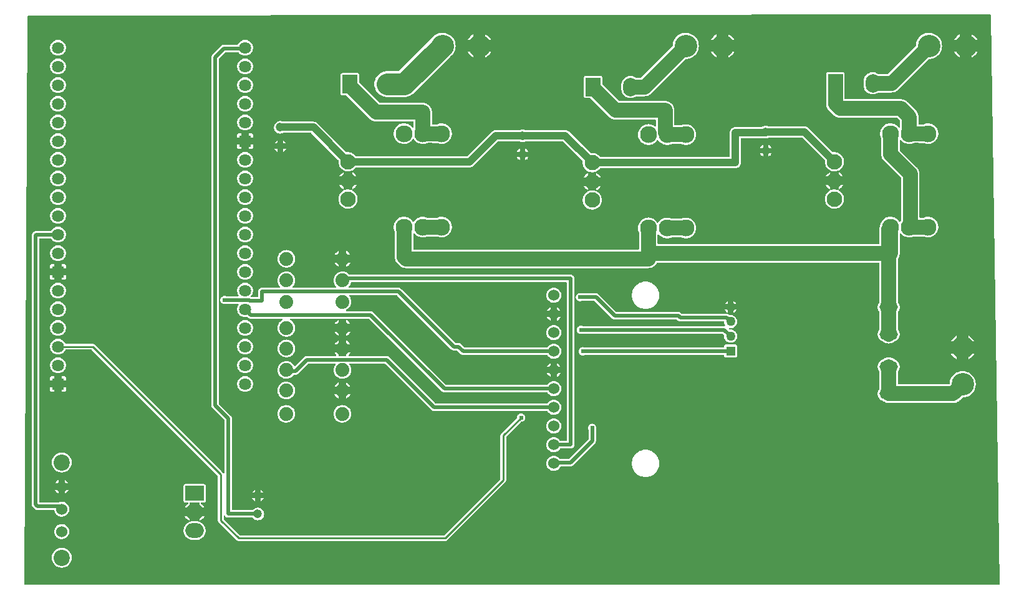
<source format=gtl>
G04 Layer: TopLayer*
G04 EasyEDA v6.5.40, 2024-02-16 14:27:15*
G04 e6df629b51dc495ebfef8267a6aecd5e,cfde26286956488f8bb48462f070ee61,10*
G04 Gerber Generator version 0.2*
G04 Scale: 100 percent, Rotated: No, Reflected: No *
G04 Dimensions in millimeters *
G04 leading zeros omitted , absolute positions ,4 integer and 5 decimal *
%FSLAX45Y45*%
%MOMM*%

%AMMACRO1*21,1,$1,$2,0,0,$3*%
%ADD10C,3.0000*%
%ADD11C,2.0000*%
%ADD12C,1.0000*%
%ADD13C,0.5000*%
%ADD14C,0.2500*%
%ADD15C,3.0480*%
%ADD16R,1.2700X1.2700*%
%ADD17C,1.2700*%
%ADD18C,1.8796*%
%ADD19O,2.4999949999999997X1.499997*%
%ADD20C,2.3000*%
%ADD21C,2.1000*%
%ADD22C,1.5240*%
%ADD23C,1.1938*%
%ADD24O,1.9999959999999999X2.4999949999999997*%
%ADD25MACRO1,2.0015X2.4994X0.0000*%
%ADD26R,2.5000X2.0000*%
%ADD27O,2.4999949999999997X1.9999959999999999*%
%ADD28C,2.2000*%
%ADD29C,1.6332*%
%ADD30R,1.6332X1.6332*%
%ADD31C,1.6330*%
%ADD32R,1.6330X1.6330*%
%ADD33C,0.6096*%
%ADD34C,0.0132*%

%LPD*%
G36*
X696671Y838708D02*
G01*
X692759Y839469D01*
X689457Y841705D01*
X687273Y845007D01*
X686511Y848918D01*
X725728Y8564016D01*
X726490Y8567877D01*
X728726Y8571179D01*
X731977Y8573363D01*
X735888Y8574125D01*
X13794790Y8597341D01*
X13798651Y8596579D01*
X13801953Y8594394D01*
X13804138Y8591194D01*
X13804950Y8587333D01*
X13930782Y849020D01*
X13930071Y845108D01*
X13927886Y841756D01*
X13924584Y839520D01*
X13920622Y838708D01*
G37*

%LPC*%
G36*
X1185875Y1070864D02*
G01*
X1201724Y1070864D01*
X1217422Y1072692D01*
X1232763Y1076299D01*
X1247648Y1081735D01*
X1261770Y1088796D01*
X1274927Y1097483D01*
X1287068Y1107643D01*
X1297889Y1119174D01*
X1307338Y1131824D01*
X1315212Y1145489D01*
X1321511Y1160018D01*
X1326032Y1175156D01*
X1328775Y1190701D01*
X1329690Y1206500D01*
X1328775Y1222298D01*
X1326032Y1237843D01*
X1321511Y1252982D01*
X1315212Y1267510D01*
X1307338Y1281176D01*
X1297889Y1293825D01*
X1287068Y1305356D01*
X1274927Y1315516D01*
X1261770Y1324203D01*
X1247648Y1331264D01*
X1232763Y1336700D01*
X1217422Y1340307D01*
X1201724Y1342136D01*
X1185875Y1342136D01*
X1170178Y1340307D01*
X1154836Y1336700D01*
X1139952Y1331264D01*
X1125829Y1324203D01*
X1112672Y1315516D01*
X1100531Y1305356D01*
X1089710Y1293825D01*
X1080262Y1281176D01*
X1072388Y1267510D01*
X1066088Y1252982D01*
X1061567Y1237843D01*
X1058824Y1222298D01*
X1057910Y1206500D01*
X1058824Y1190701D01*
X1061567Y1175156D01*
X1066088Y1160018D01*
X1072388Y1145489D01*
X1080262Y1131824D01*
X1089710Y1119174D01*
X1100531Y1107643D01*
X1112672Y1097483D01*
X1125829Y1088796D01*
X1139952Y1081735D01*
X1154836Y1076299D01*
X1170178Y1072692D01*
G37*
G36*
X3594608Y1434795D02*
G01*
X6400292Y1434795D01*
X6408267Y1435557D01*
X6415481Y1437741D01*
X6422136Y1441297D01*
X6428333Y1446377D01*
X7215022Y2233066D01*
X7220102Y2239264D01*
X7223658Y2245918D01*
X7225842Y2253132D01*
X7226604Y2261108D01*
X7226604Y2850083D01*
X7227366Y2853994D01*
X7229602Y2857246D01*
X7424674Y3052318D01*
X7427569Y3054350D01*
X7430973Y3055264D01*
X7439304Y3056026D01*
X7448753Y3058566D01*
X7457694Y3062681D01*
X7465720Y3068320D01*
X7472680Y3075279D01*
X7478318Y3083306D01*
X7482433Y3092246D01*
X7484973Y3101695D01*
X7485837Y3111500D01*
X7484973Y3121304D01*
X7482433Y3130753D01*
X7478318Y3139694D01*
X7472680Y3147720D01*
X7465720Y3154680D01*
X7457694Y3160318D01*
X7448753Y3164433D01*
X7439304Y3166973D01*
X7429500Y3167837D01*
X7419695Y3166973D01*
X7410246Y3164433D01*
X7401306Y3160318D01*
X7393279Y3154680D01*
X7386320Y3147720D01*
X7380681Y3139694D01*
X7376566Y3130753D01*
X7374026Y3121304D01*
X7373264Y3112973D01*
X7372350Y3109569D01*
X7370318Y3106674D01*
X7161377Y2897733D01*
X7156297Y2891536D01*
X7152741Y2884881D01*
X7150557Y2877667D01*
X7149795Y2869692D01*
X7149795Y2280716D01*
X7149033Y2276805D01*
X7146798Y2273554D01*
X6387846Y1514602D01*
X6384594Y1512366D01*
X6380683Y1511604D01*
X3614216Y1511604D01*
X3610305Y1512366D01*
X3607054Y1514602D01*
X3394201Y1727454D01*
X3391966Y1730705D01*
X3391204Y1734616D01*
X3391204Y1770634D01*
X3392119Y1774799D01*
X3394608Y1778254D01*
X3398316Y1780336D01*
X3402584Y1780743D01*
X3406597Y1779320D01*
X3409746Y1776425D01*
X3415436Y1768144D01*
X3421684Y1761896D01*
X3428949Y1756816D01*
X3437026Y1753057D01*
X3445560Y1750771D01*
X3454857Y1749958D01*
X3782110Y1749958D01*
X3785209Y1749450D01*
X3788003Y1748078D01*
X3799687Y1736191D01*
X3809441Y1728876D01*
X3820160Y1723034D01*
X3831590Y1718767D01*
X3843528Y1716176D01*
X3855720Y1715312D01*
X3867912Y1716176D01*
X3879850Y1718767D01*
X3891279Y1723034D01*
X3901998Y1728876D01*
X3911752Y1736191D01*
X3920388Y1744827D01*
X3927703Y1754581D01*
X3933545Y1765300D01*
X3937812Y1776730D01*
X3940403Y1788668D01*
X3941267Y1800860D01*
X3940403Y1813052D01*
X3937812Y1824989D01*
X3933545Y1836420D01*
X3927703Y1847138D01*
X3920388Y1856892D01*
X3911752Y1865528D01*
X3901998Y1872843D01*
X3891279Y1878685D01*
X3879850Y1882952D01*
X3867912Y1885543D01*
X3855720Y1886407D01*
X3843528Y1885543D01*
X3831590Y1882952D01*
X3820160Y1878685D01*
X3809441Y1872843D01*
X3799687Y1865528D01*
X3788003Y1853641D01*
X3785209Y1852269D01*
X3782110Y1851761D01*
X3515461Y1851761D01*
X3511600Y1852523D01*
X3508298Y1854758D01*
X3506063Y1858060D01*
X3505301Y1861921D01*
X3505301Y3098596D01*
X3505098Y3103219D01*
X3504539Y3107639D01*
X3503574Y3111957D01*
X3502253Y3116224D01*
X3500526Y3120288D01*
X3498494Y3124250D01*
X3496106Y3128010D01*
X3493414Y3131515D01*
X3490264Y3134969D01*
X3330498Y3294735D01*
X3328263Y3297986D01*
X3327501Y3301898D01*
X3327501Y4704638D01*
X3328466Y4708956D01*
X3330549Y4711700D01*
X3328466Y4714443D01*
X3327501Y4718761D01*
X3327501Y7988401D01*
X3328263Y7992313D01*
X3330498Y7995564D01*
X3409035Y8074101D01*
X3412286Y8076336D01*
X3416198Y8077098D01*
X3591458Y8077098D01*
X3595624Y8076184D01*
X3599078Y8073644D01*
X3606952Y8064652D01*
X3617518Y8055356D01*
X3629202Y8047583D01*
X3641851Y8041335D01*
X3655161Y8036814D01*
X3668979Y8034070D01*
X3683000Y8033156D01*
X3697020Y8034070D01*
X3710838Y8036814D01*
X3724148Y8041335D01*
X3736797Y8047583D01*
X3748481Y8055356D01*
X3759047Y8064652D01*
X3768344Y8075218D01*
X3776116Y8086902D01*
X3782364Y8099552D01*
X3786886Y8112861D01*
X3789629Y8126679D01*
X3790543Y8140700D01*
X3789629Y8154720D01*
X3786886Y8168538D01*
X3782364Y8181848D01*
X3776116Y8194497D01*
X3768344Y8206181D01*
X3759047Y8216747D01*
X3748481Y8226044D01*
X3736797Y8233816D01*
X3724148Y8240064D01*
X3710838Y8244586D01*
X3697020Y8247329D01*
X3683000Y8248243D01*
X3668979Y8247329D01*
X3655161Y8244586D01*
X3641851Y8240064D01*
X3629202Y8233816D01*
X3617518Y8226044D01*
X3606952Y8216747D01*
X3597656Y8206181D01*
X3589883Y8194497D01*
X3584956Y8184591D01*
X3582720Y8181594D01*
X3579571Y8179612D01*
X3575862Y8178901D01*
X3391103Y8178901D01*
X3386480Y8178698D01*
X3382060Y8178139D01*
X3377742Y8177174D01*
X3373475Y8175853D01*
X3369411Y8174126D01*
X3365449Y8172094D01*
X3361690Y8169706D01*
X3358184Y8167014D01*
X3354730Y8163864D01*
X3240735Y8049869D01*
X3237585Y8046415D01*
X3234893Y8042909D01*
X3232505Y8039150D01*
X3230473Y8035188D01*
X3228746Y8031124D01*
X3227425Y8026857D01*
X3226460Y8022539D01*
X3225901Y8018119D01*
X3225698Y8013496D01*
X3225698Y3276803D01*
X3225901Y3272180D01*
X3226460Y3267760D01*
X3227425Y3263442D01*
X3228746Y3259175D01*
X3230473Y3255111D01*
X3232505Y3251149D01*
X3234893Y3247390D01*
X3237585Y3243884D01*
X3240735Y3240430D01*
X3400501Y3080664D01*
X3402736Y3077413D01*
X3403498Y3073501D01*
X3403498Y2363520D01*
X3402634Y2359456D01*
X3400247Y2356053D01*
X3396742Y2353919D01*
X3392627Y2353360D01*
X3388664Y2354478D01*
X3385413Y2357120D01*
X3379571Y2364333D01*
X1640433Y4103522D01*
X1634236Y4108602D01*
X1627581Y4112158D01*
X1620367Y4114342D01*
X1612392Y4115104D01*
X1250035Y4115104D01*
X1246327Y4115815D01*
X1243177Y4117797D01*
X1240891Y4120794D01*
X1236116Y4130446D01*
X1228293Y4142181D01*
X1219047Y4152747D01*
X1208481Y4161993D01*
X1196746Y4169816D01*
X1184148Y4176064D01*
X1170838Y4180586D01*
X1157020Y4183329D01*
X1143000Y4184243D01*
X1128979Y4183329D01*
X1115161Y4180586D01*
X1101852Y4176064D01*
X1089253Y4169816D01*
X1077518Y4161993D01*
X1066952Y4152747D01*
X1057706Y4142181D01*
X1049883Y4130446D01*
X1043635Y4117848D01*
X1039114Y4104538D01*
X1036370Y4090720D01*
X1035456Y4076700D01*
X1036370Y4062679D01*
X1039114Y4048861D01*
X1043635Y4035551D01*
X1049883Y4022953D01*
X1057706Y4011218D01*
X1066952Y4000652D01*
X1077518Y3991406D01*
X1089253Y3983583D01*
X1101852Y3977335D01*
X1115161Y3972814D01*
X1128979Y3970070D01*
X1143000Y3969156D01*
X1157020Y3970070D01*
X1170838Y3972814D01*
X1184148Y3977335D01*
X1196746Y3983583D01*
X1208481Y3991406D01*
X1219047Y4000652D01*
X1228293Y4011218D01*
X1236116Y4022953D01*
X1240891Y4032605D01*
X1243177Y4035602D01*
X1246327Y4037584D01*
X1250035Y4038295D01*
X1592783Y4038295D01*
X1596694Y4037533D01*
X1599946Y4035298D01*
X3311398Y2323846D01*
X3313633Y2320594D01*
X3314395Y2316683D01*
X3314395Y1715007D01*
X3315157Y1707032D01*
X3317341Y1699818D01*
X3320897Y1693164D01*
X3325977Y1686966D01*
X3566566Y1446377D01*
X3572764Y1441297D01*
X3579418Y1437741D01*
X3586632Y1435557D01*
G37*
G36*
X2972511Y1448866D02*
G01*
X3021888Y1448866D01*
X3037382Y1449832D01*
X3052318Y1452575D01*
X3066846Y1457096D01*
X3080715Y1463344D01*
X3093720Y1471218D01*
X3105658Y1480566D01*
X3116427Y1491335D01*
X3125825Y1503273D01*
X3133648Y1516278D01*
X3139897Y1530146D01*
X3144418Y1544675D01*
X3147161Y1559610D01*
X3148076Y1574800D01*
X3147161Y1589989D01*
X3144418Y1604924D01*
X3139897Y1619453D01*
X3133648Y1633321D01*
X3125825Y1646326D01*
X3116427Y1658264D01*
X3105658Y1669034D01*
X3093720Y1678381D01*
X3080715Y1686255D01*
X3066796Y1692554D01*
X3063646Y1694738D01*
X3061462Y1698294D01*
X3060293Y1697380D01*
X3056636Y1696415D01*
X3052318Y1697024D01*
X3037382Y1699768D01*
X3021888Y1700682D01*
X2972511Y1700682D01*
X2957017Y1699768D01*
X2941523Y1696872D01*
X2937764Y1696415D01*
X2934106Y1697380D01*
X2932887Y1697989D01*
X2930753Y1694738D01*
X2927604Y1692554D01*
X2913684Y1686255D01*
X2900680Y1678381D01*
X2888742Y1669034D01*
X2877972Y1658264D01*
X2868574Y1646326D01*
X2860751Y1633321D01*
X2854502Y1619453D01*
X2849981Y1604924D01*
X2847238Y1589989D01*
X2846324Y1574800D01*
X2847238Y1559610D01*
X2849981Y1544675D01*
X2854502Y1530146D01*
X2860751Y1516278D01*
X2868574Y1503273D01*
X2877972Y1491335D01*
X2888742Y1480566D01*
X2900680Y1471218D01*
X2913684Y1463344D01*
X2927553Y1457096D01*
X2942082Y1452575D01*
X2957017Y1449832D01*
G37*
G36*
X1190396Y1460093D02*
G01*
X1204010Y1460550D01*
X1217472Y1462786D01*
X1230477Y1466850D01*
X1242872Y1472590D01*
X1254353Y1479905D01*
X1264767Y1488694D01*
X1273911Y1498854D01*
X1281633Y1510080D01*
X1287780Y1522222D01*
X1292250Y1535125D01*
X1294993Y1548485D01*
X1295908Y1562100D01*
X1294993Y1575714D01*
X1292250Y1589074D01*
X1287780Y1601978D01*
X1281633Y1614119D01*
X1273911Y1625346D01*
X1264767Y1635506D01*
X1254353Y1644294D01*
X1242872Y1651609D01*
X1230477Y1657350D01*
X1217472Y1661414D01*
X1204010Y1663649D01*
X1190396Y1664106D01*
X1176832Y1662785D01*
X1163574Y1659585D01*
X1150823Y1654708D01*
X1138885Y1648155D01*
X1127912Y1640078D01*
X1118108Y1630578D01*
X1109624Y1619859D01*
X1102664Y1608124D01*
X1097381Y1595577D01*
X1093774Y1582420D01*
X1091946Y1568907D01*
X1091946Y1555292D01*
X1093774Y1541780D01*
X1097381Y1528622D01*
X1102664Y1516075D01*
X1109624Y1504340D01*
X1118108Y1493621D01*
X1127912Y1484122D01*
X1138885Y1476044D01*
X1150823Y1469491D01*
X1163574Y1464614D01*
X1176832Y1461414D01*
G37*
G36*
X2928366Y1710537D02*
G01*
X2928366Y1772462D01*
X2859786Y1772462D01*
X2860751Y1770278D01*
X2868574Y1757273D01*
X2877972Y1745335D01*
X2888742Y1734566D01*
X2900680Y1725218D01*
X2913684Y1717344D01*
X2927604Y1711045D01*
G37*
G36*
X3066034Y1710537D02*
G01*
X3066796Y1711045D01*
X3080715Y1717344D01*
X3093720Y1725218D01*
X3105658Y1734566D01*
X3116427Y1745335D01*
X3125825Y1757273D01*
X3133648Y1770278D01*
X3134614Y1772462D01*
X3066034Y1772462D01*
G37*
G36*
X1190396Y1764893D02*
G01*
X1204010Y1765350D01*
X1217472Y1767586D01*
X1230477Y1771650D01*
X1242872Y1777390D01*
X1254353Y1784705D01*
X1264767Y1793493D01*
X1273911Y1803654D01*
X1281633Y1814880D01*
X1287780Y1827022D01*
X1292250Y1839925D01*
X1294993Y1853285D01*
X1295908Y1866900D01*
X1294993Y1880514D01*
X1292250Y1893874D01*
X1287780Y1906778D01*
X1281633Y1918919D01*
X1273911Y1930146D01*
X1264767Y1940306D01*
X1254353Y1949094D01*
X1242872Y1956409D01*
X1230477Y1962150D01*
X1217472Y1966214D01*
X1204010Y1968449D01*
X1190396Y1968906D01*
X1176832Y1967585D01*
X1163574Y1964385D01*
X1150823Y1959508D01*
X1146556Y1957171D01*
X1144168Y1956206D01*
X1141679Y1955901D01*
X899261Y1955901D01*
X895400Y1956663D01*
X892098Y1958898D01*
X889863Y1962200D01*
X889101Y1966061D01*
X889101Y5539638D01*
X889863Y5543499D01*
X892098Y5546801D01*
X895400Y5549036D01*
X899261Y5549798D01*
X1042517Y5549798D01*
X1045768Y5549239D01*
X1048715Y5547715D01*
X1050950Y5545277D01*
X1057656Y5535218D01*
X1066952Y5524652D01*
X1077518Y5515356D01*
X1089202Y5507583D01*
X1101852Y5501335D01*
X1115161Y5496814D01*
X1128979Y5494070D01*
X1143000Y5493156D01*
X1157020Y5494070D01*
X1170838Y5496814D01*
X1184148Y5501335D01*
X1196797Y5507583D01*
X1208481Y5515356D01*
X1219047Y5524652D01*
X1228344Y5535218D01*
X1236116Y5546902D01*
X1242364Y5559552D01*
X1246886Y5572861D01*
X1249629Y5586679D01*
X1250543Y5600700D01*
X1249629Y5614720D01*
X1246886Y5628538D01*
X1242364Y5641848D01*
X1236116Y5654497D01*
X1228344Y5666181D01*
X1219047Y5676747D01*
X1208481Y5686044D01*
X1196797Y5693816D01*
X1184148Y5700064D01*
X1170838Y5704586D01*
X1157020Y5707329D01*
X1143000Y5708243D01*
X1128979Y5707329D01*
X1115161Y5704586D01*
X1101852Y5700064D01*
X1089202Y5693816D01*
X1077518Y5686044D01*
X1066952Y5676747D01*
X1057656Y5666181D01*
X1050950Y5656122D01*
X1048715Y5653684D01*
X1045768Y5652160D01*
X1042517Y5651601D01*
X851103Y5651601D01*
X846480Y5651398D01*
X842060Y5650839D01*
X837742Y5649874D01*
X833475Y5648553D01*
X829411Y5646826D01*
X825449Y5644794D01*
X821690Y5642406D01*
X818184Y5639714D01*
X814730Y5636564D01*
X802335Y5624169D01*
X799185Y5620715D01*
X796493Y5617210D01*
X794105Y5613450D01*
X792073Y5609488D01*
X790346Y5605424D01*
X789025Y5601157D01*
X788060Y5596839D01*
X787501Y5592419D01*
X787298Y5587796D01*
X787298Y1930603D01*
X787501Y1925980D01*
X788060Y1921560D01*
X789025Y1917242D01*
X790346Y1912975D01*
X792073Y1908911D01*
X794105Y1904949D01*
X796493Y1901189D01*
X799185Y1897684D01*
X802335Y1894230D01*
X827430Y1869135D01*
X830884Y1865985D01*
X834390Y1863293D01*
X838149Y1860905D01*
X842111Y1858873D01*
X846175Y1857146D01*
X850442Y1855825D01*
X854760Y1854860D01*
X859180Y1854301D01*
X863803Y1854098D01*
X1083970Y1854098D01*
X1088237Y1853133D01*
X1091692Y1850491D01*
X1093724Y1846630D01*
X1097381Y1833422D01*
X1102664Y1820875D01*
X1109624Y1809140D01*
X1118108Y1798421D01*
X1127912Y1788922D01*
X1138885Y1780844D01*
X1150823Y1774291D01*
X1163574Y1769414D01*
X1176832Y1766214D01*
G37*
G36*
X2859786Y1885137D02*
G01*
X2928366Y1885137D01*
X2928366Y1946706D01*
X2929128Y1950618D01*
X2931312Y1953920D01*
X2934614Y1956104D01*
X2938526Y1956866D01*
X3055874Y1956866D01*
X3059785Y1956104D01*
X3063087Y1953920D01*
X3065272Y1950618D01*
X3066034Y1946706D01*
X3066034Y1885137D01*
X3134614Y1885137D01*
X3133648Y1887321D01*
X3125825Y1900326D01*
X3116427Y1912264D01*
X3105658Y1923034D01*
X3093720Y1932381D01*
X3084372Y1938020D01*
X3081223Y1941068D01*
X3079648Y1945081D01*
X3079851Y1949450D01*
X3081934Y1953310D01*
X3085388Y1955952D01*
X3089656Y1956866D01*
X3121609Y1956866D01*
X3127959Y1957628D01*
X3133394Y1959508D01*
X3138322Y1962607D01*
X3142386Y1966671D01*
X3145485Y1971598D01*
X3147415Y1977034D01*
X3148126Y1983384D01*
X3148126Y2182215D01*
X3147415Y2188565D01*
X3145485Y2194001D01*
X3142386Y2198928D01*
X3138322Y2202992D01*
X3133394Y2206091D01*
X3127959Y2207971D01*
X3121609Y2208682D01*
X2872790Y2208682D01*
X2866440Y2207971D01*
X2861005Y2206091D01*
X2856077Y2202992D01*
X2852013Y2198928D01*
X2848914Y2194001D01*
X2846984Y2188565D01*
X2846273Y2182215D01*
X2846273Y1983384D01*
X2846984Y1977034D01*
X2848914Y1971598D01*
X2852013Y1966671D01*
X2856077Y1962607D01*
X2861005Y1959508D01*
X2866440Y1957628D01*
X2872790Y1956866D01*
X2904744Y1956866D01*
X2909011Y1955952D01*
X2912465Y1953310D01*
X2914548Y1949450D01*
X2914751Y1945081D01*
X2913176Y1941068D01*
X2910027Y1938020D01*
X2900680Y1932381D01*
X2888742Y1923034D01*
X2877972Y1912264D01*
X2868574Y1900326D01*
X2860751Y1887321D01*
G37*
G36*
X3891940Y1977389D02*
G01*
X3901998Y1982876D01*
X3911752Y1990191D01*
X3920388Y1998827D01*
X3927703Y2008581D01*
X3933190Y2018639D01*
X3891940Y2018639D01*
G37*
G36*
X3819550Y1977389D02*
G01*
X3819550Y2018639D01*
X3778250Y2018639D01*
X3783736Y2008581D01*
X3791051Y1998827D01*
X3799687Y1990191D01*
X3809441Y1982876D01*
G37*
G36*
X1149350Y2079904D02*
G01*
X1149350Y2127250D01*
X1102004Y2127250D01*
X1102664Y2125675D01*
X1109624Y2113940D01*
X1118108Y2103221D01*
X1127912Y2093722D01*
X1138885Y2085644D01*
G37*
G36*
X1238250Y2080056D02*
G01*
X1242872Y2082190D01*
X1254353Y2089505D01*
X1264767Y2098294D01*
X1273911Y2108454D01*
X1281633Y2119680D01*
X1285443Y2127250D01*
X1238250Y2127250D01*
G37*
G36*
X3778250Y2091029D02*
G01*
X3819550Y2091029D01*
X3819550Y2132330D01*
X3809441Y2126843D01*
X3799687Y2119528D01*
X3791051Y2110892D01*
X3783736Y2101138D01*
G37*
G36*
X3891940Y2091029D02*
G01*
X3933190Y2091029D01*
X3927703Y2101138D01*
X3920388Y2110892D01*
X3911752Y2119528D01*
X3901998Y2126843D01*
X3891940Y2132330D01*
G37*
G36*
X1238250Y2216150D02*
G01*
X1285443Y2216150D01*
X1281633Y2223719D01*
X1273911Y2234946D01*
X1264767Y2245106D01*
X1254353Y2253894D01*
X1242872Y2261209D01*
X1238250Y2263343D01*
G37*
G36*
X1102004Y2216150D02*
G01*
X1149350Y2216150D01*
X1149350Y2263495D01*
X1138885Y2257755D01*
X1127912Y2249678D01*
X1118108Y2240178D01*
X1109624Y2229459D01*
X1102664Y2217724D01*
G37*
G36*
X9109202Y2303526D02*
G01*
X9127998Y2303526D01*
X9146743Y2305456D01*
X9165183Y2309215D01*
X9183166Y2314854D01*
X9200489Y2322322D01*
X9216948Y2331466D01*
X9232392Y2342184D01*
X9246666Y2354478D01*
X9259671Y2368092D01*
X9271152Y2383028D01*
X9281160Y2398979D01*
X9289440Y2415895D01*
X9295993Y2433574D01*
X9300667Y2451760D01*
X9303562Y2470404D01*
X9304477Y2489200D01*
X9303562Y2507996D01*
X9300667Y2526639D01*
X9295993Y2544826D01*
X9289440Y2562504D01*
X9281160Y2579420D01*
X9271152Y2595372D01*
X9259671Y2610307D01*
X9246666Y2623921D01*
X9232392Y2636215D01*
X9216948Y2646934D01*
X9200489Y2656078D01*
X9183166Y2663545D01*
X9165183Y2669184D01*
X9146743Y2672943D01*
X9127998Y2674874D01*
X9109202Y2674874D01*
X9090456Y2672943D01*
X9072016Y2669184D01*
X9054033Y2663545D01*
X9036710Y2656078D01*
X9020251Y2646934D01*
X9004808Y2636215D01*
X8990533Y2623921D01*
X8977528Y2610307D01*
X8966047Y2595372D01*
X8956040Y2579420D01*
X8947759Y2562504D01*
X8941206Y2544826D01*
X8936532Y2526639D01*
X8933637Y2507996D01*
X8932722Y2489200D01*
X8933637Y2470404D01*
X8936532Y2451760D01*
X8941206Y2433574D01*
X8947759Y2415895D01*
X8956040Y2398979D01*
X8966047Y2383028D01*
X8977528Y2368092D01*
X8990533Y2354478D01*
X9004808Y2342184D01*
X9020251Y2331466D01*
X9036710Y2322322D01*
X9054033Y2314854D01*
X9072016Y2309215D01*
X9090456Y2305456D01*
G37*
G36*
X1185875Y2366264D02*
G01*
X1201724Y2366264D01*
X1217422Y2368092D01*
X1232763Y2371699D01*
X1247648Y2377135D01*
X1261770Y2384196D01*
X1274927Y2392883D01*
X1287068Y2403043D01*
X1297889Y2414574D01*
X1307338Y2427224D01*
X1315212Y2440889D01*
X1321511Y2455418D01*
X1326032Y2470556D01*
X1328775Y2486101D01*
X1329690Y2501900D01*
X1328775Y2517698D01*
X1326032Y2533243D01*
X1321511Y2548382D01*
X1315212Y2562910D01*
X1307338Y2576576D01*
X1297889Y2589225D01*
X1287068Y2600756D01*
X1274927Y2610916D01*
X1261770Y2619603D01*
X1247648Y2626664D01*
X1232763Y2632100D01*
X1217422Y2635707D01*
X1201724Y2637536D01*
X1185875Y2637536D01*
X1170178Y2635707D01*
X1154836Y2632100D01*
X1139952Y2626664D01*
X1125829Y2619603D01*
X1112672Y2610916D01*
X1100531Y2600756D01*
X1089710Y2589225D01*
X1080262Y2576576D01*
X1072388Y2562910D01*
X1066088Y2548382D01*
X1061567Y2533243D01*
X1058824Y2517698D01*
X1057910Y2501900D01*
X1058824Y2486101D01*
X1061567Y2470556D01*
X1066088Y2455418D01*
X1072388Y2440889D01*
X1080262Y2427224D01*
X1089710Y2414574D01*
X1100531Y2403043D01*
X1112672Y2392883D01*
X1125829Y2384196D01*
X1139952Y2377135D01*
X1154836Y2371699D01*
X1170178Y2368092D01*
G37*
G36*
X7870596Y2387193D02*
G01*
X7884210Y2387650D01*
X7897672Y2389886D01*
X7910677Y2393950D01*
X7923072Y2399690D01*
X7934553Y2407005D01*
X7944967Y2415794D01*
X7954111Y2425954D01*
X7961833Y2437180D01*
X7965998Y2445410D01*
X7968234Y2448356D01*
X7971434Y2450338D01*
X7975041Y2450998D01*
X8102396Y2450998D01*
X8107019Y2451201D01*
X8111439Y2451760D01*
X8115757Y2452725D01*
X8120024Y2454046D01*
X8124088Y2455773D01*
X8128050Y2457805D01*
X8131809Y2460193D01*
X8135315Y2462885D01*
X8138769Y2466035D01*
X8430564Y2757830D01*
X8433714Y2761284D01*
X8436406Y2764790D01*
X8438794Y2768549D01*
X8440826Y2772511D01*
X8442553Y2776575D01*
X8443874Y2780842D01*
X8444839Y2785160D01*
X8445398Y2789580D01*
X8445601Y2794203D01*
X8445601Y2945892D01*
X8446566Y2950210D01*
X8447633Y2952546D01*
X8450173Y2961995D01*
X8451037Y2971800D01*
X8450173Y2981604D01*
X8447633Y2991053D01*
X8443518Y2999994D01*
X8437880Y3008020D01*
X8430920Y3014980D01*
X8422894Y3020618D01*
X8413953Y3024733D01*
X8404504Y3027273D01*
X8394700Y3028137D01*
X8384895Y3027273D01*
X8375446Y3024733D01*
X8366506Y3020618D01*
X8358479Y3014980D01*
X8351520Y3008020D01*
X8345881Y2999994D01*
X8341766Y2991053D01*
X8339226Y2981604D01*
X8338362Y2971800D01*
X8339226Y2961995D01*
X8341766Y2952546D01*
X8342833Y2950210D01*
X8343798Y2945892D01*
X8343798Y2819298D01*
X8343036Y2815386D01*
X8340801Y2812135D01*
X8084464Y2555798D01*
X8081213Y2553563D01*
X8077301Y2552801D01*
X7958328Y2552801D01*
X7954213Y2553665D01*
X7950758Y2556154D01*
X7944967Y2562606D01*
X7934553Y2571394D01*
X7923072Y2578709D01*
X7910677Y2584450D01*
X7897672Y2588514D01*
X7884210Y2590749D01*
X7870596Y2591206D01*
X7857032Y2589885D01*
X7843774Y2586685D01*
X7831023Y2581808D01*
X7819085Y2575255D01*
X7808112Y2567178D01*
X7798308Y2557678D01*
X7789824Y2546959D01*
X7782864Y2535224D01*
X7777581Y2522677D01*
X7773974Y2509520D01*
X7772146Y2496007D01*
X7772146Y2482392D01*
X7773974Y2468880D01*
X7777581Y2455722D01*
X7782864Y2443175D01*
X7789824Y2431440D01*
X7798308Y2420721D01*
X7808112Y2411222D01*
X7819085Y2403144D01*
X7831023Y2396591D01*
X7843774Y2391714D01*
X7857032Y2388514D01*
G37*
G36*
X7870596Y2641193D02*
G01*
X7884210Y2641650D01*
X7897672Y2643886D01*
X7910677Y2647950D01*
X7923072Y2653690D01*
X7934553Y2661005D01*
X7944967Y2669794D01*
X7954111Y2679954D01*
X7959598Y2687878D01*
X7961833Y2690266D01*
X7964728Y2691790D01*
X7967929Y2692298D01*
X8102142Y2692298D01*
X8111439Y2693111D01*
X8119973Y2695397D01*
X8128050Y2699156D01*
X8135315Y2704236D01*
X8141563Y2710484D01*
X8146643Y2717749D01*
X8150402Y2725826D01*
X8152688Y2734360D01*
X8153501Y2743657D01*
X8153501Y4742738D01*
X8154466Y4747056D01*
X8156549Y4749800D01*
X8154466Y4752543D01*
X8153501Y4756861D01*
X8153501Y5003342D01*
X8152688Y5012639D01*
X8150402Y5021173D01*
X8146643Y5029250D01*
X8141563Y5036515D01*
X8135315Y5042763D01*
X8128050Y5047843D01*
X8119973Y5051602D01*
X8111439Y5053888D01*
X8102142Y5054701D01*
X5100828Y5054701D01*
X5096459Y5055717D01*
X5092395Y5059172D01*
X5081778Y5069433D01*
X5069992Y5078323D01*
X5057241Y5085689D01*
X5043627Y5091430D01*
X5029454Y5095494D01*
X5014874Y5097780D01*
X5000091Y5098186D01*
X4985410Y5096865D01*
X4970983Y5093716D01*
X4957064Y5088788D01*
X4943856Y5082184D01*
X4931562Y5074056D01*
X4920335Y5064455D01*
X4910429Y5053533D01*
X4901895Y5041493D01*
X4894884Y5028488D01*
X4889550Y5014722D01*
X4885994Y5000447D01*
X4884166Y4985766D01*
X4884166Y4971034D01*
X4885994Y4956352D01*
X4889550Y4942078D01*
X4894884Y4928311D01*
X4901895Y4915306D01*
X4910429Y4903266D01*
X4918913Y4893919D01*
X4920945Y4890566D01*
X4921554Y4886756D01*
X4920691Y4882946D01*
X4918506Y4879797D01*
X4915255Y4877663D01*
X4911394Y4876901D01*
X4334052Y4876901D01*
X4330141Y4877714D01*
X4326839Y4879898D01*
X4324654Y4883251D01*
X4323892Y4887163D01*
X4324756Y4891074D01*
X4326991Y4894376D01*
X4330395Y4897628D01*
X4339640Y4909159D01*
X4347413Y4921707D01*
X4353560Y4935118D01*
X4358030Y4949139D01*
X4360773Y4963668D01*
X4361688Y4978400D01*
X4360773Y4993132D01*
X4358030Y5007660D01*
X4353560Y5021681D01*
X4347413Y5035092D01*
X4339640Y5047640D01*
X4330395Y5059172D01*
X4319778Y5069433D01*
X4307992Y5078323D01*
X4295241Y5085689D01*
X4281627Y5091430D01*
X4267454Y5095494D01*
X4252874Y5097780D01*
X4238091Y5098186D01*
X4223410Y5096865D01*
X4208983Y5093716D01*
X4195064Y5088788D01*
X4181856Y5082184D01*
X4169562Y5074056D01*
X4158335Y5064455D01*
X4148429Y5053533D01*
X4139895Y5041493D01*
X4132884Y5028488D01*
X4127550Y5014722D01*
X4123994Y5000447D01*
X4122165Y4985766D01*
X4122165Y4971034D01*
X4123994Y4956352D01*
X4127550Y4942078D01*
X4132884Y4928311D01*
X4139895Y4915306D01*
X4148429Y4903266D01*
X4156913Y4893919D01*
X4158945Y4890566D01*
X4159554Y4886756D01*
X4158691Y4882946D01*
X4156506Y4879797D01*
X4153255Y4877663D01*
X4149394Y4876901D01*
X3912057Y4876901D01*
X3902760Y4876088D01*
X3894226Y4873802D01*
X3886149Y4870043D01*
X3878884Y4864963D01*
X3872636Y4858715D01*
X3867556Y4851450D01*
X3863797Y4843373D01*
X3861511Y4834839D01*
X3860698Y4825542D01*
X3860698Y4760061D01*
X3859936Y4756200D01*
X3857701Y4752898D01*
X3854399Y4750663D01*
X3850538Y4749901D01*
X3770782Y4749901D01*
X3767328Y4750511D01*
X3763975Y4752543D01*
X3761486Y4755692D01*
X3760368Y4759553D01*
X3760876Y4763516D01*
X3762857Y4767021D01*
X3768344Y4773218D01*
X3776116Y4784902D01*
X3782364Y4797552D01*
X3786886Y4810861D01*
X3789629Y4824679D01*
X3790543Y4838700D01*
X3789629Y4852720D01*
X3786886Y4866538D01*
X3782364Y4879848D01*
X3776116Y4892497D01*
X3768344Y4904181D01*
X3759047Y4914747D01*
X3748481Y4924044D01*
X3736797Y4931816D01*
X3724148Y4938064D01*
X3710838Y4942586D01*
X3697020Y4945329D01*
X3683000Y4946243D01*
X3668979Y4945329D01*
X3655161Y4942586D01*
X3641851Y4938064D01*
X3629202Y4931816D01*
X3617518Y4924044D01*
X3606952Y4914747D01*
X3597656Y4904181D01*
X3589883Y4892497D01*
X3583635Y4879848D01*
X3579114Y4866538D01*
X3576370Y4852720D01*
X3575456Y4838700D01*
X3576370Y4824679D01*
X3579114Y4810861D01*
X3583635Y4797552D01*
X3589883Y4784902D01*
X3594201Y4778400D01*
X3595776Y4774336D01*
X3595522Y4770018D01*
X3593490Y4766157D01*
X3590036Y4763516D01*
X3585768Y4762601D01*
X3429508Y4762601D01*
X3425190Y4763566D01*
X3422853Y4764633D01*
X3413404Y4767173D01*
X3403600Y4768037D01*
X3393795Y4767173D01*
X3384346Y4764633D01*
X3375406Y4760518D01*
X3367379Y4754880D01*
X3360420Y4747920D01*
X3354781Y4739894D01*
X3350666Y4730953D01*
X3348126Y4721504D01*
X3347770Y4717846D01*
X3346450Y4713681D01*
X3344672Y4711700D01*
X3346450Y4709718D01*
X3347770Y4705553D01*
X3348126Y4701895D01*
X3350666Y4692446D01*
X3354781Y4683506D01*
X3360420Y4675479D01*
X3367379Y4668520D01*
X3375406Y4662881D01*
X3384346Y4658766D01*
X3393795Y4656226D01*
X3403600Y4655362D01*
X3413404Y4656226D01*
X3422853Y4658766D01*
X3425190Y4659833D01*
X3429508Y4660798D01*
X3585768Y4660798D01*
X3590036Y4659884D01*
X3593490Y4657242D01*
X3595522Y4653381D01*
X3595776Y4649063D01*
X3594201Y4644999D01*
X3589883Y4638497D01*
X3583635Y4625848D01*
X3579114Y4612538D01*
X3576370Y4598720D01*
X3575456Y4584700D01*
X3576370Y4570679D01*
X3579114Y4556861D01*
X3583635Y4543552D01*
X3589883Y4530902D01*
X3597656Y4519218D01*
X3606952Y4508652D01*
X3617518Y4499356D01*
X3629202Y4491583D01*
X3641851Y4485335D01*
X3655161Y4480814D01*
X3668979Y4478070D01*
X3683000Y4477156D01*
X3697020Y4478070D01*
X3708908Y4480407D01*
X3712210Y4480560D01*
X3715359Y4479594D01*
X3718051Y4477664D01*
X3723030Y4472635D01*
X3726484Y4469485D01*
X3729990Y4466793D01*
X3733749Y4464405D01*
X3737711Y4462373D01*
X3741775Y4460646D01*
X3746042Y4459325D01*
X3750360Y4458360D01*
X3754780Y4457801D01*
X3759403Y4457598D01*
X4184599Y4457598D01*
X4188460Y4456836D01*
X4191762Y4454652D01*
X4193946Y4451350D01*
X4194759Y4447489D01*
X4193997Y4443577D01*
X4191812Y4440275D01*
X4188358Y4437989D01*
X4175607Y4430623D01*
X4163822Y4421733D01*
X4153204Y4411472D01*
X4143959Y4399940D01*
X4136186Y4387392D01*
X4130040Y4373981D01*
X4125569Y4359960D01*
X4122826Y4345432D01*
X4121912Y4330700D01*
X4122826Y4315968D01*
X4125569Y4301439D01*
X4130040Y4287418D01*
X4136186Y4274007D01*
X4143959Y4261459D01*
X4153204Y4249928D01*
X4163822Y4239666D01*
X4175607Y4230776D01*
X4188358Y4223410D01*
X4201972Y4217670D01*
X4216146Y4213606D01*
X4230725Y4211320D01*
X4245508Y4210862D01*
X4260189Y4212234D01*
X4274616Y4215384D01*
X4288536Y4220311D01*
X4301744Y4226915D01*
X4314037Y4235043D01*
X4325264Y4244644D01*
X4335170Y4255566D01*
X4343704Y4267606D01*
X4350715Y4280611D01*
X4356049Y4294378D01*
X4359605Y4308652D01*
X4361434Y4323334D01*
X4361434Y4338066D01*
X4359605Y4352747D01*
X4356049Y4367022D01*
X4350715Y4380788D01*
X4343704Y4393793D01*
X4335170Y4405833D01*
X4325264Y4416755D01*
X4314037Y4426356D01*
X4301744Y4434484D01*
X4294022Y4438345D01*
X4290568Y4441190D01*
X4288637Y4445254D01*
X4288688Y4449775D01*
X4290669Y4453788D01*
X4294174Y4456582D01*
X4298594Y4457598D01*
X4946599Y4457598D01*
X4950460Y4456836D01*
X4953609Y4454753D01*
X4956708Y4456836D01*
X4960620Y4457598D01*
X5046980Y4457598D01*
X5050891Y4456836D01*
X5053888Y4454804D01*
X5056174Y4456582D01*
X5060594Y4457598D01*
X5359501Y4457598D01*
X5363413Y4456836D01*
X5366664Y4454601D01*
X6351930Y3469335D01*
X6355384Y3466185D01*
X6358890Y3463493D01*
X6362649Y3461105D01*
X6366611Y3459073D01*
X6370675Y3457346D01*
X6374942Y3456025D01*
X6379260Y3455060D01*
X6383680Y3454501D01*
X6388303Y3454298D01*
X7779969Y3454298D01*
X7783423Y3453688D01*
X7786471Y3451961D01*
X7788706Y3449320D01*
X7789824Y3447440D01*
X7798308Y3436721D01*
X7808112Y3427222D01*
X7819085Y3419144D01*
X7831023Y3412591D01*
X7843774Y3407714D01*
X7857032Y3404514D01*
X7870596Y3403193D01*
X7884210Y3403650D01*
X7897672Y3405886D01*
X7910677Y3409950D01*
X7923072Y3415690D01*
X7934553Y3423005D01*
X7944967Y3431794D01*
X7954111Y3441954D01*
X7961833Y3453180D01*
X7967980Y3465322D01*
X7972450Y3478225D01*
X7975193Y3491585D01*
X7976108Y3505200D01*
X7975193Y3518814D01*
X7972450Y3532174D01*
X7967980Y3545078D01*
X7961833Y3557219D01*
X7954111Y3568446D01*
X7944967Y3578606D01*
X7934553Y3587394D01*
X7923072Y3594709D01*
X7910677Y3600450D01*
X7897672Y3604514D01*
X7884210Y3606749D01*
X7870596Y3607206D01*
X7857032Y3605885D01*
X7843774Y3602685D01*
X7831023Y3597808D01*
X7819085Y3591255D01*
X7808112Y3583178D01*
X7798308Y3573678D01*
X7789824Y3562959D01*
X7788706Y3561079D01*
X7786471Y3558438D01*
X7783423Y3556711D01*
X7779969Y3556101D01*
X6413398Y3556101D01*
X6409486Y3556863D01*
X6406235Y3559098D01*
X5420969Y4544364D01*
X5417515Y4547514D01*
X5414010Y4550206D01*
X5410250Y4552594D01*
X5406288Y4554626D01*
X5402224Y4556353D01*
X5397957Y4557674D01*
X5393639Y4558639D01*
X5389219Y4559198D01*
X5384596Y4559401D01*
X5061000Y4559401D01*
X5057140Y4560163D01*
X5053838Y4562348D01*
X5051653Y4565650D01*
X5050840Y4569510D01*
X5051602Y4573422D01*
X5053787Y4576724D01*
X5057241Y4579010D01*
X5069992Y4586376D01*
X5081778Y4595266D01*
X5092395Y4605528D01*
X5101640Y4617059D01*
X5109413Y4629607D01*
X5115560Y4643018D01*
X5120030Y4657039D01*
X5122773Y4671568D01*
X5123688Y4686300D01*
X5122773Y4701032D01*
X5120030Y4715560D01*
X5115560Y4729581D01*
X5109413Y4742992D01*
X5101640Y4755540D01*
X5099202Y4758537D01*
X5097424Y4761890D01*
X5097018Y4765649D01*
X5097983Y4769307D01*
X5100218Y4772355D01*
X5103418Y4774387D01*
X5107127Y4775098D01*
X5740501Y4775098D01*
X5744413Y4774336D01*
X5747664Y4772101D01*
X6478930Y4040835D01*
X6482384Y4037685D01*
X6485890Y4034993D01*
X6489649Y4032605D01*
X6493611Y4030573D01*
X6497675Y4028846D01*
X6501942Y4027525D01*
X6506260Y4026560D01*
X6510680Y4026001D01*
X6515303Y4025798D01*
X6553301Y4025798D01*
X6557213Y4025036D01*
X6560464Y4022801D01*
X6605930Y3977335D01*
X6609384Y3974185D01*
X6612890Y3971493D01*
X6616649Y3969105D01*
X6620611Y3967073D01*
X6624675Y3965346D01*
X6628942Y3964025D01*
X6633260Y3963060D01*
X6637680Y3962501D01*
X6642303Y3962298D01*
X7779969Y3962298D01*
X7783423Y3961688D01*
X7786471Y3959961D01*
X7788706Y3957320D01*
X7789824Y3955440D01*
X7798308Y3944721D01*
X7808112Y3935222D01*
X7819085Y3927144D01*
X7831023Y3920591D01*
X7843774Y3915714D01*
X7857032Y3912514D01*
X7870596Y3911193D01*
X7884210Y3911650D01*
X7897672Y3913886D01*
X7910677Y3917950D01*
X7923072Y3923690D01*
X7934553Y3931005D01*
X7944967Y3939794D01*
X7954111Y3949954D01*
X7961833Y3961180D01*
X7967980Y3973322D01*
X7972450Y3986225D01*
X7975193Y3999585D01*
X7976108Y4013200D01*
X7975193Y4026814D01*
X7972450Y4040174D01*
X7967980Y4053078D01*
X7961833Y4065219D01*
X7954111Y4076446D01*
X7944967Y4086606D01*
X7934553Y4095394D01*
X7923072Y4102709D01*
X7910677Y4108450D01*
X7897672Y4112514D01*
X7884210Y4114749D01*
X7870596Y4115206D01*
X7857032Y4113885D01*
X7843774Y4110685D01*
X7831023Y4105808D01*
X7819085Y4099255D01*
X7808112Y4091178D01*
X7798308Y4081678D01*
X7789824Y4070959D01*
X7788706Y4069079D01*
X7786471Y4066438D01*
X7783423Y4064711D01*
X7779969Y4064101D01*
X6667398Y4064101D01*
X6663486Y4064863D01*
X6660235Y4067098D01*
X6614769Y4112564D01*
X6611315Y4115714D01*
X6607809Y4118406D01*
X6604050Y4120794D01*
X6600088Y4122826D01*
X6596024Y4124553D01*
X6591757Y4125874D01*
X6587439Y4126839D01*
X6583019Y4127398D01*
X6578396Y4127601D01*
X6540398Y4127601D01*
X6536486Y4128363D01*
X6533235Y4130598D01*
X5801969Y4861864D01*
X5798515Y4865014D01*
X5795010Y4867706D01*
X5791250Y4870094D01*
X5787288Y4872126D01*
X5783224Y4873853D01*
X5778957Y4875174D01*
X5774639Y4876139D01*
X5770219Y4876698D01*
X5765596Y4876901D01*
X5096052Y4876901D01*
X5092141Y4877714D01*
X5088839Y4879898D01*
X5086654Y4883251D01*
X5085892Y4887163D01*
X5086756Y4891074D01*
X5088991Y4894376D01*
X5092395Y4897628D01*
X5101640Y4909159D01*
X5109413Y4921707D01*
X5115560Y4935118D01*
X5118963Y4945837D01*
X5121097Y4949494D01*
X5124500Y4951984D01*
X5128666Y4952898D01*
X8041538Y4952898D01*
X8045399Y4952136D01*
X8048701Y4949901D01*
X8050936Y4946599D01*
X8051698Y4942738D01*
X8051698Y2804261D01*
X8050936Y2800400D01*
X8048701Y2797098D01*
X8045399Y2794863D01*
X8041538Y2794101D01*
X7967929Y2794101D01*
X7964728Y2794609D01*
X7961833Y2796133D01*
X7959598Y2798521D01*
X7954111Y2806446D01*
X7944967Y2816606D01*
X7934553Y2825394D01*
X7923072Y2832709D01*
X7910677Y2838450D01*
X7897672Y2842514D01*
X7884210Y2844749D01*
X7870596Y2845206D01*
X7857032Y2843885D01*
X7843774Y2840685D01*
X7831023Y2835808D01*
X7819085Y2829255D01*
X7808112Y2821178D01*
X7798308Y2811678D01*
X7789824Y2800959D01*
X7782864Y2789224D01*
X7777581Y2776677D01*
X7773974Y2763520D01*
X7772146Y2750007D01*
X7772146Y2736392D01*
X7773974Y2722880D01*
X7777581Y2709722D01*
X7782864Y2697175D01*
X7789824Y2685440D01*
X7798308Y2674721D01*
X7808112Y2665222D01*
X7819085Y2657144D01*
X7831023Y2650591D01*
X7843774Y2645714D01*
X7857032Y2642514D01*
G37*
G36*
X7870596Y2895193D02*
G01*
X7884210Y2895650D01*
X7897672Y2897886D01*
X7910677Y2901950D01*
X7923072Y2907690D01*
X7934553Y2915005D01*
X7944967Y2923794D01*
X7954111Y2933954D01*
X7961833Y2945180D01*
X7967980Y2957322D01*
X7972450Y2970225D01*
X7975193Y2983585D01*
X7976108Y2997200D01*
X7975193Y3010814D01*
X7972450Y3024174D01*
X7967980Y3037078D01*
X7961833Y3049219D01*
X7954111Y3060446D01*
X7944967Y3070606D01*
X7934553Y3079394D01*
X7923072Y3086709D01*
X7910677Y3092450D01*
X7897672Y3096514D01*
X7884210Y3098749D01*
X7870596Y3099206D01*
X7857032Y3097885D01*
X7843774Y3094685D01*
X7831023Y3089808D01*
X7819085Y3083255D01*
X7808112Y3075178D01*
X7798308Y3065678D01*
X7789824Y3054959D01*
X7782864Y3043224D01*
X7777581Y3030677D01*
X7773974Y3017520D01*
X7772146Y3004007D01*
X7772146Y2990392D01*
X7773974Y2976880D01*
X7777581Y2963722D01*
X7782864Y2951175D01*
X7789824Y2939440D01*
X7798308Y2928721D01*
X7808112Y2919222D01*
X7819085Y2911144D01*
X7831023Y2904591D01*
X7843774Y2899714D01*
X7857032Y2896514D01*
G37*
G36*
X5000091Y3042462D02*
G01*
X5014874Y3042920D01*
X5029454Y3045206D01*
X5043627Y3049270D01*
X5057241Y3055010D01*
X5069992Y3062376D01*
X5081778Y3071266D01*
X5092395Y3081528D01*
X5101640Y3093059D01*
X5109413Y3105607D01*
X5115560Y3119018D01*
X5120030Y3133039D01*
X5122773Y3147568D01*
X5123688Y3162300D01*
X5122773Y3177032D01*
X5120030Y3191560D01*
X5115560Y3205581D01*
X5109413Y3218992D01*
X5101640Y3231540D01*
X5092395Y3243072D01*
X5081778Y3253333D01*
X5069992Y3262223D01*
X5057241Y3269589D01*
X5043627Y3275329D01*
X5029454Y3279394D01*
X5014874Y3281679D01*
X5000091Y3282086D01*
X4985410Y3280765D01*
X4970983Y3277615D01*
X4957064Y3272688D01*
X4943856Y3266084D01*
X4931562Y3257956D01*
X4920335Y3248355D01*
X4910429Y3237433D01*
X4901895Y3225393D01*
X4894884Y3212388D01*
X4889550Y3198622D01*
X4885994Y3184347D01*
X4884166Y3169666D01*
X4884166Y3154934D01*
X4885994Y3140252D01*
X4889550Y3125978D01*
X4894884Y3112211D01*
X4901895Y3099206D01*
X4910429Y3087166D01*
X4920335Y3076244D01*
X4931562Y3066643D01*
X4943856Y3058515D01*
X4957064Y3051911D01*
X4970983Y3046984D01*
X4985410Y3043834D01*
G37*
G36*
X4238091Y3042462D02*
G01*
X4252874Y3042920D01*
X4267454Y3045206D01*
X4281627Y3049270D01*
X4295241Y3055010D01*
X4307992Y3062376D01*
X4319778Y3071266D01*
X4330395Y3081528D01*
X4339640Y3093059D01*
X4347413Y3105607D01*
X4353560Y3119018D01*
X4358030Y3133039D01*
X4360773Y3147568D01*
X4361688Y3162300D01*
X4360773Y3177032D01*
X4358030Y3191560D01*
X4353560Y3205581D01*
X4347413Y3218992D01*
X4339640Y3231540D01*
X4330395Y3243072D01*
X4319778Y3253333D01*
X4307992Y3262223D01*
X4295241Y3269589D01*
X4281627Y3275329D01*
X4267454Y3279394D01*
X4252874Y3281679D01*
X4238091Y3282086D01*
X4223410Y3280765D01*
X4208983Y3277615D01*
X4195064Y3272688D01*
X4181856Y3266084D01*
X4169562Y3257956D01*
X4158335Y3248355D01*
X4148429Y3237433D01*
X4139895Y3225393D01*
X4132884Y3212388D01*
X4127550Y3198622D01*
X4123994Y3184347D01*
X4122165Y3169666D01*
X4122165Y3154934D01*
X4123994Y3140252D01*
X4127550Y3125978D01*
X4132884Y3112211D01*
X4139895Y3099206D01*
X4148429Y3087166D01*
X4158335Y3076244D01*
X4169562Y3066643D01*
X4181856Y3058515D01*
X4195064Y3051911D01*
X4208983Y3046984D01*
X4223410Y3043834D01*
G37*
G36*
X7870596Y3149193D02*
G01*
X7884210Y3149650D01*
X7897672Y3151886D01*
X7910677Y3155950D01*
X7923072Y3161690D01*
X7934553Y3169005D01*
X7944967Y3177794D01*
X7954111Y3187954D01*
X7961833Y3199180D01*
X7967980Y3211322D01*
X7972450Y3224225D01*
X7975193Y3237585D01*
X7976108Y3251200D01*
X7975193Y3264814D01*
X7972450Y3278174D01*
X7967980Y3291078D01*
X7961833Y3303219D01*
X7954111Y3314446D01*
X7944967Y3324606D01*
X7934553Y3333394D01*
X7923072Y3340709D01*
X7910677Y3346450D01*
X7897672Y3350514D01*
X7884210Y3352749D01*
X7870596Y3353206D01*
X7857032Y3351885D01*
X7843774Y3348685D01*
X7831023Y3343808D01*
X7819085Y3337255D01*
X7808112Y3329178D01*
X7798308Y3319678D01*
X7789824Y3308959D01*
X7788706Y3307079D01*
X7786471Y3304438D01*
X7783423Y3302711D01*
X7779969Y3302101D01*
X6273698Y3302101D01*
X6269786Y3302863D01*
X6266535Y3305098D01*
X5636869Y3934764D01*
X5633415Y3937914D01*
X5629910Y3940606D01*
X5626150Y3942994D01*
X5622188Y3945026D01*
X5618124Y3946753D01*
X5613857Y3948074D01*
X5609539Y3949039D01*
X5605119Y3949598D01*
X5600496Y3949801D01*
X5096205Y3949801D01*
X5092344Y3950563D01*
X5089093Y3952697D01*
X5086908Y3955846D01*
X5086045Y3959656D01*
X5086654Y3963466D01*
X5088686Y3966819D01*
X5097170Y3976166D01*
X5105704Y3988206D01*
X5110937Y3997960D01*
X5057140Y3997960D01*
X5057140Y3959961D01*
X5056378Y3956100D01*
X5054142Y3952798D01*
X5050891Y3950563D01*
X5046980Y3949801D01*
X4960620Y3949801D01*
X4956708Y3950563D01*
X4953457Y3952798D01*
X4951222Y3956100D01*
X4950460Y3959961D01*
X4950460Y3997960D01*
X4896662Y3997960D01*
X4898186Y3994607D01*
X4905959Y3982059D01*
X4915204Y3970528D01*
X4918608Y3967276D01*
X4920843Y3963974D01*
X4921707Y3960063D01*
X4920945Y3956151D01*
X4918760Y3952798D01*
X4915458Y3950614D01*
X4911547Y3949801D01*
X4521403Y3949801D01*
X4516780Y3949598D01*
X4512360Y3949039D01*
X4508042Y3948074D01*
X4503775Y3946753D01*
X4499711Y3945026D01*
X4495749Y3942994D01*
X4491990Y3940606D01*
X4488484Y3937914D01*
X4485030Y3934764D01*
X4363669Y3813352D01*
X4360672Y3811270D01*
X4357116Y3810406D01*
X4353509Y3810812D01*
X4350258Y3812489D01*
X4347819Y3815181D01*
X4339640Y3828440D01*
X4330395Y3839972D01*
X4319778Y3850233D01*
X4307992Y3859123D01*
X4295241Y3866489D01*
X4281627Y3872229D01*
X4267454Y3876294D01*
X4252874Y3878579D01*
X4238091Y3878986D01*
X4223410Y3877665D01*
X4208983Y3874515D01*
X4195064Y3869588D01*
X4181856Y3862984D01*
X4169562Y3854856D01*
X4158335Y3845255D01*
X4148429Y3834333D01*
X4139895Y3822293D01*
X4132884Y3809288D01*
X4127550Y3795522D01*
X4123994Y3781247D01*
X4122165Y3766565D01*
X4122165Y3751834D01*
X4123994Y3737152D01*
X4127550Y3722878D01*
X4132884Y3709111D01*
X4139895Y3696106D01*
X4148429Y3684066D01*
X4158335Y3673144D01*
X4169562Y3663543D01*
X4181856Y3655415D01*
X4195064Y3648811D01*
X4208983Y3643884D01*
X4223410Y3640734D01*
X4238091Y3639362D01*
X4252874Y3639820D01*
X4267454Y3642106D01*
X4281627Y3646170D01*
X4295241Y3651910D01*
X4307992Y3659276D01*
X4319778Y3668166D01*
X4330395Y3678428D01*
X4342434Y3693363D01*
X4345432Y3695039D01*
X4348784Y3695598D01*
X4368596Y3695598D01*
X4373219Y3695801D01*
X4377639Y3696360D01*
X4381957Y3697325D01*
X4386224Y3698646D01*
X4390288Y3700373D01*
X4394250Y3702405D01*
X4398010Y3704793D01*
X4401515Y3707485D01*
X4404969Y3710635D01*
X4539335Y3845001D01*
X4542586Y3847236D01*
X4546498Y3847998D01*
X4900422Y3847998D01*
X4904740Y3847033D01*
X4908245Y3844340D01*
X4910277Y3840429D01*
X4910429Y3836009D01*
X4908702Y3831945D01*
X4901895Y3822293D01*
X4894884Y3809288D01*
X4889550Y3795522D01*
X4885994Y3781247D01*
X4884166Y3766565D01*
X4884166Y3751834D01*
X4885994Y3737152D01*
X4889550Y3722878D01*
X4894884Y3709111D01*
X4901895Y3696106D01*
X4910429Y3684066D01*
X4920335Y3673144D01*
X4931562Y3663543D01*
X4943856Y3655415D01*
X4957064Y3648811D01*
X4970983Y3643884D01*
X4985410Y3640734D01*
X5000091Y3639362D01*
X5014874Y3639820D01*
X5029454Y3642106D01*
X5043627Y3646170D01*
X5057241Y3651910D01*
X5069992Y3659276D01*
X5081778Y3668166D01*
X5092395Y3678428D01*
X5101640Y3689959D01*
X5109413Y3702507D01*
X5115560Y3715918D01*
X5120030Y3729939D01*
X5122773Y3744468D01*
X5123688Y3759200D01*
X5122773Y3773932D01*
X5120030Y3788460D01*
X5115560Y3802481D01*
X5109413Y3815892D01*
X5101640Y3828440D01*
X5099202Y3831437D01*
X5097424Y3834790D01*
X5097018Y3838549D01*
X5097983Y3842207D01*
X5100218Y3845255D01*
X5103418Y3847287D01*
X5107127Y3847998D01*
X5575401Y3847998D01*
X5579313Y3847236D01*
X5582564Y3845001D01*
X6212230Y3215335D01*
X6215684Y3212185D01*
X6219190Y3209493D01*
X6222949Y3207105D01*
X6226911Y3205073D01*
X6230975Y3203346D01*
X6235242Y3202025D01*
X6239560Y3201060D01*
X6243980Y3200501D01*
X6248603Y3200298D01*
X7779969Y3200298D01*
X7783423Y3199688D01*
X7786471Y3197961D01*
X7788706Y3195320D01*
X7789824Y3193440D01*
X7798308Y3182721D01*
X7808112Y3173222D01*
X7819085Y3165144D01*
X7831023Y3158591D01*
X7843774Y3153714D01*
X7857032Y3150514D01*
G37*
G36*
X12420904Y3309975D02*
G01*
X13295782Y3309975D01*
X13303554Y3310229D01*
X13311124Y3310940D01*
X13318642Y3312058D01*
X13326059Y3313684D01*
X13333374Y3315715D01*
X13340588Y3318205D01*
X13347598Y3321100D01*
X13354456Y3324402D01*
X13361060Y3328162D01*
X13367461Y3332276D01*
X13373557Y3336798D01*
X13379399Y3341674D01*
X13385088Y3347008D01*
X13420902Y3382822D01*
X13423950Y3384905D01*
X13427557Y3385769D01*
X13442238Y3386531D01*
X13460374Y3389325D01*
X13478103Y3394049D01*
X13495274Y3400501D01*
X13511733Y3408730D01*
X13527227Y3418535D01*
X13541603Y3429965D01*
X13554760Y3442766D01*
X13566495Y3456838D01*
X13576757Y3472078D01*
X13585393Y3488283D01*
X13592301Y3505301D01*
X13597432Y3522929D01*
X13600734Y3540963D01*
X13602157Y3559301D01*
X13601649Y3577640D01*
X13599312Y3595827D01*
X13595096Y3613708D01*
X13589050Y3631031D01*
X13581278Y3647643D01*
X13571829Y3663391D01*
X13560806Y3678072D01*
X13548360Y3691585D01*
X13534542Y3703675D01*
X13519607Y3714292D01*
X13503605Y3723335D01*
X13486790Y3730701D01*
X13469315Y3736289D01*
X13451332Y3740048D01*
X13433094Y3741928D01*
X13414705Y3741928D01*
X13396468Y3740048D01*
X13378484Y3736289D01*
X13361009Y3730701D01*
X13344194Y3723335D01*
X13328192Y3714292D01*
X13313257Y3703675D01*
X13299440Y3691585D01*
X13286994Y3678072D01*
X13275970Y3663391D01*
X13266521Y3647643D01*
X13258749Y3631031D01*
X13252704Y3613708D01*
X13248487Y3595827D01*
X13246150Y3577640D01*
X13245998Y3571697D01*
X13245134Y3567887D01*
X13242899Y3564686D01*
X13239648Y3562553D01*
X13235838Y3561791D01*
X12556693Y3561791D01*
X12552781Y3562604D01*
X12549479Y3564788D01*
X12547295Y3568090D01*
X12546533Y3571951D01*
X12546533Y3735984D01*
X12547142Y3739540D01*
X12549022Y3742639D01*
X12550648Y3744518D01*
X12557963Y3755491D01*
X12563805Y3767328D01*
X12568072Y3779774D01*
X12570612Y3792728D01*
X12571476Y3805885D01*
X12570612Y3819093D01*
X12568072Y3831996D01*
X12563805Y3844493D01*
X12557963Y3856329D01*
X12550648Y3867302D01*
X12541961Y3877259D01*
X12532004Y3885946D01*
X12521031Y3893261D01*
X12509195Y3899103D01*
X12504115Y3900830D01*
X12501118Y3902456D01*
X12492126Y3909517D01*
X12479121Y3917391D01*
X12465253Y3923639D01*
X12450724Y3928160D01*
X12435789Y3930904D01*
X12420600Y3931818D01*
X12405410Y3930904D01*
X12390475Y3928160D01*
X12375946Y3923639D01*
X12362078Y3917391D01*
X12349073Y3909517D01*
X12340082Y3902456D01*
X12337084Y3900830D01*
X12332004Y3899103D01*
X12320168Y3893261D01*
X12309195Y3885946D01*
X12299238Y3877259D01*
X12290552Y3867302D01*
X12283236Y3856329D01*
X12277394Y3844493D01*
X12273127Y3831996D01*
X12270587Y3819093D01*
X12269724Y3805885D01*
X12270587Y3792728D01*
X12273127Y3779774D01*
X12277394Y3767328D01*
X12283236Y3755491D01*
X12290552Y3744518D01*
X12292177Y3742639D01*
X12294057Y3739540D01*
X12294717Y3735984D01*
X12294717Y3505860D01*
X12294057Y3502304D01*
X12292177Y3499154D01*
X12290552Y3497326D01*
X12283236Y3486353D01*
X12277394Y3474516D01*
X12273127Y3462020D01*
X12270587Y3449065D01*
X12269724Y3435908D01*
X12270587Y3422751D01*
X12273127Y3409797D01*
X12277394Y3397300D01*
X12283236Y3385464D01*
X12290552Y3374491D01*
X12299238Y3364585D01*
X12309195Y3355848D01*
X12320168Y3348532D01*
X12332004Y3342690D01*
X12337084Y3340963D01*
X12340082Y3339337D01*
X12349073Y3332327D01*
X12362078Y3324453D01*
X12375946Y3318205D01*
X12390475Y3313684D01*
X12405410Y3310940D01*
G37*
G36*
X4245508Y3359962D02*
G01*
X4260189Y3361334D01*
X4274616Y3364484D01*
X4288536Y3369411D01*
X4301744Y3376015D01*
X4314037Y3384143D01*
X4325264Y3393744D01*
X4335170Y3404666D01*
X4343704Y3416706D01*
X4350715Y3429711D01*
X4356049Y3443478D01*
X4359605Y3457752D01*
X4361434Y3472434D01*
X4361434Y3487165D01*
X4359605Y3501847D01*
X4356049Y3516122D01*
X4350715Y3529888D01*
X4343704Y3542893D01*
X4335170Y3554933D01*
X4325264Y3565855D01*
X4314037Y3575456D01*
X4301744Y3583584D01*
X4288536Y3590188D01*
X4274616Y3595115D01*
X4260189Y3598265D01*
X4245508Y3599586D01*
X4230725Y3599179D01*
X4216146Y3596894D01*
X4201972Y3592829D01*
X4188358Y3587089D01*
X4175607Y3579723D01*
X4163822Y3570833D01*
X4153204Y3560572D01*
X4143959Y3549040D01*
X4136186Y3536492D01*
X4130040Y3523081D01*
X4125569Y3509060D01*
X4122826Y3494532D01*
X4121912Y3479800D01*
X4122826Y3465068D01*
X4125569Y3450539D01*
X4130040Y3436518D01*
X4136186Y3423107D01*
X4143959Y3410559D01*
X4153204Y3399028D01*
X4163822Y3388766D01*
X4175607Y3379876D01*
X4188358Y3372510D01*
X4201972Y3366770D01*
X4216146Y3362706D01*
X4230725Y3360420D01*
G37*
G36*
X4950460Y3372459D02*
G01*
X4950460Y3426460D01*
X4896662Y3426460D01*
X4898186Y3423107D01*
X4905959Y3410559D01*
X4915204Y3399028D01*
X4925822Y3388766D01*
X4937607Y3379876D01*
G37*
G36*
X5057140Y3372713D02*
G01*
X5063744Y3376015D01*
X5076037Y3384143D01*
X5087264Y3393744D01*
X5097170Y3404666D01*
X5105704Y3416706D01*
X5110937Y3426460D01*
X5057140Y3426460D01*
G37*
G36*
X1190193Y3461156D02*
G01*
X1224076Y3461156D01*
X1230376Y3461867D01*
X1235862Y3463747D01*
X1240739Y3466846D01*
X1244854Y3470960D01*
X1247952Y3475837D01*
X1249832Y3481324D01*
X1250543Y3487623D01*
X1250543Y3521506D01*
X1190193Y3521506D01*
G37*
G36*
X1061923Y3461156D02*
G01*
X1095806Y3461156D01*
X1095806Y3521506D01*
X1035456Y3521506D01*
X1035456Y3487623D01*
X1036167Y3481324D01*
X1038047Y3475837D01*
X1041146Y3470960D01*
X1045260Y3466846D01*
X1050137Y3463747D01*
X1055624Y3461867D01*
G37*
G36*
X3683000Y3461156D02*
G01*
X3697020Y3462070D01*
X3710838Y3464814D01*
X3724148Y3469335D01*
X3736746Y3475583D01*
X3748481Y3483406D01*
X3759047Y3492652D01*
X3768293Y3503218D01*
X3776116Y3514953D01*
X3782364Y3527551D01*
X3786886Y3540861D01*
X3789629Y3554679D01*
X3790543Y3568700D01*
X3789629Y3582720D01*
X3786886Y3596538D01*
X3782364Y3609848D01*
X3776116Y3622446D01*
X3768293Y3634181D01*
X3759047Y3644747D01*
X3748481Y3653993D01*
X3736746Y3661816D01*
X3724148Y3668064D01*
X3710838Y3672586D01*
X3697020Y3675329D01*
X3683000Y3676243D01*
X3668979Y3675329D01*
X3655161Y3672586D01*
X3641851Y3668064D01*
X3629253Y3661816D01*
X3617518Y3653993D01*
X3606952Y3644747D01*
X3597706Y3634181D01*
X3589883Y3622446D01*
X3583635Y3609848D01*
X3579114Y3596538D01*
X3576370Y3582720D01*
X3575456Y3568700D01*
X3576370Y3554679D01*
X3579114Y3540861D01*
X3583635Y3527551D01*
X3589883Y3514953D01*
X3597706Y3503218D01*
X3606952Y3492652D01*
X3617518Y3483406D01*
X3629253Y3475583D01*
X3641851Y3469335D01*
X3655161Y3464814D01*
X3668979Y3462070D01*
G37*
G36*
X5057140Y3533140D02*
G01*
X5110937Y3533140D01*
X5105704Y3542893D01*
X5097170Y3554933D01*
X5087264Y3565855D01*
X5076037Y3575456D01*
X5063744Y3583584D01*
X5057140Y3586886D01*
G37*
G36*
X4896662Y3533140D02*
G01*
X4950460Y3533140D01*
X4950460Y3587140D01*
X4937607Y3579723D01*
X4925822Y3570833D01*
X4915204Y3560572D01*
X4905959Y3549040D01*
X4898186Y3536492D01*
G37*
G36*
X1035456Y3615893D02*
G01*
X1095806Y3615893D01*
X1095806Y3676243D01*
X1061923Y3676243D01*
X1055624Y3675532D01*
X1050137Y3673652D01*
X1045260Y3670554D01*
X1041146Y3666439D01*
X1038047Y3661562D01*
X1036167Y3656076D01*
X1035456Y3649776D01*
G37*
G36*
X1190193Y3615893D02*
G01*
X1250543Y3615893D01*
X1250543Y3649776D01*
X1249832Y3656076D01*
X1247952Y3661562D01*
X1244854Y3666439D01*
X1240739Y3670554D01*
X1235862Y3673652D01*
X1230376Y3675532D01*
X1224076Y3676243D01*
X1190193Y3676243D01*
G37*
G36*
X7829550Y3667404D02*
G01*
X7829550Y3714750D01*
X7782204Y3714750D01*
X7782864Y3713175D01*
X7789824Y3701440D01*
X7798308Y3690721D01*
X7808112Y3681222D01*
X7819085Y3673144D01*
G37*
G36*
X7918450Y3667556D02*
G01*
X7923072Y3669690D01*
X7934553Y3677005D01*
X7944967Y3685794D01*
X7954111Y3695954D01*
X7961833Y3707180D01*
X7965643Y3714750D01*
X7918450Y3714750D01*
G37*
G36*
X3683000Y3715156D02*
G01*
X3697020Y3716070D01*
X3710838Y3718814D01*
X3724148Y3723335D01*
X3736746Y3729583D01*
X3748481Y3737406D01*
X3759047Y3746652D01*
X3768293Y3757218D01*
X3776116Y3768953D01*
X3782364Y3781551D01*
X3786886Y3794861D01*
X3789629Y3808679D01*
X3790543Y3822700D01*
X3789629Y3836720D01*
X3786886Y3850538D01*
X3782364Y3863848D01*
X3776116Y3876446D01*
X3768293Y3888181D01*
X3759047Y3898747D01*
X3748481Y3907993D01*
X3736746Y3915816D01*
X3724148Y3922064D01*
X3710838Y3926586D01*
X3697020Y3929329D01*
X3683000Y3930243D01*
X3668979Y3929329D01*
X3655161Y3926586D01*
X3641851Y3922064D01*
X3629253Y3915816D01*
X3617518Y3907993D01*
X3606952Y3898747D01*
X3597706Y3888181D01*
X3589883Y3876446D01*
X3583635Y3863848D01*
X3579114Y3850538D01*
X3576370Y3836720D01*
X3575456Y3822700D01*
X3576370Y3808679D01*
X3579114Y3794861D01*
X3583635Y3781551D01*
X3589883Y3768953D01*
X3597706Y3757218D01*
X3606952Y3746652D01*
X3617518Y3737406D01*
X3629253Y3729583D01*
X3641851Y3723335D01*
X3655161Y3718814D01*
X3668979Y3716070D01*
G37*
G36*
X1143000Y3715156D02*
G01*
X1157020Y3716070D01*
X1170838Y3718814D01*
X1184148Y3723335D01*
X1196746Y3729583D01*
X1208481Y3737406D01*
X1219047Y3746652D01*
X1228293Y3757218D01*
X1236116Y3768953D01*
X1242364Y3781551D01*
X1246886Y3794861D01*
X1249629Y3808679D01*
X1250543Y3822700D01*
X1249629Y3836720D01*
X1246886Y3850538D01*
X1242364Y3863848D01*
X1236116Y3876446D01*
X1228293Y3888181D01*
X1219047Y3898747D01*
X1208481Y3907993D01*
X1196746Y3915816D01*
X1184148Y3922064D01*
X1170838Y3926586D01*
X1157020Y3929329D01*
X1143000Y3930243D01*
X1128979Y3929329D01*
X1115161Y3926586D01*
X1101852Y3922064D01*
X1089253Y3915816D01*
X1077518Y3907993D01*
X1066952Y3898747D01*
X1057706Y3888181D01*
X1049883Y3876446D01*
X1043635Y3863848D01*
X1039114Y3850538D01*
X1036370Y3836720D01*
X1035456Y3822700D01*
X1036370Y3808679D01*
X1039114Y3794861D01*
X1043635Y3781551D01*
X1049883Y3768953D01*
X1057706Y3757218D01*
X1066952Y3746652D01*
X1077518Y3737406D01*
X1089253Y3729583D01*
X1101852Y3723335D01*
X1115161Y3718814D01*
X1128979Y3716070D01*
G37*
G36*
X7918450Y3803650D02*
G01*
X7965643Y3803650D01*
X7961833Y3811219D01*
X7954111Y3822446D01*
X7944967Y3832606D01*
X7934553Y3841394D01*
X7923072Y3848709D01*
X7918450Y3850843D01*
G37*
G36*
X7782204Y3803650D02*
G01*
X7829550Y3803650D01*
X7829550Y3850995D01*
X7819085Y3845255D01*
X7808112Y3837178D01*
X7798308Y3827678D01*
X7789824Y3816959D01*
X7782864Y3805224D01*
G37*
G36*
X13341350Y3906215D02*
G01*
X13341350Y3981450D01*
X13266115Y3981450D01*
X13271042Y3972204D01*
X13281304Y3956964D01*
X13293039Y3942892D01*
X13306196Y3930091D01*
X13320572Y3918661D01*
X13336066Y3908856D01*
G37*
G36*
X13506450Y3906215D02*
G01*
X13511733Y3908856D01*
X13527227Y3918661D01*
X13541603Y3930091D01*
X13554760Y3942892D01*
X13566495Y3956964D01*
X13576757Y3972204D01*
X13581684Y3981450D01*
X13506450Y3981450D01*
G37*
G36*
X10211358Y3928872D02*
G01*
X10337241Y3928872D01*
X10343540Y3929583D01*
X10349026Y3931513D01*
X10353903Y3934561D01*
X10358018Y3938676D01*
X10361066Y3943553D01*
X10362996Y3949039D01*
X10363708Y3955338D01*
X10363708Y4081221D01*
X10362996Y4087520D01*
X10361066Y4093006D01*
X10358018Y4097883D01*
X10353903Y4101998D01*
X10349026Y4105046D01*
X10343540Y4106976D01*
X10337241Y4107687D01*
X10211358Y4107687D01*
X10205059Y4106976D01*
X10199573Y4105046D01*
X10194696Y4101998D01*
X10190581Y4097883D01*
X10187533Y4093006D01*
X10185603Y4087520D01*
X10184892Y4081221D01*
X10184892Y4074261D01*
X10184130Y4070400D01*
X10181894Y4067098D01*
X10178643Y4064863D01*
X10174732Y4064101D01*
X8293608Y4064101D01*
X8289290Y4065066D01*
X8286953Y4066133D01*
X8277504Y4068673D01*
X8267700Y4069537D01*
X8257895Y4068673D01*
X8248446Y4066133D01*
X8239506Y4062018D01*
X8231479Y4056379D01*
X8224520Y4049420D01*
X8218881Y4041394D01*
X8214766Y4032453D01*
X8212226Y4023004D01*
X8211362Y4013200D01*
X8212226Y4003395D01*
X8214766Y3993946D01*
X8218881Y3985006D01*
X8224520Y3976979D01*
X8231479Y3970020D01*
X8239506Y3964381D01*
X8248446Y3960266D01*
X8257895Y3957726D01*
X8267700Y3956862D01*
X8277504Y3957726D01*
X8286953Y3960266D01*
X8289290Y3961333D01*
X8293608Y3962298D01*
X10175036Y3962298D01*
X10178643Y3961637D01*
X10181793Y3959707D01*
X10184079Y3956812D01*
X10185146Y3953256D01*
X10185603Y3949039D01*
X10187533Y3943553D01*
X10190581Y3938676D01*
X10194696Y3934561D01*
X10199573Y3931513D01*
X10205059Y3929583D01*
G37*
G36*
X4245508Y3931462D02*
G01*
X4260189Y3932834D01*
X4274616Y3935984D01*
X4288536Y3940911D01*
X4301744Y3947515D01*
X4314037Y3955643D01*
X4325264Y3965244D01*
X4335170Y3976166D01*
X4343704Y3988206D01*
X4350715Y4001211D01*
X4356049Y4014978D01*
X4359605Y4029252D01*
X4361434Y4043934D01*
X4361434Y4058665D01*
X4359605Y4073347D01*
X4356049Y4087622D01*
X4350715Y4101388D01*
X4343704Y4114393D01*
X4335170Y4126433D01*
X4325264Y4137355D01*
X4314037Y4146956D01*
X4301744Y4155084D01*
X4288536Y4161688D01*
X4274616Y4166615D01*
X4260189Y4169765D01*
X4245508Y4171086D01*
X4230725Y4170679D01*
X4216146Y4168394D01*
X4201972Y4164329D01*
X4188358Y4158589D01*
X4175607Y4151223D01*
X4163822Y4142333D01*
X4153204Y4132072D01*
X4143959Y4120540D01*
X4136186Y4107992D01*
X4130040Y4094581D01*
X4125569Y4080560D01*
X4122826Y4066032D01*
X4121912Y4051300D01*
X4122826Y4036568D01*
X4125569Y4022039D01*
X4130040Y4008018D01*
X4136186Y3994607D01*
X4143959Y3982059D01*
X4153204Y3970528D01*
X4163822Y3960266D01*
X4175607Y3951376D01*
X4188358Y3944010D01*
X4201972Y3938270D01*
X4216146Y3934206D01*
X4230725Y3931920D01*
G37*
G36*
X3683000Y3969156D02*
G01*
X3697020Y3970070D01*
X3710838Y3972814D01*
X3724148Y3977335D01*
X3736746Y3983583D01*
X3748481Y3991406D01*
X3759047Y4000652D01*
X3768293Y4011218D01*
X3776116Y4022953D01*
X3782364Y4035551D01*
X3786886Y4048861D01*
X3789629Y4062679D01*
X3790543Y4076700D01*
X3789629Y4090720D01*
X3786886Y4104538D01*
X3782364Y4117848D01*
X3776116Y4130446D01*
X3768293Y4142181D01*
X3759047Y4152747D01*
X3748481Y4161993D01*
X3736746Y4169816D01*
X3724148Y4176064D01*
X3710838Y4180586D01*
X3697020Y4183329D01*
X3683000Y4184243D01*
X3668979Y4183329D01*
X3655161Y4180586D01*
X3641851Y4176064D01*
X3629253Y4169816D01*
X3617518Y4161993D01*
X3606952Y4152747D01*
X3597706Y4142181D01*
X3589883Y4130446D01*
X3583635Y4117848D01*
X3579114Y4104538D01*
X3576370Y4090720D01*
X3575456Y4076700D01*
X3576370Y4062679D01*
X3579114Y4048861D01*
X3583635Y4035551D01*
X3589883Y4022953D01*
X3597706Y4011218D01*
X3606952Y4000652D01*
X3617518Y3991406D01*
X3629253Y3983583D01*
X3641851Y3977335D01*
X3655161Y3972814D01*
X3668979Y3970070D01*
G37*
G36*
X5057140Y4104640D02*
G01*
X5110937Y4104640D01*
X5105704Y4114393D01*
X5097170Y4126433D01*
X5087264Y4137355D01*
X5076037Y4146956D01*
X5063744Y4155084D01*
X5057140Y4158386D01*
G37*
G36*
X4896662Y4104640D02*
G01*
X4950460Y4104640D01*
X4950460Y4158640D01*
X4937607Y4151223D01*
X4925822Y4142333D01*
X4915204Y4132072D01*
X4905959Y4120540D01*
X4898186Y4107992D01*
G37*
G36*
X12420600Y4119981D02*
G01*
X12435789Y4120896D01*
X12450724Y4123639D01*
X12465253Y4128160D01*
X12479121Y4134408D01*
X12492126Y4142282D01*
X12501118Y4149344D01*
X12504115Y4150969D01*
X12509195Y4152696D01*
X12521031Y4158538D01*
X12532004Y4165854D01*
X12541961Y4174540D01*
X12550648Y4184497D01*
X12557963Y4195470D01*
X12563805Y4207306D01*
X12568072Y4219752D01*
X12570612Y4232706D01*
X12571476Y4245864D01*
X12570612Y4259072D01*
X12568072Y4271975D01*
X12563805Y4284472D01*
X12557963Y4296308D01*
X12550648Y4307281D01*
X12549022Y4309160D01*
X12547142Y4312259D01*
X12546533Y4315815D01*
X12546533Y4545939D01*
X12547142Y4549546D01*
X12549022Y4552645D01*
X12550648Y4554474D01*
X12557963Y4565446D01*
X12563805Y4577283D01*
X12568072Y4589780D01*
X12570612Y4602734D01*
X12571476Y4615891D01*
X12570612Y4629048D01*
X12568072Y4642002D01*
X12563805Y4654499D01*
X12557963Y4666335D01*
X12550648Y4677308D01*
X12549022Y4679137D01*
X12547142Y4682236D01*
X12546533Y4685842D01*
X12546533Y5268061D01*
X12547041Y5271363D01*
X12557201Y5288178D01*
X12563449Y5302046D01*
X12567970Y5316575D01*
X12570714Y5331510D01*
X12571679Y5347004D01*
X12571679Y5608370D01*
X12572542Y5612485D01*
X12575032Y5615940D01*
X12578689Y5618022D01*
X12582855Y5618480D01*
X12586919Y5617159D01*
X12590018Y5614365D01*
X12590932Y5613095D01*
X12601803Y5601258D01*
X12613944Y5590743D01*
X12627254Y5581650D01*
X12641478Y5574131D01*
X12656464Y5568289D01*
X12672009Y5564225D01*
X12687960Y5561939D01*
X12704013Y5561482D01*
X12720066Y5562854D01*
X12735814Y5566054D01*
X12751104Y5571032D01*
X12760909Y5575452D01*
X12765125Y5576366D01*
X12888671Y5576366D01*
X12891109Y5576112D01*
X12895478Y5574131D01*
X12910464Y5568289D01*
X12926009Y5564225D01*
X12941960Y5561939D01*
X12958013Y5561482D01*
X12974066Y5562854D01*
X12989814Y5566054D01*
X13005104Y5571032D01*
X13019735Y5577687D01*
X13033502Y5586018D01*
X13046252Y5595823D01*
X13057784Y5607050D01*
X13067995Y5619496D01*
X13076682Y5633008D01*
X13083794Y5647436D01*
X13089178Y5662625D01*
X13092836Y5678271D01*
X13094665Y5694273D01*
X13094665Y5710326D01*
X13092836Y5726328D01*
X13089178Y5741974D01*
X13083794Y5757164D01*
X13076682Y5771591D01*
X13067995Y5785104D01*
X13057784Y5797550D01*
X13046252Y5808776D01*
X13033502Y5818581D01*
X13019735Y5826912D01*
X13005104Y5833567D01*
X12989814Y5838545D01*
X12974066Y5841746D01*
X12958013Y5843117D01*
X12941960Y5842660D01*
X12926009Y5840374D01*
X12910464Y5836310D01*
X12895478Y5830468D01*
X12891109Y5828487D01*
X12888671Y5828182D01*
X12848793Y5828182D01*
X12844881Y5828995D01*
X12841579Y5831179D01*
X12839395Y5834481D01*
X12838633Y5838342D01*
X12838633Y6426047D01*
X12838379Y6433820D01*
X12837668Y6441389D01*
X12836550Y6448907D01*
X12834924Y6456324D01*
X12832892Y6463639D01*
X12830403Y6470853D01*
X12827508Y6477863D01*
X12824206Y6484721D01*
X12820446Y6491325D01*
X12816332Y6497726D01*
X12811810Y6503822D01*
X12806934Y6509664D01*
X12801600Y6515354D01*
X12574625Y6742328D01*
X12572441Y6745630D01*
X12571679Y6749491D01*
X12571679Y6878269D01*
X12572542Y6882434D01*
X12575032Y6885838D01*
X12578689Y6887921D01*
X12582855Y6888378D01*
X12586919Y6887057D01*
X12590678Y6883349D01*
X12601549Y6871512D01*
X12613690Y6860997D01*
X12627000Y6851903D01*
X12641224Y6844385D01*
X12656210Y6838543D01*
X12671755Y6834479D01*
X12687706Y6832193D01*
X12703759Y6831736D01*
X12719812Y6833108D01*
X12735560Y6836308D01*
X12750850Y6841286D01*
X12760502Y6845655D01*
X12764719Y6846570D01*
X12888569Y6846468D01*
X12891008Y6846163D01*
X12895478Y6844131D01*
X12910464Y6838289D01*
X12926009Y6834225D01*
X12941960Y6831939D01*
X12958013Y6831482D01*
X12974066Y6832853D01*
X12989814Y6836054D01*
X13005104Y6841032D01*
X13019735Y6847687D01*
X13033502Y6856018D01*
X13046252Y6865823D01*
X13057784Y6877050D01*
X13067995Y6889496D01*
X13076682Y6903008D01*
X13083794Y6917436D01*
X13089178Y6932625D01*
X13092836Y6948271D01*
X13094665Y6964273D01*
X13094665Y6980326D01*
X13092836Y6996328D01*
X13089178Y7011974D01*
X13083794Y7027164D01*
X13076682Y7041591D01*
X13067995Y7055103D01*
X13057784Y7067550D01*
X13046252Y7078776D01*
X13033502Y7088581D01*
X13019735Y7096912D01*
X13005104Y7103567D01*
X12989814Y7108545D01*
X12974066Y7111746D01*
X12958013Y7113117D01*
X12941960Y7112660D01*
X12926009Y7110374D01*
X12910464Y7106310D01*
X12895478Y7100468D01*
X12891262Y7098588D01*
X12888823Y7098284D01*
X12835788Y7098334D01*
X12831927Y7099096D01*
X12828625Y7101281D01*
X12826441Y7104583D01*
X12825679Y7108494D01*
X12825679Y7200747D01*
X12825425Y7208520D01*
X12824714Y7216089D01*
X12823596Y7223607D01*
X12821970Y7231024D01*
X12819938Y7238339D01*
X12817449Y7245553D01*
X12814554Y7252563D01*
X12811252Y7259421D01*
X12807492Y7266025D01*
X12803378Y7272426D01*
X12798856Y7278522D01*
X12793980Y7284364D01*
X12788646Y7290053D01*
X12674600Y7404100D01*
X12668910Y7409434D01*
X12663068Y7414310D01*
X12656972Y7418831D01*
X12650571Y7422946D01*
X12643967Y7426706D01*
X12637109Y7430008D01*
X12630099Y7432903D01*
X12622885Y7435392D01*
X12615570Y7437424D01*
X12608153Y7439050D01*
X12600635Y7440168D01*
X12593066Y7440879D01*
X12585293Y7441082D01*
X11832793Y7441082D01*
X11828881Y7441895D01*
X11825579Y7444079D01*
X11823395Y7447381D01*
X11822633Y7451242D01*
X11822633Y7782509D01*
X11821871Y7788859D01*
X11819991Y7794294D01*
X11816892Y7799222D01*
X11812828Y7803286D01*
X11807901Y7806385D01*
X11802465Y7808315D01*
X11796115Y7809026D01*
X11597284Y7809026D01*
X11590934Y7808315D01*
X11585498Y7806385D01*
X11580571Y7803286D01*
X11576507Y7799222D01*
X11573408Y7794294D01*
X11571528Y7788859D01*
X11570817Y7782509D01*
X11570817Y7378852D01*
X11571020Y7371080D01*
X11571732Y7363510D01*
X11572849Y7355992D01*
X11574475Y7348575D01*
X11576507Y7341260D01*
X11578996Y7334046D01*
X11581892Y7327036D01*
X11585194Y7320178D01*
X11588953Y7313574D01*
X11593068Y7307173D01*
X11597589Y7301077D01*
X11602466Y7295235D01*
X11607800Y7289546D01*
X11671046Y7226300D01*
X11676735Y7220966D01*
X11682577Y7216089D01*
X11688673Y7211568D01*
X11695074Y7207453D01*
X11701678Y7203694D01*
X11708536Y7200392D01*
X11715546Y7197496D01*
X11722760Y7195007D01*
X11730075Y7192975D01*
X11737492Y7191349D01*
X11745010Y7190231D01*
X11752580Y7189520D01*
X11760352Y7189266D01*
X12529108Y7189266D01*
X12532969Y7188504D01*
X12536271Y7186320D01*
X12570866Y7151725D01*
X12573050Y7148423D01*
X12573863Y7144562D01*
X12573863Y7066584D01*
X12573000Y7062520D01*
X12570612Y7059168D01*
X12567107Y7057034D01*
X12562992Y7056475D01*
X12559030Y7057542D01*
X12555829Y7060133D01*
X12549530Y7067803D01*
X12537998Y7079030D01*
X12525248Y7088835D01*
X12511481Y7097166D01*
X12496850Y7103821D01*
X12481560Y7108799D01*
X12465812Y7112000D01*
X12449759Y7113371D01*
X12433706Y7112914D01*
X12417755Y7110628D01*
X12402210Y7106564D01*
X12387224Y7100722D01*
X12373000Y7093203D01*
X12359690Y7084110D01*
X12347549Y7073595D01*
X12336678Y7061758D01*
X12327229Y7048703D01*
X12319304Y7034733D01*
X12313056Y7019899D01*
X12308535Y7004456D01*
X12305792Y6988606D01*
X12304877Y6972553D01*
X12305792Y6956501D01*
X12308535Y6940651D01*
X12313056Y6925208D01*
X12319050Y6911035D01*
X12319863Y6907072D01*
X12319863Y6693306D01*
X12320066Y6685534D01*
X12320778Y6677964D01*
X12321895Y6670446D01*
X12323521Y6663029D01*
X12325553Y6655714D01*
X12328042Y6648500D01*
X12330938Y6641490D01*
X12334240Y6634632D01*
X12337999Y6628028D01*
X12342114Y6621627D01*
X12346635Y6615531D01*
X12351512Y6609689D01*
X12356846Y6604000D01*
X12583820Y6377025D01*
X12586004Y6373723D01*
X12586817Y6369862D01*
X12586817Y5789066D01*
X12586309Y5785967D01*
X12584887Y5783173D01*
X12581077Y5777839D01*
X12578181Y5775198D01*
X12574524Y5773775D01*
X12570561Y5773877D01*
X12567005Y5775452D01*
X12564262Y5778296D01*
X12559741Y5785358D01*
X12549530Y5797804D01*
X12537998Y5809030D01*
X12525248Y5818835D01*
X12511481Y5827166D01*
X12496850Y5833821D01*
X12481560Y5838799D01*
X12465812Y5842000D01*
X12449759Y5843371D01*
X12433706Y5842914D01*
X12417755Y5840628D01*
X12402210Y5836564D01*
X12387224Y5830722D01*
X12373000Y5823204D01*
X12359690Y5814110D01*
X12347549Y5803595D01*
X12336678Y5791758D01*
X12327229Y5778703D01*
X12319304Y5764733D01*
X12313056Y5749899D01*
X12308789Y5735370D01*
X12305741Y5729020D01*
X12302896Y5722061D01*
X12300407Y5714847D01*
X12298375Y5707532D01*
X12296749Y5700115D01*
X12295632Y5692597D01*
X12294920Y5685028D01*
X12294717Y5677255D01*
X12294717Y5482742D01*
X12293904Y5478881D01*
X12291720Y5475579D01*
X12288418Y5473395D01*
X12284557Y5472582D01*
X9292539Y5472582D01*
X9288627Y5473395D01*
X9285325Y5475579D01*
X9283141Y5478881D01*
X9282379Y5482742D01*
X9282379Y5595670D01*
X9283242Y5599785D01*
X9285732Y5603240D01*
X9289389Y5605322D01*
X9293555Y5605780D01*
X9297619Y5604459D01*
X9300718Y5601665D01*
X9301632Y5600395D01*
X9312503Y5588558D01*
X9324644Y5578043D01*
X9337954Y5568950D01*
X9352178Y5561431D01*
X9367164Y5555589D01*
X9382709Y5551525D01*
X9398660Y5549239D01*
X9414713Y5548782D01*
X9430766Y5550154D01*
X9446514Y5553354D01*
X9461804Y5558332D01*
X9471609Y5562752D01*
X9475825Y5563666D01*
X9599371Y5563666D01*
X9601809Y5563412D01*
X9606178Y5561431D01*
X9621164Y5555589D01*
X9636709Y5551525D01*
X9652660Y5549239D01*
X9668713Y5548782D01*
X9684766Y5550154D01*
X9700514Y5553354D01*
X9715804Y5558332D01*
X9730435Y5564987D01*
X9744202Y5573318D01*
X9756952Y5583123D01*
X9768484Y5594350D01*
X9778695Y5606796D01*
X9787382Y5620308D01*
X9794494Y5634736D01*
X9799878Y5649925D01*
X9803536Y5665571D01*
X9805365Y5681573D01*
X9805365Y5697626D01*
X9803536Y5713628D01*
X9799878Y5729274D01*
X9794494Y5744464D01*
X9787382Y5758891D01*
X9778695Y5772404D01*
X9768484Y5784850D01*
X9756952Y5796076D01*
X9744202Y5805881D01*
X9730435Y5814212D01*
X9715804Y5820867D01*
X9700514Y5825845D01*
X9684766Y5829046D01*
X9668713Y5830417D01*
X9652660Y5829960D01*
X9636709Y5827674D01*
X9621164Y5823610D01*
X9606178Y5817768D01*
X9601809Y5815787D01*
X9599371Y5815482D01*
X9475825Y5815482D01*
X9471609Y5816447D01*
X9461804Y5820867D01*
X9446514Y5825845D01*
X9430766Y5829046D01*
X9414713Y5830417D01*
X9398660Y5829960D01*
X9382709Y5827674D01*
X9367164Y5823610D01*
X9352178Y5817768D01*
X9337954Y5810250D01*
X9324644Y5801156D01*
X9312503Y5790641D01*
X9301632Y5778804D01*
X9291726Y5765139D01*
X9288881Y5762447D01*
X9285173Y5761075D01*
X9281261Y5761177D01*
X9277705Y5762752D01*
X9274962Y5765596D01*
X9270441Y5772658D01*
X9260230Y5785104D01*
X9248698Y5796330D01*
X9235948Y5806135D01*
X9222181Y5814466D01*
X9207550Y5821121D01*
X9192260Y5826099D01*
X9176512Y5829300D01*
X9160459Y5830671D01*
X9144406Y5830214D01*
X9128455Y5827928D01*
X9112910Y5823864D01*
X9097924Y5818022D01*
X9083700Y5810504D01*
X9070390Y5801410D01*
X9058249Y5790895D01*
X9047378Y5779058D01*
X9037929Y5766003D01*
X9030004Y5752033D01*
X9023756Y5737199D01*
X9019235Y5721756D01*
X9016492Y5705906D01*
X9015577Y5689854D01*
X9016492Y5673801D01*
X9019235Y5657951D01*
X9023756Y5642508D01*
X9029750Y5628335D01*
X9030563Y5624372D01*
X9030563Y5406542D01*
X9029750Y5402681D01*
X9027566Y5399379D01*
X9024264Y5397195D01*
X9020403Y5396382D01*
X5977839Y5396382D01*
X5973927Y5397195D01*
X5970625Y5399379D01*
X5968441Y5402681D01*
X5967679Y5406542D01*
X5967679Y5608370D01*
X5968542Y5612485D01*
X5971032Y5615940D01*
X5974689Y5618022D01*
X5978855Y5618480D01*
X5982919Y5617159D01*
X5986018Y5614365D01*
X5986932Y5613095D01*
X5997803Y5601258D01*
X6009944Y5590743D01*
X6023254Y5581650D01*
X6037478Y5574131D01*
X6052464Y5568289D01*
X6068009Y5564225D01*
X6083960Y5561939D01*
X6100013Y5561482D01*
X6116066Y5562854D01*
X6131814Y5566054D01*
X6147104Y5571032D01*
X6156909Y5575452D01*
X6161125Y5576366D01*
X6284671Y5576366D01*
X6287109Y5576112D01*
X6291478Y5574131D01*
X6306464Y5568289D01*
X6322009Y5564225D01*
X6337960Y5561939D01*
X6354013Y5561482D01*
X6370066Y5562854D01*
X6385814Y5566054D01*
X6401104Y5571032D01*
X6415735Y5577687D01*
X6429502Y5586018D01*
X6442252Y5595823D01*
X6453784Y5607050D01*
X6463995Y5619496D01*
X6472682Y5633008D01*
X6479794Y5647436D01*
X6485178Y5662625D01*
X6488836Y5678271D01*
X6490665Y5694273D01*
X6490665Y5710326D01*
X6488836Y5726328D01*
X6485178Y5741974D01*
X6479794Y5757164D01*
X6472682Y5771591D01*
X6463995Y5785104D01*
X6453784Y5797550D01*
X6442252Y5808776D01*
X6429502Y5818581D01*
X6415735Y5826912D01*
X6401104Y5833567D01*
X6385814Y5838545D01*
X6370066Y5841746D01*
X6354013Y5843117D01*
X6337960Y5842660D01*
X6322009Y5840374D01*
X6306464Y5836310D01*
X6291478Y5830468D01*
X6287109Y5828487D01*
X6284671Y5828182D01*
X6161125Y5828182D01*
X6156909Y5829147D01*
X6147104Y5833567D01*
X6131814Y5838545D01*
X6116066Y5841746D01*
X6100013Y5843117D01*
X6083960Y5842660D01*
X6068009Y5840374D01*
X6052464Y5836310D01*
X6037478Y5830468D01*
X6023254Y5822950D01*
X6009944Y5813856D01*
X5997803Y5803341D01*
X5986932Y5791504D01*
X5977026Y5777839D01*
X5974181Y5775147D01*
X5970473Y5773775D01*
X5966561Y5773877D01*
X5963005Y5775452D01*
X5960262Y5778296D01*
X5955741Y5785358D01*
X5945530Y5797804D01*
X5933998Y5809030D01*
X5921248Y5818835D01*
X5907481Y5827166D01*
X5892850Y5833821D01*
X5877560Y5838799D01*
X5861812Y5842000D01*
X5845759Y5843371D01*
X5829706Y5842914D01*
X5813755Y5840628D01*
X5798210Y5836564D01*
X5783224Y5830722D01*
X5769000Y5823204D01*
X5755690Y5814110D01*
X5743549Y5803595D01*
X5732678Y5791758D01*
X5723229Y5778703D01*
X5715304Y5764733D01*
X5709056Y5749899D01*
X5704535Y5734456D01*
X5701792Y5718606D01*
X5700877Y5702554D01*
X5701792Y5686501D01*
X5704535Y5670651D01*
X5709056Y5655208D01*
X5715050Y5641035D01*
X5715863Y5637072D01*
X5715863Y5296306D01*
X5716066Y5288534D01*
X5716778Y5280964D01*
X5717895Y5273446D01*
X5719521Y5266029D01*
X5721553Y5258714D01*
X5724042Y5251500D01*
X5726938Y5244490D01*
X5730240Y5237632D01*
X5733999Y5231028D01*
X5738114Y5224627D01*
X5742635Y5218531D01*
X5747512Y5212689D01*
X5752846Y5207000D01*
X5778246Y5181600D01*
X5783935Y5176266D01*
X5789777Y5171389D01*
X5795873Y5166868D01*
X5802274Y5162753D01*
X5808878Y5158994D01*
X5815736Y5155692D01*
X5822746Y5152796D01*
X5829960Y5150307D01*
X5837275Y5148275D01*
X5844692Y5146649D01*
X5852210Y5145532D01*
X5859780Y5144820D01*
X5867552Y5144566D01*
X9156141Y5144566D01*
X9171635Y5145532D01*
X9186570Y5148275D01*
X9201099Y5152796D01*
X9214967Y5159044D01*
X9227972Y5166918D01*
X9239910Y5176266D01*
X9250680Y5187035D01*
X9260027Y5198973D01*
X9267901Y5211978D01*
X9269171Y5214823D01*
X9271406Y5217972D01*
X9274657Y5220055D01*
X9278467Y5220766D01*
X12284557Y5220766D01*
X12288418Y5220004D01*
X12291720Y5217820D01*
X12293904Y5214518D01*
X12294717Y5210606D01*
X12294717Y4685842D01*
X12294057Y4682286D01*
X12292177Y4679137D01*
X12290552Y4677308D01*
X12283236Y4666335D01*
X12277394Y4654499D01*
X12273127Y4642002D01*
X12270587Y4629048D01*
X12269724Y4615891D01*
X12270587Y4602734D01*
X12273127Y4589780D01*
X12277394Y4577283D01*
X12283236Y4565446D01*
X12290552Y4554474D01*
X12292177Y4552645D01*
X12294057Y4549495D01*
X12294717Y4545939D01*
X12294717Y4315815D01*
X12294057Y4312259D01*
X12292177Y4309160D01*
X12290552Y4307281D01*
X12283236Y4296308D01*
X12277394Y4284472D01*
X12273127Y4271975D01*
X12270587Y4259072D01*
X12269724Y4245864D01*
X12270587Y4232706D01*
X12273127Y4219752D01*
X12277394Y4207306D01*
X12283236Y4195470D01*
X12290552Y4184497D01*
X12299238Y4174540D01*
X12309195Y4165854D01*
X12320168Y4158538D01*
X12332004Y4152696D01*
X12337084Y4150969D01*
X12340082Y4149344D01*
X12349073Y4142282D01*
X12362078Y4134408D01*
X12375946Y4128160D01*
X12390475Y4123639D01*
X12405410Y4120896D01*
G37*
G36*
X10274300Y4129582D02*
G01*
X10287000Y4130446D01*
X10299496Y4133189D01*
X10311434Y4137660D01*
X10322610Y4143756D01*
X10332821Y4151376D01*
X10341864Y4160418D01*
X10349484Y4170629D01*
X10355580Y4181805D01*
X10360050Y4193743D01*
X10362793Y4206240D01*
X10363657Y4218940D01*
X10362793Y4231640D01*
X10360050Y4244136D01*
X10355580Y4256074D01*
X10349484Y4267250D01*
X10341864Y4277461D01*
X10332821Y4286504D01*
X10322610Y4294124D01*
X10311434Y4300220D01*
X10299496Y4304690D01*
X10287000Y4307433D01*
X10280700Y4307890D01*
X10276535Y4309059D01*
X10274300Y4311040D01*
X10272064Y4309059D01*
X10267899Y4307890D01*
X10262717Y4307484D01*
X10258450Y4308094D01*
X10253980Y4311243D01*
X10251744Y4314647D01*
X10251033Y4318660D01*
X10251948Y4322673D01*
X10254335Y4325924D01*
X10257840Y4328007D01*
X10261904Y4328566D01*
X10267899Y4328109D01*
X10272064Y4326940D01*
X10274300Y4324959D01*
X10276535Y4326940D01*
X10280700Y4328109D01*
X10287000Y4328566D01*
X10299496Y4331309D01*
X10311434Y4335780D01*
X10322610Y4341876D01*
X10332821Y4349496D01*
X10341864Y4358538D01*
X10349484Y4368749D01*
X10355580Y4379925D01*
X10360050Y4391863D01*
X10362793Y4404360D01*
X10363657Y4417060D01*
X10362793Y4429760D01*
X10360050Y4442256D01*
X10355580Y4454194D01*
X10349484Y4465370D01*
X10341864Y4475581D01*
X10332821Y4484624D01*
X10322610Y4492244D01*
X10311434Y4498340D01*
X10299496Y4502810D01*
X10287000Y4505553D01*
X10274300Y4506417D01*
X10262412Y4505604D01*
X10258552Y4506061D01*
X10255199Y4507890D01*
X10250017Y4512208D01*
X10246461Y4514443D01*
X10241737Y4516882D01*
X10238790Y4519117D01*
X10236860Y4522266D01*
X10236200Y4525924D01*
X10236200Y4579620D01*
X10193528Y4579620D01*
X10199116Y4569409D01*
X10206736Y4559198D01*
X10215778Y4550156D01*
X10225989Y4542536D01*
X10230256Y4540199D01*
X10233609Y4537202D01*
X10235387Y4533036D01*
X10235184Y4528566D01*
X10233050Y4524603D01*
X10229392Y4521911D01*
X10224922Y4521149D01*
X10220756Y4521301D01*
X9613798Y4521301D01*
X9609886Y4522063D01*
X9606635Y4524298D01*
X9599269Y4531664D01*
X9595815Y4534814D01*
X9592310Y4537506D01*
X9588550Y4539894D01*
X9584588Y4541926D01*
X9580524Y4543653D01*
X9576257Y4544974D01*
X9571939Y4545939D01*
X9567519Y4546498D01*
X9562896Y4546701D01*
X8724798Y4546701D01*
X8720886Y4547463D01*
X8717635Y4549698D01*
X8481669Y4785664D01*
X8478215Y4788814D01*
X8474710Y4791506D01*
X8470950Y4793894D01*
X8466988Y4795926D01*
X8462924Y4797653D01*
X8458657Y4798974D01*
X8454339Y4799939D01*
X8449919Y4800498D01*
X8445296Y4800701D01*
X8255508Y4800701D01*
X8251190Y4801666D01*
X8248853Y4802733D01*
X8239404Y4805273D01*
X8229600Y4806137D01*
X8219795Y4805273D01*
X8210346Y4802733D01*
X8201406Y4798618D01*
X8193379Y4792980D01*
X8186420Y4786020D01*
X8180781Y4777994D01*
X8176666Y4769053D01*
X8174126Y4759604D01*
X8173770Y4755946D01*
X8172450Y4751781D01*
X8170672Y4749800D01*
X8172450Y4747818D01*
X8173770Y4743653D01*
X8174126Y4739995D01*
X8176666Y4730546D01*
X8180781Y4721606D01*
X8186420Y4713579D01*
X8193379Y4706620D01*
X8201406Y4700981D01*
X8210346Y4696866D01*
X8219795Y4694326D01*
X8229600Y4693462D01*
X8239404Y4694326D01*
X8248853Y4696866D01*
X8251190Y4697933D01*
X8255508Y4698898D01*
X8420201Y4698898D01*
X8424113Y4698136D01*
X8427364Y4695901D01*
X8663330Y4459935D01*
X8666784Y4456785D01*
X8670290Y4454093D01*
X8674049Y4451705D01*
X8678011Y4449673D01*
X8682075Y4447946D01*
X8686342Y4446625D01*
X8690660Y4445660D01*
X8695080Y4445101D01*
X8699703Y4444898D01*
X9537801Y4444898D01*
X9541713Y4444136D01*
X9544964Y4441901D01*
X9552330Y4434535D01*
X9555784Y4431385D01*
X9559290Y4428693D01*
X9563049Y4426305D01*
X9567011Y4424273D01*
X9571075Y4422546D01*
X9575342Y4421225D01*
X9579660Y4420260D01*
X9584080Y4419701D01*
X9588703Y4419498D01*
X10175290Y4419498D01*
X10178999Y4418787D01*
X10182199Y4416755D01*
X10184434Y4413707D01*
X10185400Y4410049D01*
X10185806Y4404360D01*
X10188549Y4391863D01*
X10193020Y4379925D01*
X10197744Y4371187D01*
X10198963Y4367123D01*
X10198404Y4362907D01*
X10196169Y4359249D01*
X10192613Y4356912D01*
X10187736Y4356201D01*
X8268208Y4356201D01*
X8263890Y4357166D01*
X8261553Y4358233D01*
X8252104Y4360773D01*
X8242300Y4361637D01*
X8232495Y4360773D01*
X8223046Y4358233D01*
X8214106Y4354118D01*
X8206079Y4348480D01*
X8199120Y4341520D01*
X8193481Y4333494D01*
X8189366Y4324553D01*
X8186826Y4315104D01*
X8185962Y4305300D01*
X8186826Y4295495D01*
X8189366Y4286046D01*
X8193481Y4277106D01*
X8199120Y4269079D01*
X8206079Y4262120D01*
X8214106Y4256481D01*
X8223046Y4252366D01*
X8232495Y4249826D01*
X8242300Y4248962D01*
X8252104Y4249826D01*
X8261553Y4252366D01*
X8263890Y4253433D01*
X8268208Y4254398D01*
X10162641Y4254398D01*
X10166553Y4253636D01*
X10169804Y4251401D01*
X10182809Y4238447D01*
X10185146Y4234789D01*
X10185755Y4230522D01*
X10184942Y4218940D01*
X10185806Y4206240D01*
X10188549Y4193743D01*
X10193020Y4181805D01*
X10199116Y4170629D01*
X10206736Y4160418D01*
X10215778Y4151376D01*
X10225989Y4143756D01*
X10237165Y4137660D01*
X10249103Y4133189D01*
X10261600Y4130446D01*
G37*
G36*
X13265962Y4146550D02*
G01*
X13341350Y4146550D01*
X13341350Y4221886D01*
X13328192Y4214418D01*
X13313257Y4203801D01*
X13299440Y4191711D01*
X13286994Y4178198D01*
X13275970Y4163517D01*
X13266521Y4147769D01*
G37*
G36*
X13506450Y4146550D02*
G01*
X13581837Y4146550D01*
X13581278Y4147769D01*
X13571829Y4163517D01*
X13560806Y4178198D01*
X13548360Y4191711D01*
X13534542Y4203801D01*
X13519607Y4214418D01*
X13506450Y4221886D01*
G37*
G36*
X7870596Y4165193D02*
G01*
X7884210Y4165650D01*
X7897672Y4167886D01*
X7910677Y4171950D01*
X7923072Y4177690D01*
X7934553Y4185005D01*
X7944967Y4193794D01*
X7954111Y4203954D01*
X7961833Y4215180D01*
X7967980Y4227322D01*
X7972450Y4240225D01*
X7975193Y4253585D01*
X7976108Y4267200D01*
X7975193Y4280814D01*
X7972450Y4294174D01*
X7967980Y4307078D01*
X7961833Y4319219D01*
X7954111Y4330446D01*
X7944967Y4340606D01*
X7934553Y4349394D01*
X7923072Y4356709D01*
X7910677Y4362450D01*
X7897672Y4366514D01*
X7884210Y4368749D01*
X7870596Y4369206D01*
X7857032Y4367885D01*
X7843774Y4364685D01*
X7831023Y4359808D01*
X7819085Y4353255D01*
X7808112Y4345178D01*
X7798308Y4335678D01*
X7789824Y4324959D01*
X7782864Y4313224D01*
X7777581Y4300677D01*
X7773974Y4287520D01*
X7772146Y4274007D01*
X7772146Y4260392D01*
X7773974Y4246880D01*
X7777581Y4233722D01*
X7782864Y4221175D01*
X7789824Y4209440D01*
X7798308Y4198721D01*
X7808112Y4189222D01*
X7819085Y4181144D01*
X7831023Y4174591D01*
X7843774Y4169714D01*
X7857032Y4166514D01*
G37*
G36*
X3683000Y4223156D02*
G01*
X3697020Y4224070D01*
X3710838Y4226814D01*
X3724148Y4231335D01*
X3736746Y4237583D01*
X3748481Y4245406D01*
X3759047Y4254652D01*
X3768293Y4265218D01*
X3776116Y4276953D01*
X3782364Y4289552D01*
X3786886Y4302861D01*
X3789629Y4316679D01*
X3790543Y4330700D01*
X3789629Y4344720D01*
X3786886Y4358538D01*
X3782364Y4371848D01*
X3776116Y4384446D01*
X3768293Y4396181D01*
X3759047Y4406747D01*
X3748481Y4415993D01*
X3736746Y4423816D01*
X3724148Y4430064D01*
X3710838Y4434586D01*
X3697020Y4437329D01*
X3683000Y4438243D01*
X3668979Y4437329D01*
X3655161Y4434586D01*
X3641851Y4430064D01*
X3629253Y4423816D01*
X3617518Y4415993D01*
X3606952Y4406747D01*
X3597706Y4396181D01*
X3589883Y4384446D01*
X3583635Y4371848D01*
X3579114Y4358538D01*
X3576370Y4344720D01*
X3575456Y4330700D01*
X3576370Y4316679D01*
X3579114Y4302861D01*
X3583635Y4289552D01*
X3589883Y4276953D01*
X3597706Y4265218D01*
X3606952Y4254652D01*
X3617518Y4245406D01*
X3629253Y4237583D01*
X3641851Y4231335D01*
X3655161Y4226814D01*
X3668979Y4224070D01*
G37*
G36*
X1143000Y4223156D02*
G01*
X1157020Y4224070D01*
X1170838Y4226814D01*
X1184148Y4231335D01*
X1196797Y4237583D01*
X1208481Y4245356D01*
X1219047Y4254652D01*
X1228344Y4265218D01*
X1236116Y4276902D01*
X1242364Y4289552D01*
X1246886Y4302861D01*
X1249629Y4316679D01*
X1250543Y4330700D01*
X1249629Y4344720D01*
X1246886Y4358538D01*
X1242364Y4371848D01*
X1236116Y4384497D01*
X1228344Y4396181D01*
X1219047Y4406747D01*
X1208481Y4416044D01*
X1196797Y4423816D01*
X1184148Y4430064D01*
X1170838Y4434586D01*
X1157020Y4437329D01*
X1143000Y4438243D01*
X1128979Y4437329D01*
X1115161Y4434586D01*
X1101852Y4430064D01*
X1089202Y4423816D01*
X1077518Y4416044D01*
X1066952Y4406747D01*
X1057656Y4396181D01*
X1049883Y4384497D01*
X1043635Y4371848D01*
X1039114Y4358538D01*
X1036370Y4344720D01*
X1035456Y4330700D01*
X1036370Y4316679D01*
X1039114Y4302861D01*
X1043635Y4289552D01*
X1049883Y4276902D01*
X1057656Y4265218D01*
X1066952Y4254652D01*
X1077518Y4245356D01*
X1089202Y4237583D01*
X1101852Y4231335D01*
X1115161Y4226814D01*
X1128979Y4224070D01*
G37*
G36*
X4950460Y4223359D02*
G01*
X4950460Y4277360D01*
X4896662Y4277360D01*
X4898186Y4274007D01*
X4905959Y4261459D01*
X4915204Y4249928D01*
X4925822Y4239666D01*
X4937607Y4230776D01*
G37*
G36*
X5057140Y4223613D02*
G01*
X5063744Y4226915D01*
X5076037Y4235043D01*
X5087264Y4244644D01*
X5097170Y4255566D01*
X5105704Y4267606D01*
X5110937Y4277360D01*
X5057140Y4277360D01*
G37*
G36*
X5057140Y4384040D02*
G01*
X5110937Y4384040D01*
X5105704Y4393793D01*
X5097170Y4405833D01*
X5087264Y4416755D01*
X5076037Y4426356D01*
X5063744Y4434484D01*
X5057140Y4437786D01*
G37*
G36*
X4896662Y4384040D02*
G01*
X4950460Y4384040D01*
X4950460Y4438040D01*
X4937607Y4430623D01*
X4925822Y4421733D01*
X4915204Y4411472D01*
X4905959Y4399940D01*
X4898186Y4387392D01*
G37*
G36*
X7829550Y4429404D02*
G01*
X7829550Y4476750D01*
X7782204Y4476750D01*
X7782864Y4475175D01*
X7789824Y4463440D01*
X7798308Y4452721D01*
X7808112Y4443222D01*
X7819085Y4435144D01*
G37*
G36*
X7918450Y4429556D02*
G01*
X7923072Y4431690D01*
X7934553Y4439005D01*
X7944967Y4447794D01*
X7954111Y4457954D01*
X7961833Y4469180D01*
X7965643Y4476750D01*
X7918450Y4476750D01*
G37*
G36*
X1143000Y4477156D02*
G01*
X1157020Y4478070D01*
X1170838Y4480814D01*
X1184148Y4485335D01*
X1196797Y4491583D01*
X1208481Y4499356D01*
X1219047Y4508652D01*
X1228344Y4519218D01*
X1236116Y4530902D01*
X1242364Y4543552D01*
X1246886Y4556861D01*
X1249629Y4570679D01*
X1250543Y4584700D01*
X1249629Y4598720D01*
X1246886Y4612538D01*
X1242364Y4625848D01*
X1236116Y4638497D01*
X1228344Y4650181D01*
X1219047Y4660747D01*
X1208481Y4670044D01*
X1196797Y4677816D01*
X1184148Y4684064D01*
X1170838Y4688586D01*
X1157020Y4691329D01*
X1143000Y4692243D01*
X1128979Y4691329D01*
X1115161Y4688586D01*
X1101852Y4684064D01*
X1089202Y4677816D01*
X1077518Y4670044D01*
X1066952Y4660747D01*
X1057656Y4650181D01*
X1049883Y4638497D01*
X1043635Y4625848D01*
X1039114Y4612538D01*
X1036370Y4598720D01*
X1035456Y4584700D01*
X1036370Y4570679D01*
X1039114Y4556861D01*
X1043635Y4543552D01*
X1049883Y4530902D01*
X1057656Y4519218D01*
X1066952Y4508652D01*
X1077518Y4499356D01*
X1089202Y4491583D01*
X1101852Y4485335D01*
X1115161Y4480814D01*
X1128979Y4478070D01*
G37*
G36*
X10312400Y4536948D02*
G01*
X10322610Y4542536D01*
X10332821Y4550156D01*
X10341864Y4559198D01*
X10349484Y4569409D01*
X10355072Y4579620D01*
X10312400Y4579620D01*
G37*
G36*
X7918450Y4565650D02*
G01*
X7965643Y4565650D01*
X7961833Y4573219D01*
X7954111Y4584446D01*
X7944967Y4594606D01*
X7934553Y4603394D01*
X7923072Y4610709D01*
X7918450Y4612843D01*
G37*
G36*
X7782204Y4565650D02*
G01*
X7829550Y4565650D01*
X7829550Y4612995D01*
X7819085Y4607255D01*
X7808112Y4599178D01*
X7798308Y4589678D01*
X7789824Y4578959D01*
X7782864Y4567224D01*
G37*
G36*
X9109202Y4589526D02*
G01*
X9127998Y4589526D01*
X9146743Y4591456D01*
X9165183Y4595215D01*
X9183166Y4600854D01*
X9200489Y4608322D01*
X9216948Y4617466D01*
X9232392Y4628184D01*
X9246666Y4640478D01*
X9259671Y4654092D01*
X9271152Y4669028D01*
X9281160Y4684979D01*
X9289440Y4701895D01*
X9295993Y4719574D01*
X9300667Y4737760D01*
X9303562Y4756404D01*
X9304477Y4775200D01*
X9303562Y4793996D01*
X9300667Y4812639D01*
X9295993Y4830826D01*
X9289440Y4848504D01*
X9281160Y4865420D01*
X9271152Y4881372D01*
X9259671Y4896307D01*
X9246666Y4909921D01*
X9232392Y4922215D01*
X9216948Y4932934D01*
X9200489Y4942078D01*
X9183166Y4949545D01*
X9165183Y4955184D01*
X9146743Y4958943D01*
X9127998Y4960874D01*
X9109202Y4960874D01*
X9090456Y4958943D01*
X9072016Y4955184D01*
X9054033Y4949545D01*
X9036710Y4942078D01*
X9020251Y4932934D01*
X9004808Y4922215D01*
X8990533Y4909921D01*
X8977528Y4896307D01*
X8966047Y4881372D01*
X8956040Y4865420D01*
X8947759Y4848504D01*
X8941206Y4830826D01*
X8936532Y4812639D01*
X8933637Y4793996D01*
X8932722Y4775200D01*
X8933637Y4756404D01*
X8936532Y4737760D01*
X8941206Y4719574D01*
X8947759Y4701895D01*
X8956040Y4684979D01*
X8966047Y4669028D01*
X8977528Y4654092D01*
X8990533Y4640478D01*
X9004808Y4628184D01*
X9020251Y4617466D01*
X9036710Y4608322D01*
X9054033Y4600854D01*
X9072016Y4595215D01*
X9090456Y4591456D01*
G37*
G36*
X10193528Y4655820D02*
G01*
X10236200Y4655820D01*
X10236200Y4698492D01*
X10225989Y4692904D01*
X10215778Y4685284D01*
X10206736Y4676241D01*
X10199116Y4666030D01*
G37*
G36*
X10312400Y4655820D02*
G01*
X10355072Y4655820D01*
X10349484Y4666030D01*
X10341864Y4676241D01*
X10332821Y4685284D01*
X10322610Y4692904D01*
X10312400Y4698492D01*
G37*
G36*
X7870596Y4673193D02*
G01*
X7884210Y4673650D01*
X7897672Y4675886D01*
X7910677Y4679950D01*
X7923072Y4685690D01*
X7934553Y4693005D01*
X7944967Y4701794D01*
X7954111Y4711954D01*
X7961833Y4723180D01*
X7967980Y4735322D01*
X7972450Y4748225D01*
X7975193Y4761585D01*
X7976108Y4775200D01*
X7975193Y4788814D01*
X7972450Y4802174D01*
X7967980Y4815078D01*
X7961833Y4827219D01*
X7954111Y4838446D01*
X7944967Y4848606D01*
X7934553Y4857394D01*
X7923072Y4864709D01*
X7910677Y4870450D01*
X7897672Y4874514D01*
X7884210Y4876749D01*
X7870596Y4877206D01*
X7857032Y4875885D01*
X7843774Y4872685D01*
X7831023Y4867808D01*
X7819085Y4861255D01*
X7808112Y4853178D01*
X7798308Y4843678D01*
X7789824Y4832959D01*
X7782864Y4821224D01*
X7777581Y4808677D01*
X7773974Y4795520D01*
X7772146Y4782007D01*
X7772146Y4768392D01*
X7773974Y4754880D01*
X7777581Y4741722D01*
X7782864Y4729175D01*
X7789824Y4717440D01*
X7798308Y4706721D01*
X7808112Y4697222D01*
X7819085Y4689144D01*
X7831023Y4682591D01*
X7843774Y4677714D01*
X7857032Y4674514D01*
G37*
G36*
X1143000Y4731156D02*
G01*
X1157020Y4732070D01*
X1170838Y4734814D01*
X1184148Y4739335D01*
X1196797Y4745583D01*
X1208481Y4753356D01*
X1219047Y4762652D01*
X1228344Y4773218D01*
X1236116Y4784902D01*
X1242364Y4797552D01*
X1246886Y4810861D01*
X1249629Y4824679D01*
X1250543Y4838700D01*
X1249629Y4852720D01*
X1246886Y4866538D01*
X1242364Y4879848D01*
X1236116Y4892497D01*
X1228344Y4904181D01*
X1219047Y4914747D01*
X1208481Y4924044D01*
X1196797Y4931816D01*
X1184148Y4938064D01*
X1170838Y4942586D01*
X1157020Y4945329D01*
X1143000Y4946243D01*
X1128979Y4945329D01*
X1115161Y4942586D01*
X1101852Y4938064D01*
X1089202Y4931816D01*
X1077518Y4924044D01*
X1066952Y4914747D01*
X1057656Y4904181D01*
X1049883Y4892497D01*
X1043635Y4879848D01*
X1039114Y4866538D01*
X1036370Y4852720D01*
X1035456Y4838700D01*
X1036370Y4824679D01*
X1039114Y4810861D01*
X1043635Y4797552D01*
X1049883Y4784902D01*
X1057656Y4773218D01*
X1066952Y4762652D01*
X1077518Y4753356D01*
X1089202Y4745583D01*
X1101852Y4739335D01*
X1115161Y4734814D01*
X1128979Y4732070D01*
G37*
G36*
X1061923Y4985105D02*
G01*
X1095806Y4985105D01*
X1095806Y5045506D01*
X1035456Y5045506D01*
X1035456Y5011623D01*
X1036167Y5005273D01*
X1038047Y4999837D01*
X1041146Y4994910D01*
X1045210Y4990846D01*
X1050137Y4987747D01*
X1055573Y4985867D01*
G37*
G36*
X1190193Y4985105D02*
G01*
X1224076Y4985105D01*
X1230426Y4985867D01*
X1235862Y4987747D01*
X1240790Y4990846D01*
X1244854Y4994910D01*
X1247952Y4999837D01*
X1249832Y5005273D01*
X1250594Y5011623D01*
X1250594Y5045506D01*
X1190193Y5045506D01*
G37*
G36*
X3683000Y4985156D02*
G01*
X3697020Y4986070D01*
X3710838Y4988814D01*
X3724148Y4993335D01*
X3736797Y4999583D01*
X3748481Y5007356D01*
X3759047Y5016652D01*
X3768344Y5027218D01*
X3776116Y5038902D01*
X3782364Y5051552D01*
X3786886Y5064861D01*
X3789629Y5078679D01*
X3790543Y5092700D01*
X3789629Y5106720D01*
X3786886Y5120538D01*
X3782364Y5133848D01*
X3776116Y5146497D01*
X3768344Y5158181D01*
X3759047Y5168747D01*
X3748481Y5178044D01*
X3736797Y5185816D01*
X3724148Y5192064D01*
X3710838Y5196586D01*
X3697020Y5199329D01*
X3683000Y5200243D01*
X3668979Y5199329D01*
X3655161Y5196586D01*
X3641851Y5192064D01*
X3629202Y5185816D01*
X3617518Y5178044D01*
X3606952Y5168747D01*
X3597656Y5158181D01*
X3589883Y5146497D01*
X3583635Y5133848D01*
X3579114Y5120538D01*
X3576370Y5106720D01*
X3575456Y5092700D01*
X3576370Y5078679D01*
X3579114Y5064861D01*
X3583635Y5051552D01*
X3589883Y5038902D01*
X3597656Y5027218D01*
X3606952Y5016652D01*
X3617518Y5007356D01*
X3629202Y4999583D01*
X3641851Y4993335D01*
X3655161Y4988814D01*
X3668979Y4986070D01*
G37*
G36*
X1035456Y5139893D02*
G01*
X1095806Y5139893D01*
X1095806Y5200243D01*
X1061923Y5200243D01*
X1055573Y5199532D01*
X1050137Y5197652D01*
X1045210Y5194554D01*
X1041146Y5190490D01*
X1038047Y5185562D01*
X1036167Y5180126D01*
X1035456Y5173776D01*
G37*
G36*
X1190193Y5139893D02*
G01*
X1250594Y5139893D01*
X1250594Y5173776D01*
X1249832Y5180126D01*
X1247952Y5185562D01*
X1244854Y5190490D01*
X1240790Y5194554D01*
X1235862Y5197652D01*
X1230426Y5199532D01*
X1224076Y5200243D01*
X1190193Y5200243D01*
G37*
G36*
X4245508Y5150662D02*
G01*
X4260189Y5152034D01*
X4274616Y5155184D01*
X4288536Y5160111D01*
X4301744Y5166715D01*
X4314037Y5174843D01*
X4325264Y5184444D01*
X4335170Y5195366D01*
X4343704Y5207406D01*
X4350715Y5220411D01*
X4356049Y5234178D01*
X4359605Y5248452D01*
X4361434Y5263134D01*
X4361434Y5277866D01*
X4359605Y5292547D01*
X4356049Y5306822D01*
X4350715Y5320588D01*
X4343704Y5333593D01*
X4335170Y5345633D01*
X4325264Y5356555D01*
X4314037Y5366156D01*
X4301744Y5374284D01*
X4288536Y5380888D01*
X4274616Y5385816D01*
X4260189Y5388965D01*
X4245508Y5390286D01*
X4230725Y5389880D01*
X4216146Y5387594D01*
X4201972Y5383530D01*
X4188358Y5377789D01*
X4175607Y5370423D01*
X4163822Y5361533D01*
X4153204Y5351272D01*
X4143959Y5339740D01*
X4136186Y5327192D01*
X4130040Y5313781D01*
X4125569Y5299760D01*
X4122826Y5285232D01*
X4121912Y5270500D01*
X4122826Y5255768D01*
X4125569Y5241239D01*
X4130040Y5227218D01*
X4136186Y5213807D01*
X4143959Y5201259D01*
X4153204Y5189728D01*
X4163822Y5179466D01*
X4175607Y5170576D01*
X4188358Y5163210D01*
X4201972Y5157470D01*
X4216146Y5153406D01*
X4230725Y5151120D01*
G37*
G36*
X4950460Y5163159D02*
G01*
X4950460Y5217160D01*
X4896662Y5217160D01*
X4898186Y5213807D01*
X4905959Y5201259D01*
X4915204Y5189728D01*
X4925822Y5179466D01*
X4937607Y5170576D01*
G37*
G36*
X5057140Y5163413D02*
G01*
X5063744Y5166715D01*
X5076037Y5174843D01*
X5087264Y5184444D01*
X5097170Y5195366D01*
X5105704Y5207406D01*
X5110937Y5217160D01*
X5057140Y5217160D01*
G37*
G36*
X1143000Y5239156D02*
G01*
X1157020Y5240070D01*
X1170838Y5242814D01*
X1184148Y5247335D01*
X1196797Y5253583D01*
X1208481Y5261356D01*
X1219047Y5270652D01*
X1228344Y5281218D01*
X1236116Y5292902D01*
X1242364Y5305552D01*
X1246886Y5318861D01*
X1249629Y5332679D01*
X1250543Y5346700D01*
X1249629Y5360720D01*
X1246886Y5374538D01*
X1242364Y5387848D01*
X1236116Y5400497D01*
X1228344Y5412181D01*
X1219047Y5422747D01*
X1208481Y5432044D01*
X1196797Y5439816D01*
X1184148Y5446064D01*
X1170838Y5450586D01*
X1157020Y5453329D01*
X1143000Y5454243D01*
X1128979Y5453329D01*
X1115161Y5450586D01*
X1101852Y5446064D01*
X1089202Y5439816D01*
X1077518Y5432044D01*
X1066952Y5422747D01*
X1057656Y5412181D01*
X1049883Y5400497D01*
X1043635Y5387848D01*
X1039114Y5374538D01*
X1036370Y5360720D01*
X1035456Y5346700D01*
X1036370Y5332679D01*
X1039114Y5318861D01*
X1043635Y5305552D01*
X1049883Y5292902D01*
X1057656Y5281218D01*
X1066952Y5270652D01*
X1077518Y5261356D01*
X1089202Y5253583D01*
X1101852Y5247335D01*
X1115161Y5242814D01*
X1128979Y5240070D01*
G37*
G36*
X3683000Y5239156D02*
G01*
X3697020Y5240070D01*
X3710838Y5242814D01*
X3724148Y5247335D01*
X3736797Y5253583D01*
X3748481Y5261356D01*
X3759047Y5270652D01*
X3768344Y5281218D01*
X3776116Y5292902D01*
X3782364Y5305552D01*
X3786886Y5318861D01*
X3789629Y5332679D01*
X3790543Y5346700D01*
X3789629Y5360720D01*
X3786886Y5374538D01*
X3782364Y5387848D01*
X3776116Y5400497D01*
X3768344Y5412181D01*
X3759047Y5422747D01*
X3748481Y5432044D01*
X3736797Y5439816D01*
X3724148Y5446064D01*
X3710838Y5450586D01*
X3697020Y5453329D01*
X3683000Y5454243D01*
X3668979Y5453329D01*
X3655161Y5450586D01*
X3641851Y5446064D01*
X3629202Y5439816D01*
X3617518Y5432044D01*
X3606952Y5422747D01*
X3597656Y5412181D01*
X3589883Y5400497D01*
X3583635Y5387848D01*
X3579114Y5374538D01*
X3576370Y5360720D01*
X3575456Y5346700D01*
X3576370Y5332679D01*
X3579114Y5318861D01*
X3583635Y5305552D01*
X3589883Y5292902D01*
X3597656Y5281218D01*
X3606952Y5270652D01*
X3617518Y5261356D01*
X3629202Y5253583D01*
X3641851Y5247335D01*
X3655161Y5242814D01*
X3668979Y5240070D01*
G37*
G36*
X5057140Y5323840D02*
G01*
X5110937Y5323840D01*
X5105704Y5333593D01*
X5097170Y5345633D01*
X5087264Y5356555D01*
X5076037Y5366156D01*
X5063744Y5374284D01*
X5057140Y5377586D01*
G37*
G36*
X4896662Y5323840D02*
G01*
X4950460Y5323840D01*
X4950460Y5377840D01*
X4937607Y5370423D01*
X4925822Y5361533D01*
X4915204Y5351272D01*
X4905959Y5339740D01*
X4898186Y5327192D01*
G37*
G36*
X3683000Y5493156D02*
G01*
X3697020Y5494070D01*
X3710838Y5496814D01*
X3724148Y5501335D01*
X3736797Y5507583D01*
X3748481Y5515356D01*
X3759047Y5524652D01*
X3768344Y5535218D01*
X3776116Y5546902D01*
X3782364Y5559552D01*
X3786886Y5572861D01*
X3789629Y5586679D01*
X3790543Y5600700D01*
X3789629Y5614720D01*
X3786886Y5628538D01*
X3782364Y5641848D01*
X3776116Y5654497D01*
X3768344Y5666181D01*
X3759047Y5676747D01*
X3748481Y5686044D01*
X3736797Y5693816D01*
X3724148Y5700064D01*
X3710838Y5704586D01*
X3697020Y5707329D01*
X3683000Y5708243D01*
X3668979Y5707329D01*
X3655161Y5704586D01*
X3641851Y5700064D01*
X3629202Y5693816D01*
X3617518Y5686044D01*
X3606952Y5676747D01*
X3597656Y5666181D01*
X3589883Y5654497D01*
X3583635Y5641848D01*
X3579114Y5628538D01*
X3576370Y5614720D01*
X3575456Y5600700D01*
X3576370Y5586679D01*
X3579114Y5572861D01*
X3583635Y5559552D01*
X3589883Y5546902D01*
X3597656Y5535218D01*
X3606952Y5524652D01*
X3617518Y5515356D01*
X3629202Y5507583D01*
X3641851Y5501335D01*
X3655161Y5496814D01*
X3668979Y5494070D01*
G37*
G36*
X1143000Y5747156D02*
G01*
X1157020Y5748070D01*
X1170838Y5750814D01*
X1184148Y5755335D01*
X1196797Y5761583D01*
X1208481Y5769356D01*
X1219047Y5778652D01*
X1228344Y5789218D01*
X1236116Y5800902D01*
X1242364Y5813552D01*
X1246886Y5826861D01*
X1249629Y5840679D01*
X1250543Y5854700D01*
X1249629Y5868720D01*
X1246886Y5882538D01*
X1242364Y5895848D01*
X1236116Y5908497D01*
X1228344Y5920181D01*
X1219047Y5930747D01*
X1208481Y5940044D01*
X1196797Y5947816D01*
X1184148Y5954064D01*
X1170838Y5958586D01*
X1157020Y5961329D01*
X1143000Y5962243D01*
X1128979Y5961329D01*
X1115161Y5958586D01*
X1101852Y5954064D01*
X1089202Y5947816D01*
X1077518Y5940044D01*
X1066952Y5930747D01*
X1057656Y5920181D01*
X1049883Y5908497D01*
X1043635Y5895848D01*
X1039114Y5882538D01*
X1036370Y5868720D01*
X1035456Y5854700D01*
X1036370Y5840679D01*
X1039114Y5826861D01*
X1043635Y5813552D01*
X1049883Y5800902D01*
X1057656Y5789218D01*
X1066952Y5778652D01*
X1077518Y5769356D01*
X1089202Y5761583D01*
X1101852Y5755335D01*
X1115161Y5750814D01*
X1128979Y5748070D01*
G37*
G36*
X3683000Y5747156D02*
G01*
X3697020Y5748070D01*
X3710838Y5750814D01*
X3724148Y5755335D01*
X3736797Y5761583D01*
X3748481Y5769356D01*
X3759047Y5778652D01*
X3768344Y5789218D01*
X3776116Y5800902D01*
X3782364Y5813552D01*
X3786886Y5826861D01*
X3789629Y5840679D01*
X3790543Y5854700D01*
X3789629Y5868720D01*
X3786886Y5882538D01*
X3782364Y5895848D01*
X3776116Y5908497D01*
X3768344Y5920181D01*
X3759047Y5930747D01*
X3748481Y5940044D01*
X3736797Y5947816D01*
X3724148Y5954064D01*
X3710838Y5958586D01*
X3697020Y5961329D01*
X3683000Y5962243D01*
X3668979Y5961329D01*
X3655161Y5958586D01*
X3641851Y5954064D01*
X3629202Y5947816D01*
X3617518Y5940044D01*
X3606952Y5930747D01*
X3597656Y5920181D01*
X3589883Y5908497D01*
X3583635Y5895848D01*
X3579114Y5882538D01*
X3576370Y5868720D01*
X3575456Y5854700D01*
X3576370Y5840679D01*
X3579114Y5826861D01*
X3583635Y5813552D01*
X3589883Y5800902D01*
X3597656Y5789218D01*
X3606952Y5778652D01*
X3617518Y5769356D01*
X3629202Y5761583D01*
X3641851Y5755335D01*
X3655161Y5750814D01*
X3668979Y5748070D01*
G37*
G36*
X8390839Y5939790D02*
G01*
X8406333Y5940247D01*
X8421674Y5942533D01*
X8436610Y5946597D01*
X8450986Y5952439D01*
X8464550Y5959906D01*
X8477148Y5968949D01*
X8488629Y5979414D01*
X8498738Y5991199D01*
X8507425Y6004052D01*
X8514486Y6017818D01*
X8519871Y6032347D01*
X8523528Y6047435D01*
X8525357Y6062827D01*
X8525357Y6078372D01*
X8523528Y6093764D01*
X8519871Y6108852D01*
X8514486Y6123381D01*
X8507425Y6137148D01*
X8498738Y6150000D01*
X8488629Y6161786D01*
X8477148Y6172250D01*
X8464550Y6181293D01*
X8454796Y6186678D01*
X8451545Y6189522D01*
X8449767Y6193434D01*
X8449767Y6195110D01*
X8447328Y6193434D01*
X8443468Y6192672D01*
X8439556Y6193383D01*
X8436610Y6194602D01*
X8421674Y6198666D01*
X8406333Y6200952D01*
X8390839Y6201410D01*
X8375396Y6200038D01*
X8360206Y6196838D01*
X8349284Y6193180D01*
X8345474Y6192621D01*
X8341766Y6193586D01*
X8339683Y6195060D01*
X8339023Y6191859D01*
X8337042Y6188659D01*
X8333943Y6186373D01*
X8331504Y6185204D01*
X8318398Y6176924D01*
X8306358Y6167170D01*
X8295538Y6156045D01*
X8286140Y6143701D01*
X8278266Y6130391D01*
X8272018Y6116167D01*
X8267496Y6101334D01*
X8264753Y6086094D01*
X8263788Y6070600D01*
X8264753Y6055106D01*
X8267496Y6039866D01*
X8272018Y6025032D01*
X8278266Y6010808D01*
X8286140Y5997498D01*
X8295538Y5985154D01*
X8306358Y5974029D01*
X8318398Y5964275D01*
X8331504Y5955995D01*
X8345525Y5949289D01*
X8360206Y5944362D01*
X8375396Y5941161D01*
G37*
G36*
X11680139Y5952490D02*
G01*
X11695633Y5952947D01*
X11710974Y5955233D01*
X11725910Y5959297D01*
X11740286Y5965139D01*
X11753850Y5972606D01*
X11766448Y5981649D01*
X11777929Y5992114D01*
X11788038Y6003899D01*
X11796725Y6016752D01*
X11803786Y6030518D01*
X11809171Y6045047D01*
X11812828Y6060135D01*
X11814657Y6075527D01*
X11814657Y6091072D01*
X11812828Y6106464D01*
X11809171Y6121552D01*
X11803786Y6136081D01*
X11796725Y6149848D01*
X11788038Y6162700D01*
X11777929Y6174486D01*
X11766448Y6184950D01*
X11753850Y6193993D01*
X11744096Y6199378D01*
X11740845Y6202222D01*
X11739067Y6206134D01*
X11739067Y6207810D01*
X11736628Y6206134D01*
X11732768Y6205372D01*
X11728856Y6206083D01*
X11725910Y6207302D01*
X11710974Y6211366D01*
X11695633Y6213652D01*
X11680139Y6214110D01*
X11664696Y6212738D01*
X11649506Y6209538D01*
X11638584Y6205880D01*
X11634774Y6205321D01*
X11631066Y6206286D01*
X11628983Y6207760D01*
X11628323Y6204559D01*
X11626342Y6201359D01*
X11623243Y6199073D01*
X11620804Y6197904D01*
X11607698Y6189624D01*
X11595658Y6179870D01*
X11584838Y6168745D01*
X11575440Y6156401D01*
X11567566Y6143091D01*
X11561318Y6128867D01*
X11556796Y6114034D01*
X11554053Y6098794D01*
X11553088Y6083300D01*
X11554053Y6067806D01*
X11556796Y6052566D01*
X11561318Y6037732D01*
X11567566Y6023508D01*
X11575440Y6010198D01*
X11584838Y5997854D01*
X11595658Y5986729D01*
X11607698Y5976975D01*
X11620804Y5968695D01*
X11634825Y5961989D01*
X11649506Y5957062D01*
X11664696Y5953861D01*
G37*
G36*
X5076139Y5952490D02*
G01*
X5091633Y5952947D01*
X5106974Y5955233D01*
X5121910Y5959297D01*
X5136286Y5965139D01*
X5149850Y5972606D01*
X5162448Y5981649D01*
X5173929Y5992114D01*
X5184038Y6003899D01*
X5192725Y6016752D01*
X5199786Y6030518D01*
X5205171Y6045047D01*
X5208828Y6060135D01*
X5210657Y6075527D01*
X5210657Y6091072D01*
X5208828Y6106464D01*
X5205171Y6121552D01*
X5199786Y6136081D01*
X5192725Y6149848D01*
X5184038Y6162700D01*
X5173929Y6174486D01*
X5162448Y6184950D01*
X5149850Y6193993D01*
X5140096Y6199378D01*
X5136845Y6202222D01*
X5135067Y6206134D01*
X5135067Y6207810D01*
X5132628Y6206134D01*
X5128768Y6205372D01*
X5124856Y6206083D01*
X5121910Y6207302D01*
X5106974Y6211366D01*
X5091633Y6213652D01*
X5076139Y6214110D01*
X5060696Y6212738D01*
X5045506Y6209538D01*
X5034584Y6205880D01*
X5030774Y6205321D01*
X5027066Y6206286D01*
X5024983Y6207760D01*
X5024323Y6204559D01*
X5022342Y6201359D01*
X5019243Y6199073D01*
X5016804Y6197904D01*
X5003698Y6189624D01*
X4991658Y6179870D01*
X4980838Y6168745D01*
X4971440Y6156401D01*
X4963566Y6143091D01*
X4957318Y6128867D01*
X4952796Y6114034D01*
X4950053Y6098794D01*
X4949088Y6083300D01*
X4950053Y6067806D01*
X4952796Y6052566D01*
X4957318Y6037732D01*
X4963566Y6023508D01*
X4971440Y6010198D01*
X4980838Y5997854D01*
X4991658Y5986729D01*
X5003698Y5976975D01*
X5016804Y5968695D01*
X5030825Y5961989D01*
X5045506Y5957062D01*
X5060696Y5953861D01*
G37*
G36*
X1143000Y6001156D02*
G01*
X1157020Y6002070D01*
X1170838Y6004814D01*
X1184148Y6009335D01*
X1196797Y6015583D01*
X1208481Y6023356D01*
X1219047Y6032652D01*
X1228344Y6043218D01*
X1236116Y6054902D01*
X1242364Y6067552D01*
X1246886Y6080861D01*
X1249629Y6094679D01*
X1250543Y6108700D01*
X1249629Y6122720D01*
X1246886Y6136538D01*
X1242364Y6149848D01*
X1236116Y6162497D01*
X1228344Y6174181D01*
X1219047Y6184747D01*
X1208481Y6194044D01*
X1196797Y6201816D01*
X1184148Y6208064D01*
X1170838Y6212586D01*
X1157020Y6215329D01*
X1143000Y6216243D01*
X1128979Y6215329D01*
X1115161Y6212586D01*
X1101852Y6208064D01*
X1089202Y6201816D01*
X1077518Y6194044D01*
X1066952Y6184747D01*
X1057656Y6174181D01*
X1049883Y6162497D01*
X1043635Y6149848D01*
X1039114Y6136538D01*
X1036370Y6122720D01*
X1035456Y6108700D01*
X1036370Y6094679D01*
X1039114Y6080861D01*
X1043635Y6067552D01*
X1049883Y6054902D01*
X1057656Y6043218D01*
X1066952Y6032652D01*
X1077518Y6023356D01*
X1089202Y6015583D01*
X1101852Y6009335D01*
X1115161Y6004814D01*
X1128979Y6002070D01*
G37*
G36*
X3683000Y6001156D02*
G01*
X3697020Y6002070D01*
X3710838Y6004814D01*
X3724148Y6009335D01*
X3736797Y6015583D01*
X3748481Y6023356D01*
X3759047Y6032652D01*
X3768344Y6043218D01*
X3776116Y6054902D01*
X3782364Y6067552D01*
X3786886Y6080861D01*
X3789629Y6094679D01*
X3790543Y6108700D01*
X3789629Y6122720D01*
X3786886Y6136538D01*
X3782364Y6149848D01*
X3776116Y6162497D01*
X3768344Y6174181D01*
X3759047Y6184747D01*
X3748481Y6194044D01*
X3736797Y6201816D01*
X3724148Y6208064D01*
X3710838Y6212586D01*
X3697020Y6215329D01*
X3683000Y6216243D01*
X3668979Y6215329D01*
X3655161Y6212586D01*
X3641851Y6208064D01*
X3629202Y6201816D01*
X3617518Y6194044D01*
X3606952Y6184747D01*
X3597656Y6174181D01*
X3589883Y6162497D01*
X3583635Y6149848D01*
X3579114Y6136538D01*
X3576370Y6122720D01*
X3575456Y6108700D01*
X3576370Y6094679D01*
X3579114Y6080861D01*
X3583635Y6067552D01*
X3589883Y6054902D01*
X3597656Y6043218D01*
X3606952Y6032652D01*
X3617518Y6023356D01*
X3629202Y6015583D01*
X3641851Y6009335D01*
X3655161Y6004814D01*
X3668979Y6002070D01*
G37*
G36*
X8335873Y6203340D02*
G01*
X8335873Y6261709D01*
X8277859Y6261709D01*
X8278266Y6260744D01*
X8286140Y6247434D01*
X8295538Y6235090D01*
X8306358Y6223965D01*
X8318398Y6214211D01*
G37*
G36*
X8453526Y6203391D02*
G01*
X8454796Y6204458D01*
X8464550Y6209842D01*
X8477148Y6218885D01*
X8488629Y6229350D01*
X8498738Y6241135D01*
X8507425Y6253988D01*
X8511336Y6261709D01*
X8453526Y6261709D01*
G37*
G36*
X11625173Y6216040D02*
G01*
X11625173Y6274409D01*
X11567160Y6274409D01*
X11567566Y6273444D01*
X11575440Y6260134D01*
X11584838Y6247790D01*
X11595658Y6236665D01*
X11607698Y6226911D01*
G37*
G36*
X5021173Y6216040D02*
G01*
X5021173Y6274409D01*
X4963160Y6274409D01*
X4963566Y6273444D01*
X4971440Y6260134D01*
X4980838Y6247790D01*
X4991658Y6236665D01*
X5003698Y6226911D01*
X5016804Y6218631D01*
X5019243Y6217462D01*
G37*
G36*
X5138826Y6216091D02*
G01*
X5140096Y6217158D01*
X5149850Y6222542D01*
X5162448Y6231585D01*
X5173929Y6242050D01*
X5184038Y6253835D01*
X5192725Y6266688D01*
X5196636Y6274409D01*
X5138826Y6274409D01*
G37*
G36*
X11742826Y6216091D02*
G01*
X11744096Y6217158D01*
X11753850Y6222542D01*
X11766448Y6231585D01*
X11777929Y6242050D01*
X11788038Y6253835D01*
X11796725Y6266688D01*
X11800636Y6274409D01*
X11742826Y6274409D01*
G37*
G36*
X1143000Y6255156D02*
G01*
X1157020Y6256070D01*
X1170838Y6258814D01*
X1184148Y6263335D01*
X1196797Y6269583D01*
X1208481Y6277356D01*
X1219047Y6286652D01*
X1228344Y6297218D01*
X1236116Y6308902D01*
X1242364Y6321552D01*
X1246886Y6334861D01*
X1249629Y6348679D01*
X1250543Y6362700D01*
X1249629Y6376720D01*
X1246886Y6390538D01*
X1242364Y6403848D01*
X1236116Y6416497D01*
X1228344Y6428181D01*
X1219047Y6438747D01*
X1208481Y6448044D01*
X1196797Y6455816D01*
X1184148Y6462064D01*
X1170838Y6466586D01*
X1157020Y6469329D01*
X1143000Y6470243D01*
X1128979Y6469329D01*
X1115161Y6466586D01*
X1101852Y6462064D01*
X1089202Y6455816D01*
X1077518Y6448044D01*
X1066952Y6438747D01*
X1057656Y6428181D01*
X1049883Y6416497D01*
X1043635Y6403848D01*
X1039114Y6390538D01*
X1036370Y6376720D01*
X1035456Y6362700D01*
X1036370Y6348679D01*
X1039114Y6334861D01*
X1043635Y6321552D01*
X1049883Y6308902D01*
X1057656Y6297218D01*
X1066952Y6286652D01*
X1077518Y6277356D01*
X1089202Y6269583D01*
X1101852Y6263335D01*
X1115161Y6258814D01*
X1128979Y6256070D01*
G37*
G36*
X3683000Y6255156D02*
G01*
X3697020Y6256070D01*
X3710838Y6258814D01*
X3724148Y6263335D01*
X3736797Y6269583D01*
X3748481Y6277356D01*
X3759047Y6286652D01*
X3768344Y6297218D01*
X3776116Y6308902D01*
X3782364Y6321552D01*
X3786886Y6334861D01*
X3789629Y6348679D01*
X3790543Y6362700D01*
X3789629Y6376720D01*
X3786886Y6390538D01*
X3782364Y6403848D01*
X3776116Y6416497D01*
X3768344Y6428181D01*
X3759047Y6438747D01*
X3748481Y6448044D01*
X3736797Y6455816D01*
X3724148Y6462064D01*
X3710838Y6466586D01*
X3697020Y6469329D01*
X3683000Y6470243D01*
X3668979Y6469329D01*
X3655161Y6466586D01*
X3641851Y6462064D01*
X3629202Y6455816D01*
X3617518Y6448044D01*
X3606952Y6438747D01*
X3597656Y6428181D01*
X3589883Y6416497D01*
X3583635Y6403848D01*
X3579114Y6390538D01*
X3576370Y6376720D01*
X3575456Y6362700D01*
X3576370Y6348679D01*
X3579114Y6334861D01*
X3583635Y6321552D01*
X3589883Y6308902D01*
X3597656Y6297218D01*
X3606952Y6286652D01*
X3617518Y6277356D01*
X3629202Y6269583D01*
X3641851Y6263335D01*
X3655161Y6258814D01*
X3668979Y6256070D01*
G37*
G36*
X8453526Y6379362D02*
G01*
X8511336Y6379362D01*
X8507425Y6387084D01*
X8498738Y6399936D01*
X8488629Y6411722D01*
X8477148Y6422186D01*
X8464550Y6431229D01*
X8453526Y6437274D01*
G37*
G36*
X8277859Y6379362D02*
G01*
X8335873Y6379362D01*
X8335873Y6437223D01*
X8331504Y6435140D01*
X8318398Y6426860D01*
X8306358Y6417106D01*
X8295538Y6405981D01*
X8286140Y6393637D01*
X8278266Y6380327D01*
G37*
G36*
X11742826Y6392062D02*
G01*
X11800636Y6392062D01*
X11796725Y6399784D01*
X11788038Y6412636D01*
X11777929Y6424422D01*
X11766448Y6434886D01*
X11753850Y6443929D01*
X11742826Y6449974D01*
G37*
G36*
X5138826Y6392062D02*
G01*
X5196636Y6392062D01*
X5192725Y6399784D01*
X5184038Y6412636D01*
X5173929Y6424422D01*
X5162448Y6434886D01*
X5149850Y6443929D01*
X5138826Y6449974D01*
G37*
G36*
X11567160Y6392062D02*
G01*
X11625173Y6392062D01*
X11625173Y6449923D01*
X11620804Y6447840D01*
X11607698Y6439560D01*
X11595658Y6429806D01*
X11584838Y6418681D01*
X11575440Y6406337D01*
X11567566Y6393027D01*
G37*
G36*
X4963160Y6392062D02*
G01*
X5021173Y6392062D01*
X5021173Y6449923D01*
X5016804Y6447840D01*
X5003698Y6439560D01*
X4991658Y6429806D01*
X4980838Y6418681D01*
X4971440Y6406337D01*
X4963566Y6393027D01*
G37*
G36*
X8390839Y6447790D02*
G01*
X8406333Y6448247D01*
X8421674Y6450533D01*
X8436610Y6454597D01*
X8439556Y6455816D01*
X8444077Y6456781D01*
X8447430Y6458966D01*
X8450986Y6460439D01*
X8464550Y6467906D01*
X8477148Y6476949D01*
X8488629Y6487414D01*
X8498738Y6499148D01*
X8502192Y6501790D01*
X8506409Y6502704D01*
X10337596Y6502704D01*
X10343489Y6502907D01*
X10349128Y6503568D01*
X10354665Y6504584D01*
X10360152Y6506057D01*
X10365536Y6507937D01*
X10370718Y6510223D01*
X10375747Y6512864D01*
X10380573Y6515912D01*
X10385145Y6519265D01*
X10389412Y6522974D01*
X10393426Y6526987D01*
X10397134Y6531254D01*
X10400487Y6535826D01*
X10403535Y6540652D01*
X10406176Y6545681D01*
X10408462Y6550863D01*
X10410342Y6556248D01*
X10411815Y6561734D01*
X10412831Y6567271D01*
X10413492Y6572910D01*
X10413695Y6578803D01*
X10413695Y6898944D01*
X10414457Y6902805D01*
X10416692Y6906107D01*
X10419994Y6908342D01*
X10423855Y6909104D01*
X10741304Y6909104D01*
X10750296Y6909663D01*
X10751769Y6909562D01*
X10764012Y6910476D01*
X10775950Y6913067D01*
X10787380Y6917334D01*
X10790986Y6918959D01*
X10793476Y6919264D01*
X11244478Y6919264D01*
X11248390Y6918502D01*
X11251692Y6916267D01*
X11551361Y6616598D01*
X11553240Y6613956D01*
X11554256Y6610858D01*
X11553088Y6591300D01*
X11554053Y6575806D01*
X11556796Y6560566D01*
X11561318Y6545732D01*
X11567566Y6531508D01*
X11575440Y6518198D01*
X11584838Y6505854D01*
X11595658Y6494729D01*
X11607698Y6484975D01*
X11620804Y6476695D01*
X11631777Y6471462D01*
X11634774Y6469278D01*
X11638584Y6468719D01*
X11649506Y6465062D01*
X11664696Y6461861D01*
X11680139Y6460490D01*
X11695633Y6460947D01*
X11710974Y6463233D01*
X11725910Y6467297D01*
X11728856Y6468516D01*
X11733377Y6469481D01*
X11736730Y6471666D01*
X11740286Y6473139D01*
X11753850Y6480606D01*
X11766448Y6489649D01*
X11777929Y6500114D01*
X11788038Y6511899D01*
X11796725Y6524752D01*
X11803786Y6538518D01*
X11809171Y6553047D01*
X11812828Y6568135D01*
X11814657Y6583527D01*
X11814657Y6599072D01*
X11812828Y6614464D01*
X11809171Y6629552D01*
X11803786Y6644081D01*
X11796725Y6657848D01*
X11788038Y6670700D01*
X11777929Y6682486D01*
X11766448Y6692950D01*
X11753850Y6701993D01*
X11740286Y6709460D01*
X11725910Y6715302D01*
X11710974Y6719366D01*
X11695633Y6721652D01*
X11680139Y6722109D01*
X11666829Y6720941D01*
X11662460Y6721500D01*
X11658752Y6723888D01*
X11331905Y7050684D01*
X11323066Y7057745D01*
X11315446Y7062368D01*
X11313261Y7063486D01*
X11305032Y7066889D01*
X11302695Y7067651D01*
X11294059Y7069785D01*
X11291620Y7070191D01*
X11282781Y7071004D01*
X10793476Y7071055D01*
X10790986Y7071359D01*
X10787380Y7072985D01*
X10775950Y7077252D01*
X10764012Y7079843D01*
X10751820Y7080707D01*
X10739628Y7079843D01*
X10727690Y7077252D01*
X10716260Y7072985D01*
X10705541Y7067143D01*
X10699953Y7062927D01*
X10697057Y7061403D01*
X10693857Y7060895D01*
X10338003Y7060895D01*
X10332110Y7060692D01*
X10326471Y7060031D01*
X10320934Y7059015D01*
X10315448Y7057542D01*
X10310063Y7055662D01*
X10304881Y7053376D01*
X10299852Y7050735D01*
X10295026Y7047687D01*
X10290454Y7044334D01*
X10286187Y7040625D01*
X10282174Y7036612D01*
X10278465Y7032345D01*
X10275112Y7027773D01*
X10272064Y7022947D01*
X10269423Y7017918D01*
X10267137Y7012736D01*
X10265257Y7007352D01*
X10263784Y7001865D01*
X10262768Y6996328D01*
X10262108Y6990689D01*
X10261904Y6984796D01*
X10261904Y6664655D01*
X10261142Y6660794D01*
X10258907Y6657492D01*
X10255605Y6655257D01*
X10251744Y6654495D01*
X8506409Y6654495D01*
X8502192Y6655409D01*
X8498738Y6658051D01*
X8488629Y6669786D01*
X8477148Y6680250D01*
X8464550Y6689293D01*
X8450986Y6696760D01*
X8436610Y6702602D01*
X8421674Y6706666D01*
X8406333Y6708952D01*
X8390839Y6709409D01*
X8377529Y6708241D01*
X8373160Y6708800D01*
X8369452Y6711188D01*
X8080705Y6999884D01*
X8071866Y7006945D01*
X8064246Y7011568D01*
X8062061Y7012686D01*
X8053831Y7016089D01*
X8051495Y7016851D01*
X8042859Y7018985D01*
X8040420Y7019391D01*
X8031581Y7020204D01*
X7491475Y7020255D01*
X7488986Y7020559D01*
X7485380Y7022185D01*
X7473950Y7026452D01*
X7462012Y7029043D01*
X7449820Y7029907D01*
X7437628Y7029043D01*
X7425690Y7026452D01*
X7414259Y7022185D01*
X7410653Y7020559D01*
X7408164Y7020255D01*
X7081418Y7020204D01*
X7072579Y7019391D01*
X7070140Y7018985D01*
X7061504Y7016851D01*
X7059168Y7016089D01*
X7050938Y7012686D01*
X7048753Y7011568D01*
X7041134Y7006945D01*
X7032294Y6999884D01*
X6702552Y6670192D01*
X6699250Y6667957D01*
X6695338Y6667195D01*
X5191709Y6667195D01*
X5187492Y6668109D01*
X5184038Y6670751D01*
X5173929Y6682486D01*
X5162448Y6692950D01*
X5149850Y6701993D01*
X5136286Y6709460D01*
X5121910Y6715302D01*
X5106974Y6719366D01*
X5091633Y6721652D01*
X5076139Y6722109D01*
X5062829Y6720941D01*
X5058460Y6721500D01*
X5054752Y6723888D01*
X4664405Y7114184D01*
X4655566Y7121245D01*
X4647946Y7125868D01*
X4645761Y7126986D01*
X4637532Y7130389D01*
X4635195Y7131151D01*
X4626559Y7133285D01*
X4624120Y7133691D01*
X4615281Y7134504D01*
X4202176Y7134555D01*
X4199686Y7134859D01*
X4196080Y7136485D01*
X4184650Y7140752D01*
X4172712Y7143343D01*
X4160520Y7144207D01*
X4148328Y7143343D01*
X4136390Y7140752D01*
X4124960Y7136485D01*
X4114241Y7130643D01*
X4104487Y7123328D01*
X4095851Y7114692D01*
X4088536Y7104938D01*
X4082694Y7094220D01*
X4078427Y7082790D01*
X4075836Y7070852D01*
X4074972Y7058659D01*
X4075836Y7046468D01*
X4078427Y7034530D01*
X4082694Y7023100D01*
X4088536Y7012381D01*
X4095851Y7002627D01*
X4104487Y6993991D01*
X4114241Y6986676D01*
X4124960Y6980834D01*
X4136390Y6976567D01*
X4148328Y6973976D01*
X4160520Y6973112D01*
X4172712Y6973976D01*
X4184650Y6976567D01*
X4196080Y6980834D01*
X4199686Y6982459D01*
X4202176Y6982764D01*
X4576978Y6982764D01*
X4580890Y6982002D01*
X4584192Y6979767D01*
X4947361Y6616598D01*
X4949240Y6613956D01*
X4950256Y6610858D01*
X4949088Y6591300D01*
X4950053Y6575806D01*
X4952796Y6560566D01*
X4957318Y6545732D01*
X4963566Y6531508D01*
X4971440Y6518198D01*
X4980838Y6505854D01*
X4991658Y6494729D01*
X5003698Y6484975D01*
X5016804Y6476695D01*
X5027777Y6471462D01*
X5030774Y6469278D01*
X5034584Y6468719D01*
X5045506Y6465062D01*
X5060696Y6461861D01*
X5076139Y6460490D01*
X5091633Y6460947D01*
X5106974Y6463233D01*
X5121910Y6467297D01*
X5124856Y6468516D01*
X5129377Y6469481D01*
X5132730Y6471666D01*
X5136286Y6473139D01*
X5149850Y6480606D01*
X5162448Y6489649D01*
X5173929Y6500114D01*
X5184038Y6511848D01*
X5187492Y6514490D01*
X5191709Y6515404D01*
X6733641Y6515455D01*
X6742480Y6516268D01*
X6744919Y6516674D01*
X6753555Y6518808D01*
X6755892Y6519570D01*
X6764121Y6522974D01*
X6766306Y6524091D01*
X6773925Y6528714D01*
X6782765Y6535775D01*
X7112508Y6865467D01*
X7115809Y6867702D01*
X7119721Y6868464D01*
X7408164Y6868464D01*
X7410653Y6868159D01*
X7414259Y6866534D01*
X7425690Y6862267D01*
X7437628Y6859676D01*
X7449820Y6858812D01*
X7462012Y6859676D01*
X7473950Y6862267D01*
X7485380Y6866534D01*
X7488986Y6868159D01*
X7491475Y6868464D01*
X7993278Y6868464D01*
X7997190Y6867702D01*
X8000492Y6865467D01*
X8262061Y6603898D01*
X8263940Y6601256D01*
X8264956Y6598158D01*
X8263788Y6578600D01*
X8264753Y6563106D01*
X8267496Y6547866D01*
X8272018Y6533032D01*
X8278266Y6518808D01*
X8286140Y6505498D01*
X8295538Y6493154D01*
X8306358Y6482029D01*
X8318398Y6472275D01*
X8331504Y6463995D01*
X8342477Y6458762D01*
X8345474Y6456578D01*
X8349284Y6456019D01*
X8360206Y6452362D01*
X8375396Y6449161D01*
G37*
G36*
X1143000Y6509156D02*
G01*
X1157020Y6510070D01*
X1170838Y6512814D01*
X1184148Y6517335D01*
X1196797Y6523583D01*
X1208481Y6531356D01*
X1219047Y6540652D01*
X1228344Y6551218D01*
X1236116Y6562902D01*
X1242364Y6575552D01*
X1246886Y6588861D01*
X1249629Y6602679D01*
X1250543Y6616700D01*
X1249629Y6630720D01*
X1246886Y6644538D01*
X1242364Y6657848D01*
X1236116Y6670497D01*
X1228344Y6682181D01*
X1219047Y6692747D01*
X1208481Y6702044D01*
X1196797Y6709816D01*
X1184148Y6716064D01*
X1170838Y6720586D01*
X1157020Y6723329D01*
X1143000Y6724243D01*
X1128979Y6723329D01*
X1115161Y6720586D01*
X1101852Y6716064D01*
X1089202Y6709816D01*
X1077518Y6702044D01*
X1066952Y6692747D01*
X1057656Y6682181D01*
X1049883Y6670497D01*
X1043635Y6657848D01*
X1039114Y6644538D01*
X1036370Y6630720D01*
X1035456Y6616700D01*
X1036370Y6602679D01*
X1039114Y6588861D01*
X1043635Y6575552D01*
X1049883Y6562902D01*
X1057656Y6551218D01*
X1066952Y6540652D01*
X1077518Y6531356D01*
X1089202Y6523583D01*
X1101852Y6517335D01*
X1115161Y6512814D01*
X1128979Y6510070D01*
G37*
G36*
X3683000Y6509156D02*
G01*
X3697020Y6510070D01*
X3710838Y6512814D01*
X3724148Y6517335D01*
X3736797Y6523583D01*
X3748481Y6531356D01*
X3759047Y6540652D01*
X3768344Y6551218D01*
X3776116Y6562902D01*
X3782364Y6575552D01*
X3786886Y6588861D01*
X3789629Y6602679D01*
X3790543Y6616700D01*
X3789629Y6630720D01*
X3786886Y6644538D01*
X3782364Y6657848D01*
X3776116Y6670497D01*
X3768344Y6682181D01*
X3759047Y6692747D01*
X3748481Y6702044D01*
X3736797Y6709816D01*
X3724148Y6716064D01*
X3710838Y6720586D01*
X3697020Y6723329D01*
X3683000Y6724243D01*
X3668979Y6723329D01*
X3655161Y6720586D01*
X3641851Y6716064D01*
X3629202Y6709816D01*
X3617518Y6702044D01*
X3606952Y6692747D01*
X3597656Y6682181D01*
X3589883Y6670497D01*
X3583635Y6657848D01*
X3579114Y6644538D01*
X3576370Y6630720D01*
X3575456Y6616700D01*
X3576370Y6602679D01*
X3579114Y6588861D01*
X3583635Y6575552D01*
X3589883Y6562902D01*
X3597656Y6551218D01*
X3606952Y6540652D01*
X3617518Y6531356D01*
X3629202Y6523583D01*
X3641851Y6517335D01*
X3655161Y6512814D01*
X3668979Y6510070D01*
G37*
G36*
X7486040Y6612890D02*
G01*
X7496098Y6618376D01*
X7505852Y6625691D01*
X7514488Y6634327D01*
X7521803Y6644081D01*
X7527290Y6654139D01*
X7486040Y6654139D01*
G37*
G36*
X7413650Y6612890D02*
G01*
X7413650Y6654139D01*
X7372350Y6654139D01*
X7377836Y6644081D01*
X7385151Y6634327D01*
X7393787Y6625691D01*
X7403541Y6618376D01*
G37*
G36*
X10788040Y6663690D02*
G01*
X10798098Y6669176D01*
X10807852Y6676491D01*
X10816488Y6685127D01*
X10823803Y6694881D01*
X10829290Y6704939D01*
X10788040Y6704939D01*
G37*
G36*
X10715650Y6663690D02*
G01*
X10715650Y6704939D01*
X10674350Y6704939D01*
X10679836Y6694881D01*
X10687151Y6685127D01*
X10695787Y6676491D01*
X10705541Y6669176D01*
G37*
G36*
X7372350Y6726529D02*
G01*
X7413650Y6726529D01*
X7413650Y6767830D01*
X7403541Y6762343D01*
X7393787Y6755028D01*
X7385151Y6746392D01*
X7377836Y6736638D01*
G37*
G36*
X7486040Y6726529D02*
G01*
X7527290Y6726529D01*
X7521803Y6736638D01*
X7514488Y6746392D01*
X7505852Y6755028D01*
X7496098Y6762343D01*
X7486040Y6767830D01*
G37*
G36*
X4196740Y6727190D02*
G01*
X4206798Y6732676D01*
X4216552Y6739991D01*
X4225188Y6748627D01*
X4232503Y6758381D01*
X4237990Y6768439D01*
X4196740Y6768439D01*
G37*
G36*
X4124350Y6727190D02*
G01*
X4124350Y6768439D01*
X4083050Y6768439D01*
X4088536Y6758381D01*
X4095851Y6748627D01*
X4104487Y6739991D01*
X4114241Y6732676D01*
G37*
G36*
X3601923Y6763105D02*
G01*
X3635806Y6763105D01*
X3635806Y6823506D01*
X3575456Y6823506D01*
X3575456Y6789623D01*
X3576167Y6783273D01*
X3578047Y6777837D01*
X3581146Y6772909D01*
X3585210Y6768846D01*
X3590137Y6765747D01*
X3595573Y6763867D01*
G37*
G36*
X3730193Y6763105D02*
G01*
X3764076Y6763105D01*
X3770426Y6763867D01*
X3775862Y6765747D01*
X3780790Y6768846D01*
X3784854Y6772909D01*
X3787952Y6777837D01*
X3789832Y6783273D01*
X3790543Y6789623D01*
X3790543Y6823506D01*
X3730193Y6823506D01*
G37*
G36*
X1143000Y6763156D02*
G01*
X1157020Y6764070D01*
X1170838Y6766814D01*
X1184148Y6771335D01*
X1196797Y6777583D01*
X1208481Y6785356D01*
X1219047Y6794652D01*
X1228344Y6805218D01*
X1236116Y6816902D01*
X1242364Y6829552D01*
X1246886Y6842861D01*
X1249629Y6856679D01*
X1250543Y6870700D01*
X1249629Y6884720D01*
X1246886Y6898538D01*
X1242364Y6911848D01*
X1236116Y6924497D01*
X1228344Y6936181D01*
X1219047Y6946747D01*
X1208481Y6956044D01*
X1196797Y6963816D01*
X1184148Y6970064D01*
X1170838Y6974586D01*
X1157020Y6977329D01*
X1143000Y6978243D01*
X1128979Y6977329D01*
X1115161Y6974586D01*
X1101852Y6970064D01*
X1089202Y6963816D01*
X1077518Y6956044D01*
X1066952Y6946747D01*
X1057656Y6936181D01*
X1049883Y6924497D01*
X1043635Y6911848D01*
X1039114Y6898538D01*
X1036370Y6884720D01*
X1035456Y6870700D01*
X1036370Y6856679D01*
X1039114Y6842861D01*
X1043635Y6829552D01*
X1049883Y6816902D01*
X1057656Y6805218D01*
X1066952Y6794652D01*
X1077518Y6785356D01*
X1089202Y6777583D01*
X1101852Y6771335D01*
X1115161Y6766814D01*
X1128979Y6764070D01*
G37*
G36*
X10674350Y6777329D02*
G01*
X10715650Y6777329D01*
X10715650Y6818630D01*
X10705541Y6813143D01*
X10695787Y6805828D01*
X10687151Y6797192D01*
X10679836Y6787438D01*
G37*
G36*
X10788040Y6777329D02*
G01*
X10829290Y6777329D01*
X10823803Y6787438D01*
X10816488Y6797192D01*
X10807852Y6805828D01*
X10798098Y6813143D01*
X10788040Y6818630D01*
G37*
G36*
X9668713Y6818782D02*
G01*
X9684766Y6820153D01*
X9700514Y6823354D01*
X9715804Y6828332D01*
X9730435Y6834987D01*
X9744202Y6843318D01*
X9756952Y6853123D01*
X9768484Y6864350D01*
X9778695Y6876796D01*
X9787382Y6890308D01*
X9794494Y6904736D01*
X9799878Y6919925D01*
X9803536Y6935571D01*
X9805365Y6951573D01*
X9805365Y6967626D01*
X9803536Y6983628D01*
X9799878Y6999274D01*
X9794494Y7014464D01*
X9787382Y7028891D01*
X9778695Y7042403D01*
X9768484Y7054850D01*
X9756952Y7066076D01*
X9744202Y7075881D01*
X9730435Y7084212D01*
X9715804Y7090867D01*
X9700514Y7095845D01*
X9684766Y7099046D01*
X9668713Y7100417D01*
X9652660Y7099960D01*
X9636709Y7097674D01*
X9621164Y7093610D01*
X9606178Y7087768D01*
X9601962Y7085888D01*
X9599523Y7085584D01*
X9521342Y7085634D01*
X9517481Y7086447D01*
X9514179Y7088631D01*
X9511995Y7091934D01*
X9511233Y7095794D01*
X9511233Y7289495D01*
X9510268Y7304989D01*
X9507524Y7319924D01*
X9503003Y7334453D01*
X9496755Y7348321D01*
X9488881Y7361326D01*
X9479534Y7373264D01*
X9468764Y7384034D01*
X9456826Y7393381D01*
X9443821Y7401255D01*
X9429953Y7407503D01*
X9415424Y7412024D01*
X9400489Y7414768D01*
X9384995Y7415682D01*
X8768537Y7415682D01*
X8764676Y7416495D01*
X8761374Y7418679D01*
X8536279Y7643774D01*
X8534095Y7647076D01*
X8533333Y7650937D01*
X8533333Y7731709D01*
X8532571Y7738059D01*
X8530691Y7743494D01*
X8527592Y7748422D01*
X8523528Y7752486D01*
X8518601Y7755585D01*
X8513165Y7757515D01*
X8506815Y7758226D01*
X8307984Y7758226D01*
X8301634Y7757515D01*
X8296198Y7755585D01*
X8291271Y7752486D01*
X8287207Y7748422D01*
X8284108Y7743494D01*
X8282228Y7738059D01*
X8281517Y7731709D01*
X8281517Y7482890D01*
X8282228Y7476540D01*
X8284108Y7471105D01*
X8287207Y7466177D01*
X8291271Y7462113D01*
X8296198Y7459014D01*
X8301634Y7457084D01*
X8307984Y7456373D01*
X8363356Y7456373D01*
X8367217Y7455611D01*
X8370519Y7453426D01*
X8623046Y7200900D01*
X8628735Y7195566D01*
X8634577Y7190689D01*
X8640673Y7186168D01*
X8647074Y7182053D01*
X8653678Y7178294D01*
X8660536Y7174992D01*
X8667546Y7172096D01*
X8674760Y7169607D01*
X8682075Y7167575D01*
X8689492Y7165949D01*
X8697010Y7164831D01*
X8704580Y7164120D01*
X8712352Y7163866D01*
X9249257Y7163866D01*
X9253118Y7163104D01*
X9256420Y7160920D01*
X9258604Y7157618D01*
X9259417Y7153706D01*
X9259417Y7078776D01*
X9258401Y7074357D01*
X9255607Y7070852D01*
X9251594Y7068870D01*
X9247124Y7068820D01*
X9243009Y7070699D01*
X9235948Y7076135D01*
X9222181Y7084466D01*
X9207550Y7091121D01*
X9192260Y7096099D01*
X9176512Y7099300D01*
X9160459Y7100671D01*
X9144406Y7100214D01*
X9128455Y7097928D01*
X9112910Y7093864D01*
X9097924Y7088022D01*
X9083700Y7080503D01*
X9070390Y7071410D01*
X9058249Y7060895D01*
X9047378Y7049058D01*
X9037929Y7036003D01*
X9030004Y7022033D01*
X9023756Y7007199D01*
X9019235Y6991756D01*
X9016492Y6975906D01*
X9015577Y6959853D01*
X9016492Y6943801D01*
X9019235Y6927951D01*
X9023756Y6912508D01*
X9030004Y6897674D01*
X9037929Y6883704D01*
X9047378Y6870649D01*
X9058249Y6858812D01*
X9070390Y6848297D01*
X9083700Y6839203D01*
X9097924Y6831685D01*
X9112910Y6825843D01*
X9128455Y6821779D01*
X9144406Y6819493D01*
X9160459Y6819036D01*
X9176512Y6820408D01*
X9192260Y6823608D01*
X9207550Y6828586D01*
X9222181Y6835241D01*
X9235948Y6843572D01*
X9248698Y6853377D01*
X9260230Y6864603D01*
X9270492Y6877100D01*
X9274860Y6883755D01*
X9277604Y6886549D01*
X9281210Y6888124D01*
X9285071Y6888175D01*
X9288729Y6886803D01*
X9291574Y6884162D01*
X9301378Y6870649D01*
X9312249Y6858812D01*
X9324390Y6848297D01*
X9337700Y6839203D01*
X9351924Y6831685D01*
X9366910Y6825843D01*
X9382455Y6821779D01*
X9398406Y6819493D01*
X9414459Y6819036D01*
X9430512Y6820408D01*
X9446260Y6823608D01*
X9461550Y6828586D01*
X9471202Y6832955D01*
X9475419Y6833870D01*
X9599269Y6833768D01*
X9601708Y6833463D01*
X9606178Y6831431D01*
X9621164Y6825589D01*
X9636709Y6821525D01*
X9652660Y6819239D01*
G37*
G36*
X6354013Y6831482D02*
G01*
X6370066Y6832853D01*
X6385814Y6836054D01*
X6401104Y6841032D01*
X6415735Y6847687D01*
X6429502Y6856018D01*
X6442252Y6865823D01*
X6453784Y6877050D01*
X6463995Y6889496D01*
X6472682Y6903008D01*
X6479794Y6917436D01*
X6485178Y6932625D01*
X6488836Y6948271D01*
X6490665Y6964273D01*
X6490665Y6980326D01*
X6488836Y6996328D01*
X6485178Y7011974D01*
X6479794Y7027164D01*
X6472682Y7041591D01*
X6463995Y7055103D01*
X6453784Y7067550D01*
X6442252Y7078776D01*
X6429502Y7088581D01*
X6415735Y7096912D01*
X6401104Y7103567D01*
X6385814Y7108545D01*
X6370066Y7111746D01*
X6354013Y7113117D01*
X6337960Y7112660D01*
X6322009Y7110374D01*
X6306464Y7106310D01*
X6291478Y7100468D01*
X6287262Y7098588D01*
X6284823Y7098284D01*
X6231940Y7098334D01*
X6228029Y7099096D01*
X6224727Y7101331D01*
X6222542Y7104583D01*
X6221780Y7108494D01*
X6221882Y7263993D01*
X6220968Y7279487D01*
X6218275Y7294422D01*
X6213754Y7308951D01*
X6207506Y7322820D01*
X6199682Y7335824D01*
X6190284Y7347813D01*
X6179566Y7358532D01*
X6167628Y7367930D01*
X6154623Y7375804D01*
X6140754Y7382052D01*
X6126226Y7386624D01*
X6111290Y7389368D01*
X6095695Y7390282D01*
X5517337Y7390282D01*
X5513476Y7391095D01*
X5510174Y7393279D01*
X5234279Y7669174D01*
X5232095Y7672476D01*
X5231333Y7676337D01*
X5231333Y7769809D01*
X5230571Y7776159D01*
X5228691Y7781594D01*
X5225592Y7786522D01*
X5221528Y7790586D01*
X5216601Y7793685D01*
X5211165Y7795615D01*
X5204815Y7796326D01*
X5005984Y7796326D01*
X4999634Y7795615D01*
X4994198Y7793685D01*
X4989271Y7790586D01*
X4985207Y7786522D01*
X4982108Y7781594D01*
X4980228Y7776159D01*
X4979517Y7769809D01*
X4979517Y7520990D01*
X4980228Y7514640D01*
X4982108Y7509205D01*
X4985207Y7504277D01*
X4989271Y7500213D01*
X4994198Y7497114D01*
X4999634Y7495184D01*
X5005984Y7494473D01*
X5048656Y7494473D01*
X5052517Y7493711D01*
X5055819Y7491526D01*
X5371846Y7175500D01*
X5377535Y7170166D01*
X5383377Y7165289D01*
X5389473Y7160768D01*
X5395874Y7156653D01*
X5402478Y7152894D01*
X5409336Y7149592D01*
X5416346Y7146696D01*
X5423560Y7144207D01*
X5430875Y7142175D01*
X5438292Y7140549D01*
X5445810Y7139431D01*
X5453380Y7138720D01*
X5461152Y7138466D01*
X5959805Y7138466D01*
X5963716Y7137704D01*
X5967018Y7135520D01*
X5969203Y7132218D01*
X5969965Y7128306D01*
X5969914Y7066483D01*
X5969101Y7062419D01*
X5966714Y7059066D01*
X5963158Y7056932D01*
X5959094Y7056374D01*
X5955080Y7057440D01*
X5951880Y7060082D01*
X5945530Y7067803D01*
X5933998Y7079030D01*
X5921248Y7088835D01*
X5907481Y7097166D01*
X5892850Y7103821D01*
X5877560Y7108799D01*
X5861812Y7112000D01*
X5845759Y7113371D01*
X5829706Y7112914D01*
X5813755Y7110628D01*
X5798210Y7106564D01*
X5783224Y7100722D01*
X5769000Y7093203D01*
X5755690Y7084110D01*
X5743549Y7073595D01*
X5732678Y7061758D01*
X5723229Y7048703D01*
X5715304Y7034733D01*
X5709056Y7019899D01*
X5704535Y7004456D01*
X5701792Y6988606D01*
X5700877Y6972553D01*
X5701792Y6956501D01*
X5704535Y6940651D01*
X5709056Y6925208D01*
X5715304Y6910374D01*
X5723229Y6896404D01*
X5732678Y6883349D01*
X5743549Y6871512D01*
X5755690Y6860997D01*
X5769000Y6851903D01*
X5783224Y6844385D01*
X5798210Y6838543D01*
X5813755Y6834479D01*
X5829706Y6832193D01*
X5845759Y6831736D01*
X5861812Y6833108D01*
X5877560Y6836308D01*
X5892850Y6841286D01*
X5907481Y6847941D01*
X5921248Y6856272D01*
X5933998Y6866077D01*
X5945530Y6877303D01*
X5955792Y6889800D01*
X5960160Y6896455D01*
X5962904Y6899249D01*
X5966510Y6900824D01*
X5970371Y6900875D01*
X5974029Y6899503D01*
X5976874Y6896862D01*
X5986678Y6883349D01*
X5997549Y6871512D01*
X6009690Y6860997D01*
X6023000Y6851903D01*
X6037224Y6844385D01*
X6052210Y6838543D01*
X6067755Y6834479D01*
X6083706Y6832193D01*
X6099759Y6831736D01*
X6115812Y6833108D01*
X6131560Y6836308D01*
X6146850Y6841286D01*
X6156502Y6845655D01*
X6160719Y6846570D01*
X6284569Y6846468D01*
X6287008Y6846163D01*
X6291478Y6844131D01*
X6306464Y6838289D01*
X6322009Y6834225D01*
X6337960Y6831939D01*
G37*
G36*
X4083050Y6840829D02*
G01*
X4124350Y6840829D01*
X4124350Y6882130D01*
X4114241Y6876643D01*
X4104487Y6869328D01*
X4095851Y6860692D01*
X4088536Y6850938D01*
G37*
G36*
X4196740Y6840829D02*
G01*
X4237990Y6840829D01*
X4232503Y6850938D01*
X4225188Y6860692D01*
X4216552Y6869328D01*
X4206798Y6876643D01*
X4196740Y6882130D01*
G37*
G36*
X3730193Y6917893D02*
G01*
X3790543Y6917893D01*
X3790543Y6951776D01*
X3789832Y6958126D01*
X3787952Y6963562D01*
X3784854Y6968490D01*
X3780790Y6972553D01*
X3775862Y6975652D01*
X3770426Y6977532D01*
X3764076Y6978243D01*
X3730193Y6978243D01*
G37*
G36*
X3575456Y6917893D02*
G01*
X3635806Y6917893D01*
X3635806Y6978243D01*
X3601923Y6978243D01*
X3595573Y6977532D01*
X3590137Y6975652D01*
X3585210Y6972553D01*
X3581146Y6968490D01*
X3578047Y6963562D01*
X3576167Y6958126D01*
X3575456Y6951776D01*
G37*
G36*
X1143000Y7017156D02*
G01*
X1157020Y7018070D01*
X1170838Y7020814D01*
X1184148Y7025335D01*
X1196797Y7031583D01*
X1208481Y7039356D01*
X1219047Y7048652D01*
X1228344Y7059218D01*
X1236116Y7070902D01*
X1242364Y7083552D01*
X1246886Y7096861D01*
X1249629Y7110679D01*
X1250543Y7124700D01*
X1249629Y7138720D01*
X1246886Y7152538D01*
X1242364Y7165848D01*
X1236116Y7178497D01*
X1228344Y7190181D01*
X1219047Y7200747D01*
X1208481Y7210044D01*
X1196797Y7217816D01*
X1184148Y7224064D01*
X1170838Y7228586D01*
X1157020Y7231329D01*
X1143000Y7232243D01*
X1128979Y7231329D01*
X1115161Y7228586D01*
X1101852Y7224064D01*
X1089202Y7217816D01*
X1077518Y7210044D01*
X1066952Y7200747D01*
X1057656Y7190181D01*
X1049883Y7178497D01*
X1043635Y7165848D01*
X1039114Y7152538D01*
X1036370Y7138720D01*
X1035456Y7124700D01*
X1036370Y7110679D01*
X1039114Y7096861D01*
X1043635Y7083552D01*
X1049883Y7070902D01*
X1057656Y7059218D01*
X1066952Y7048652D01*
X1077518Y7039356D01*
X1089202Y7031583D01*
X1101852Y7025335D01*
X1115161Y7020814D01*
X1128979Y7018070D01*
G37*
G36*
X3683000Y7017156D02*
G01*
X3697020Y7018070D01*
X3710838Y7020814D01*
X3724148Y7025335D01*
X3736797Y7031583D01*
X3748481Y7039356D01*
X3759047Y7048652D01*
X3768344Y7059218D01*
X3776116Y7070902D01*
X3782364Y7083552D01*
X3786886Y7096861D01*
X3789629Y7110679D01*
X3790543Y7124700D01*
X3789629Y7138720D01*
X3786886Y7152538D01*
X3782364Y7165848D01*
X3776116Y7178497D01*
X3768344Y7190181D01*
X3759047Y7200747D01*
X3748481Y7210044D01*
X3736797Y7217816D01*
X3724148Y7224064D01*
X3710838Y7228586D01*
X3697020Y7231329D01*
X3683000Y7232243D01*
X3668979Y7231329D01*
X3655161Y7228586D01*
X3641851Y7224064D01*
X3629202Y7217816D01*
X3617518Y7210044D01*
X3606952Y7200747D01*
X3597656Y7190181D01*
X3589883Y7178497D01*
X3583635Y7165848D01*
X3579114Y7152538D01*
X3576370Y7138720D01*
X3575456Y7124700D01*
X3576370Y7110679D01*
X3579114Y7096861D01*
X3583635Y7083552D01*
X3589883Y7070902D01*
X3597656Y7059218D01*
X3606952Y7048652D01*
X3617518Y7039356D01*
X3629202Y7031583D01*
X3641851Y7025335D01*
X3655161Y7020814D01*
X3668979Y7018070D01*
G37*
G36*
X1143000Y7271156D02*
G01*
X1157020Y7272070D01*
X1170838Y7274814D01*
X1184148Y7279335D01*
X1196797Y7285583D01*
X1208481Y7293356D01*
X1219047Y7302652D01*
X1228344Y7313218D01*
X1236116Y7324902D01*
X1242364Y7337552D01*
X1246886Y7350861D01*
X1249629Y7364679D01*
X1250543Y7378700D01*
X1249629Y7392720D01*
X1246886Y7406538D01*
X1242364Y7419848D01*
X1236116Y7432497D01*
X1228344Y7444181D01*
X1219047Y7454747D01*
X1208481Y7464044D01*
X1196797Y7471816D01*
X1184148Y7478064D01*
X1170838Y7482586D01*
X1157020Y7485329D01*
X1143000Y7486243D01*
X1128979Y7485329D01*
X1115161Y7482586D01*
X1101852Y7478064D01*
X1089202Y7471816D01*
X1077518Y7464044D01*
X1066952Y7454747D01*
X1057656Y7444181D01*
X1049883Y7432497D01*
X1043635Y7419848D01*
X1039114Y7406538D01*
X1036370Y7392720D01*
X1035456Y7378700D01*
X1036370Y7364679D01*
X1039114Y7350861D01*
X1043635Y7337552D01*
X1049883Y7324902D01*
X1057656Y7313218D01*
X1066952Y7302652D01*
X1077518Y7293356D01*
X1089202Y7285583D01*
X1101852Y7279335D01*
X1115161Y7274814D01*
X1128979Y7272070D01*
G37*
G36*
X3683000Y7271156D02*
G01*
X3697020Y7272070D01*
X3710838Y7274814D01*
X3724148Y7279335D01*
X3736797Y7285583D01*
X3748481Y7293356D01*
X3759047Y7302652D01*
X3768344Y7313218D01*
X3776116Y7324902D01*
X3782364Y7337552D01*
X3786886Y7350861D01*
X3789629Y7364679D01*
X3790543Y7378700D01*
X3789629Y7392720D01*
X3786886Y7406538D01*
X3782364Y7419848D01*
X3776116Y7432497D01*
X3768344Y7444181D01*
X3759047Y7454747D01*
X3748481Y7464044D01*
X3736797Y7471816D01*
X3724148Y7478064D01*
X3710838Y7482586D01*
X3697020Y7485329D01*
X3683000Y7486243D01*
X3668979Y7485329D01*
X3655161Y7482586D01*
X3641851Y7478064D01*
X3629202Y7471816D01*
X3617518Y7464044D01*
X3606952Y7454747D01*
X3597656Y7444181D01*
X3589883Y7432497D01*
X3583635Y7419848D01*
X3579114Y7406538D01*
X3576370Y7392720D01*
X3575456Y7378700D01*
X3576370Y7364679D01*
X3579114Y7350861D01*
X3583635Y7337552D01*
X3589883Y7324902D01*
X3597656Y7313218D01*
X3606952Y7302652D01*
X3617518Y7293356D01*
X3629202Y7285583D01*
X3641851Y7279335D01*
X3655161Y7274814D01*
X3668979Y7272070D01*
G37*
G36*
X8915400Y7456424D02*
G01*
X8930589Y7457338D01*
X8945524Y7460081D01*
X8960053Y7464602D01*
X8973921Y7470851D01*
X8990533Y7480858D01*
X8993886Y7481366D01*
X9105747Y7481366D01*
X9113520Y7481620D01*
X9121089Y7482331D01*
X9128607Y7483449D01*
X9136024Y7485075D01*
X9143339Y7487107D01*
X9150553Y7489596D01*
X9157563Y7492492D01*
X9164421Y7495794D01*
X9171025Y7499553D01*
X9177426Y7503668D01*
X9183522Y7508189D01*
X9189364Y7513066D01*
X9195054Y7518400D01*
X9661550Y7984896D01*
X9664954Y7987131D01*
X9669272Y7987842D01*
X9687610Y7989265D01*
X9705644Y7992567D01*
X9723272Y7997698D01*
X9740290Y8004606D01*
X9756495Y8013242D01*
X9771735Y8023504D01*
X9785807Y8035239D01*
X9798608Y8048396D01*
X9810038Y8062772D01*
X9819843Y8078266D01*
X9828072Y8094725D01*
X9834524Y8111896D01*
X9839248Y8129625D01*
X9842042Y8147761D01*
X9843008Y8166100D01*
X9842042Y8184438D01*
X9839248Y8202574D01*
X9834524Y8220303D01*
X9828072Y8237474D01*
X9819843Y8253933D01*
X9810038Y8269427D01*
X9798608Y8283803D01*
X9785807Y8296960D01*
X9771735Y8308695D01*
X9756495Y8318957D01*
X9740290Y8327593D01*
X9723272Y8334502D01*
X9705644Y8339632D01*
X9687610Y8342934D01*
X9669272Y8344357D01*
X9650933Y8343849D01*
X9632746Y8341512D01*
X9614865Y8337296D01*
X9597542Y8331250D01*
X9580930Y8323478D01*
X9565182Y8314029D01*
X9550501Y8303006D01*
X9536988Y8290559D01*
X9524898Y8276742D01*
X9514281Y8261807D01*
X9505238Y8245805D01*
X9497872Y8228990D01*
X9492284Y8211515D01*
X9488525Y8193531D01*
X9486646Y8175294D01*
X9486646Y8170316D01*
X9485884Y8166404D01*
X9483648Y8163102D01*
X9056725Y7736179D01*
X9053423Y7733995D01*
X9049562Y7733182D01*
X8993886Y7733182D01*
X8990533Y7733741D01*
X8973921Y7743748D01*
X8960053Y7749997D01*
X8945524Y7754518D01*
X8930589Y7757261D01*
X8915400Y7758175D01*
X8900210Y7757261D01*
X8885275Y7754518D01*
X8870746Y7749997D01*
X8856878Y7743748D01*
X8843873Y7735925D01*
X8831935Y7726527D01*
X8821166Y7715758D01*
X8811818Y7703820D01*
X8803944Y7690815D01*
X8797696Y7676946D01*
X8793175Y7662418D01*
X8790432Y7647482D01*
X8789517Y7631988D01*
X8789517Y7582611D01*
X8790432Y7567117D01*
X8793175Y7552181D01*
X8797696Y7537653D01*
X8803944Y7523784D01*
X8811818Y7510780D01*
X8821166Y7498842D01*
X8831935Y7488072D01*
X8843873Y7478674D01*
X8856878Y7470851D01*
X8870746Y7464602D01*
X8885275Y7460081D01*
X8900210Y7457338D01*
G37*
G36*
X5613654Y7469479D02*
G01*
X5841796Y7469479D01*
X5855462Y7469987D01*
X5859678Y7470394D01*
X5873140Y7472273D01*
X5877306Y7473086D01*
X5890514Y7476337D01*
X5894527Y7477506D01*
X5907379Y7482078D01*
X5911240Y7483703D01*
X5923534Y7489545D01*
X5927242Y7491526D01*
X5938926Y7498588D01*
X5942380Y7500924D01*
X5953252Y7509154D01*
X5956503Y7511846D01*
X5966510Y7521143D01*
X6466433Y8021066D01*
X6469735Y8023504D01*
X6483807Y8035239D01*
X6496608Y8048396D01*
X6508038Y8062772D01*
X6517843Y8078266D01*
X6526072Y8094725D01*
X6532524Y8111896D01*
X6537248Y8129625D01*
X6540042Y8147761D01*
X6541007Y8166100D01*
X6540042Y8184438D01*
X6537248Y8202574D01*
X6532524Y8220303D01*
X6526072Y8237474D01*
X6517843Y8253933D01*
X6508038Y8269427D01*
X6496608Y8283803D01*
X6483807Y8296960D01*
X6469735Y8308695D01*
X6454495Y8318957D01*
X6438290Y8327593D01*
X6421272Y8334502D01*
X6403644Y8339632D01*
X6385610Y8342934D01*
X6367272Y8344357D01*
X6348933Y8343849D01*
X6330746Y8341512D01*
X6312865Y8337296D01*
X6295542Y8331250D01*
X6278930Y8323478D01*
X6263182Y8314029D01*
X6248501Y8303006D01*
X6234988Y8290559D01*
X6222898Y8276742D01*
X6218174Y8270341D01*
X5772099Y7824266D01*
X5768797Y7822082D01*
X5764936Y7821320D01*
X5613654Y7821320D01*
X5595620Y7820406D01*
X5577992Y7817713D01*
X5560720Y7813243D01*
X5544058Y7807045D01*
X5528056Y7799171D01*
X5512917Y7789773D01*
X5498846Y7778851D01*
X5485892Y7766608D01*
X5474309Y7753045D01*
X5464149Y7738465D01*
X5455462Y7722870D01*
X5448452Y7706512D01*
X5443118Y7689494D01*
X5439511Y7672019D01*
X5437733Y7654290D01*
X5437733Y7636509D01*
X5439511Y7618780D01*
X5443118Y7601305D01*
X5448452Y7584287D01*
X5455462Y7567930D01*
X5464149Y7552334D01*
X5474309Y7537754D01*
X5485892Y7524191D01*
X5498846Y7511948D01*
X5512917Y7501026D01*
X5528056Y7491628D01*
X5544058Y7483754D01*
X5560720Y7477556D01*
X5577992Y7473086D01*
X5595620Y7470394D01*
G37*
G36*
X12204700Y7507224D02*
G01*
X12219889Y7508138D01*
X12234824Y7510881D01*
X12249353Y7515402D01*
X12263221Y7521651D01*
X12279833Y7531658D01*
X12283186Y7532166D01*
X12458547Y7532166D01*
X12466320Y7532420D01*
X12473889Y7533131D01*
X12481407Y7534249D01*
X12488824Y7535875D01*
X12496139Y7537907D01*
X12503353Y7540396D01*
X12510363Y7543292D01*
X12517221Y7546594D01*
X12523825Y7550353D01*
X12530226Y7554468D01*
X12536322Y7558989D01*
X12542164Y7563866D01*
X12547854Y7569200D01*
X12963550Y7984896D01*
X12966954Y7987131D01*
X12971272Y7987842D01*
X12989610Y7989265D01*
X13007644Y7992567D01*
X13025272Y7997698D01*
X13042290Y8004606D01*
X13058495Y8013242D01*
X13073735Y8023504D01*
X13087807Y8035239D01*
X13100608Y8048396D01*
X13112038Y8062772D01*
X13121843Y8078266D01*
X13130072Y8094725D01*
X13136524Y8111896D01*
X13141248Y8129625D01*
X13144042Y8147761D01*
X13145007Y8166100D01*
X13144042Y8184438D01*
X13141248Y8202574D01*
X13136524Y8220303D01*
X13130072Y8237474D01*
X13121843Y8253933D01*
X13112038Y8269427D01*
X13100608Y8283803D01*
X13087807Y8296960D01*
X13073735Y8308695D01*
X13058495Y8318957D01*
X13042290Y8327593D01*
X13025272Y8334502D01*
X13007644Y8339632D01*
X12989610Y8342934D01*
X12971272Y8344357D01*
X12952933Y8343849D01*
X12934746Y8341512D01*
X12916865Y8337296D01*
X12899542Y8331250D01*
X12882930Y8323478D01*
X12867182Y8314029D01*
X12852501Y8303006D01*
X12838988Y8290559D01*
X12826898Y8276742D01*
X12816281Y8261807D01*
X12807238Y8245805D01*
X12799872Y8228990D01*
X12794284Y8211515D01*
X12790525Y8193531D01*
X12788646Y8175294D01*
X12788646Y8170316D01*
X12787884Y8166404D01*
X12785648Y8163102D01*
X12409525Y7786979D01*
X12406223Y7784795D01*
X12402362Y7783982D01*
X12283186Y7783982D01*
X12279833Y7784541D01*
X12263221Y7794548D01*
X12249353Y7800797D01*
X12234824Y7805318D01*
X12219889Y7808061D01*
X12204700Y7808975D01*
X12189510Y7808061D01*
X12174575Y7805318D01*
X12160046Y7800797D01*
X12146178Y7794548D01*
X12133173Y7786725D01*
X12121235Y7777327D01*
X12110466Y7766558D01*
X12101118Y7754620D01*
X12093244Y7741615D01*
X12086996Y7727746D01*
X12082475Y7713218D01*
X12079732Y7698282D01*
X12078817Y7682788D01*
X12078817Y7633411D01*
X12079732Y7617917D01*
X12082475Y7602981D01*
X12086996Y7588453D01*
X12093244Y7574584D01*
X12101118Y7561580D01*
X12110466Y7549642D01*
X12121235Y7538872D01*
X12133173Y7529474D01*
X12146178Y7521651D01*
X12160046Y7515402D01*
X12174575Y7510881D01*
X12189510Y7508138D01*
G37*
G36*
X1143000Y7525156D02*
G01*
X1157020Y7526070D01*
X1170838Y7528814D01*
X1184148Y7533335D01*
X1196797Y7539583D01*
X1208481Y7547356D01*
X1219047Y7556652D01*
X1228344Y7567218D01*
X1236116Y7578902D01*
X1242364Y7591552D01*
X1246886Y7604861D01*
X1249629Y7618679D01*
X1250543Y7632700D01*
X1249629Y7646720D01*
X1246886Y7660538D01*
X1242364Y7673848D01*
X1236116Y7686497D01*
X1228344Y7698181D01*
X1219047Y7708747D01*
X1208481Y7718044D01*
X1196797Y7725816D01*
X1184148Y7732064D01*
X1170838Y7736586D01*
X1157020Y7739329D01*
X1143000Y7740243D01*
X1128979Y7739329D01*
X1115161Y7736586D01*
X1101852Y7732064D01*
X1089202Y7725816D01*
X1077518Y7718044D01*
X1066952Y7708747D01*
X1057656Y7698181D01*
X1049883Y7686497D01*
X1043635Y7673848D01*
X1039114Y7660538D01*
X1036370Y7646720D01*
X1035456Y7632700D01*
X1036370Y7618679D01*
X1039114Y7604861D01*
X1043635Y7591552D01*
X1049883Y7578902D01*
X1057656Y7567218D01*
X1066952Y7556652D01*
X1077518Y7547356D01*
X1089202Y7539583D01*
X1101852Y7533335D01*
X1115161Y7528814D01*
X1128979Y7526070D01*
G37*
G36*
X3683000Y7525156D02*
G01*
X3697020Y7526070D01*
X3710838Y7528814D01*
X3724148Y7533335D01*
X3736797Y7539583D01*
X3748481Y7547356D01*
X3759047Y7556652D01*
X3768344Y7567218D01*
X3776116Y7578902D01*
X3782364Y7591552D01*
X3786886Y7604861D01*
X3789629Y7618679D01*
X3790543Y7632700D01*
X3789629Y7646720D01*
X3786886Y7660538D01*
X3782364Y7673848D01*
X3776116Y7686497D01*
X3768344Y7698181D01*
X3759047Y7708747D01*
X3748481Y7718044D01*
X3736797Y7725816D01*
X3724148Y7732064D01*
X3710838Y7736586D01*
X3697020Y7739329D01*
X3683000Y7740243D01*
X3668979Y7739329D01*
X3655161Y7736586D01*
X3641851Y7732064D01*
X3629202Y7725816D01*
X3617518Y7718044D01*
X3606952Y7708747D01*
X3597656Y7698181D01*
X3589883Y7686497D01*
X3583635Y7673848D01*
X3579114Y7660538D01*
X3576370Y7646720D01*
X3575456Y7632700D01*
X3576370Y7618679D01*
X3579114Y7604861D01*
X3583635Y7591552D01*
X3589883Y7578902D01*
X3597656Y7567218D01*
X3606952Y7556652D01*
X3617518Y7547356D01*
X3629202Y7539583D01*
X3641851Y7533335D01*
X3655161Y7528814D01*
X3668979Y7526070D01*
G37*
G36*
X1143000Y7779156D02*
G01*
X1157020Y7780070D01*
X1170838Y7782814D01*
X1184148Y7787335D01*
X1196797Y7793583D01*
X1208481Y7801356D01*
X1219047Y7810652D01*
X1228344Y7821218D01*
X1236116Y7832902D01*
X1242364Y7845552D01*
X1246886Y7858861D01*
X1249629Y7872679D01*
X1250543Y7886700D01*
X1249629Y7900720D01*
X1246886Y7914538D01*
X1242364Y7927848D01*
X1236116Y7940497D01*
X1228344Y7952181D01*
X1219047Y7962747D01*
X1208481Y7972044D01*
X1196797Y7979816D01*
X1184148Y7986064D01*
X1170838Y7990586D01*
X1157020Y7993329D01*
X1143000Y7994243D01*
X1128979Y7993329D01*
X1115161Y7990586D01*
X1101852Y7986064D01*
X1089202Y7979816D01*
X1077518Y7972044D01*
X1066952Y7962747D01*
X1057656Y7952181D01*
X1049883Y7940497D01*
X1043635Y7927848D01*
X1039114Y7914538D01*
X1036370Y7900720D01*
X1035456Y7886700D01*
X1036370Y7872679D01*
X1039114Y7858861D01*
X1043635Y7845552D01*
X1049883Y7832902D01*
X1057656Y7821218D01*
X1066952Y7810652D01*
X1077518Y7801356D01*
X1089202Y7793583D01*
X1101852Y7787335D01*
X1115161Y7782814D01*
X1128979Y7780070D01*
G37*
G36*
X3683000Y7779156D02*
G01*
X3697020Y7780070D01*
X3710838Y7782814D01*
X3724148Y7787335D01*
X3736797Y7793583D01*
X3748481Y7801356D01*
X3759047Y7810652D01*
X3768344Y7821218D01*
X3776116Y7832902D01*
X3782364Y7845552D01*
X3786886Y7858861D01*
X3789629Y7872679D01*
X3790543Y7886700D01*
X3789629Y7900720D01*
X3786886Y7914538D01*
X3782364Y7927848D01*
X3776116Y7940497D01*
X3768344Y7952181D01*
X3759047Y7962747D01*
X3748481Y7972044D01*
X3736797Y7979816D01*
X3724148Y7986064D01*
X3710838Y7990586D01*
X3697020Y7993329D01*
X3683000Y7994243D01*
X3668979Y7993329D01*
X3655161Y7990586D01*
X3641851Y7986064D01*
X3629202Y7979816D01*
X3617518Y7972044D01*
X3606952Y7962747D01*
X3597656Y7952181D01*
X3589883Y7940497D01*
X3583635Y7927848D01*
X3579114Y7914538D01*
X3576370Y7900720D01*
X3575456Y7886700D01*
X3576370Y7872679D01*
X3579114Y7858861D01*
X3583635Y7845552D01*
X3589883Y7832902D01*
X3597656Y7821218D01*
X3606952Y7810652D01*
X3617518Y7801356D01*
X3629202Y7793583D01*
X3641851Y7787335D01*
X3655161Y7782814D01*
X3668979Y7780070D01*
G37*
G36*
X6780275Y8008162D02*
G01*
X6780275Y8083550D01*
X6704939Y8083550D01*
X6712407Y8070392D01*
X6723024Y8055457D01*
X6735114Y8041640D01*
X6748627Y8029194D01*
X6763308Y8018170D01*
X6779056Y8008721D01*
G37*
G36*
X10082276Y8008162D02*
G01*
X10082276Y8083550D01*
X10006939Y8083550D01*
X10014407Y8070392D01*
X10025024Y8055457D01*
X10037114Y8041640D01*
X10050627Y8029194D01*
X10065308Y8018170D01*
X10081056Y8008721D01*
G37*
G36*
X13384276Y8008162D02*
G01*
X13384276Y8083550D01*
X13308939Y8083550D01*
X13316407Y8070392D01*
X13327024Y8055457D01*
X13339114Y8041640D01*
X13352627Y8029194D01*
X13367308Y8018170D01*
X13383056Y8008721D01*
G37*
G36*
X10247376Y8008315D02*
G01*
X10256621Y8013242D01*
X10271861Y8023504D01*
X10285933Y8035239D01*
X10298734Y8048396D01*
X10310164Y8062772D01*
X10319969Y8078266D01*
X10322610Y8083550D01*
X10247376Y8083550D01*
G37*
G36*
X6945375Y8008315D02*
G01*
X6954621Y8013242D01*
X6969861Y8023504D01*
X6983933Y8035239D01*
X6996734Y8048396D01*
X7008164Y8062772D01*
X7017969Y8078266D01*
X7020610Y8083550D01*
X6945375Y8083550D01*
G37*
G36*
X13549376Y8008315D02*
G01*
X13558621Y8013242D01*
X13573861Y8023504D01*
X13587933Y8035239D01*
X13600734Y8048396D01*
X13612164Y8062772D01*
X13621969Y8078266D01*
X13624610Y8083550D01*
X13549376Y8083550D01*
G37*
G36*
X1143000Y8033156D02*
G01*
X1157020Y8034070D01*
X1170838Y8036814D01*
X1184148Y8041335D01*
X1196797Y8047583D01*
X1208481Y8055356D01*
X1219047Y8064652D01*
X1228344Y8075218D01*
X1236116Y8086902D01*
X1242364Y8099552D01*
X1246886Y8112861D01*
X1249629Y8126679D01*
X1250543Y8140700D01*
X1249629Y8154720D01*
X1246886Y8168538D01*
X1242364Y8181848D01*
X1236116Y8194497D01*
X1228344Y8206181D01*
X1219047Y8216747D01*
X1208481Y8226044D01*
X1196797Y8233816D01*
X1184148Y8240064D01*
X1170838Y8244586D01*
X1157020Y8247329D01*
X1143000Y8248243D01*
X1128979Y8247329D01*
X1115161Y8244586D01*
X1101852Y8240064D01*
X1089202Y8233816D01*
X1077518Y8226044D01*
X1066952Y8216747D01*
X1057656Y8206181D01*
X1049883Y8194497D01*
X1043635Y8181848D01*
X1039114Y8168538D01*
X1036370Y8154720D01*
X1035456Y8140700D01*
X1036370Y8126679D01*
X1039114Y8112861D01*
X1043635Y8099552D01*
X1049883Y8086902D01*
X1057656Y8075218D01*
X1066952Y8064652D01*
X1077518Y8055356D01*
X1089202Y8047583D01*
X1101852Y8041335D01*
X1115161Y8036814D01*
X1128979Y8034070D01*
G37*
G36*
X10247376Y8248650D02*
G01*
X10322610Y8248650D01*
X10319969Y8253933D01*
X10310164Y8269427D01*
X10298734Y8283803D01*
X10285933Y8296960D01*
X10271861Y8308695D01*
X10256621Y8318957D01*
X10247376Y8323884D01*
G37*
G36*
X6945375Y8248650D02*
G01*
X7020610Y8248650D01*
X7017969Y8253933D01*
X7008164Y8269427D01*
X6996734Y8283803D01*
X6983933Y8296960D01*
X6969861Y8308695D01*
X6954621Y8318957D01*
X6945375Y8323884D01*
G37*
G36*
X13549376Y8248650D02*
G01*
X13624610Y8248650D01*
X13621969Y8253933D01*
X13612164Y8269427D01*
X13600734Y8283803D01*
X13587933Y8296960D01*
X13573861Y8308695D01*
X13558621Y8318957D01*
X13549376Y8323884D01*
G37*
G36*
X6704939Y8248650D02*
G01*
X6780275Y8248650D01*
X6780275Y8324037D01*
X6779056Y8323478D01*
X6763308Y8314029D01*
X6748627Y8303006D01*
X6735114Y8290559D01*
X6723024Y8276742D01*
X6712407Y8261807D01*
G37*
G36*
X10006939Y8248650D02*
G01*
X10082276Y8248650D01*
X10082276Y8324037D01*
X10081056Y8323478D01*
X10065308Y8314029D01*
X10050627Y8303006D01*
X10037114Y8290559D01*
X10025024Y8276742D01*
X10014407Y8261807D01*
G37*
G36*
X13308939Y8248650D02*
G01*
X13384276Y8248650D01*
X13384276Y8324037D01*
X13383056Y8323478D01*
X13367308Y8314029D01*
X13352627Y8303006D01*
X13339114Y8290559D01*
X13327024Y8276742D01*
X13316407Y8261807D01*
G37*

%LPD*%
D10*
X6362700Y8166100D02*
G01*
X5842000Y7645400D01*
X5613400Y7645400D01*
D11*
X6350000Y6972300D02*
G01*
X6095745Y6972554D01*
X6350000Y5702300D02*
G01*
X6096000Y5702300D01*
X9156445Y5689854D02*
G01*
X9156445Y5270500D01*
X8560617Y5270500D01*
X9156445Y5689854D02*
G01*
X9156445Y5270500D01*
X11853209Y5346700D02*
G01*
X11514543Y5346700D01*
X9664700Y5689600D02*
G01*
X9410700Y5689600D01*
X12954000Y5702300D02*
G01*
X12700000Y5702300D01*
X12445745Y6972554D02*
G01*
X12445745Y6693154D01*
X12712700Y6426200D01*
X12712700Y5715000D01*
X12700000Y5702300D01*
X12954000Y6972300D02*
G01*
X12699745Y6972554D01*
X12699745Y6972554D02*
G01*
X12699745Y7200900D01*
X12585445Y7315200D01*
X11760200Y7315200D01*
X11696700Y7378700D01*
X11696700Y7658100D01*
X12966700Y8166100D02*
G01*
X12458700Y7658100D01*
X12204700Y7658100D01*
X9664700Y8166100D02*
G01*
X9105900Y7607300D01*
X8915400Y7607300D01*
X8407400Y7607300D02*
G01*
X8407400Y7594600D01*
X8712200Y7289800D01*
X9385300Y7289800D01*
X9385300Y6985000D01*
X9410445Y6959854D01*
X9664700Y6959600D02*
G01*
X9410445Y6959854D01*
X12445745Y5702554D02*
G01*
X12420600Y5677407D01*
X12420600Y4615891D01*
X12420600Y4245889D02*
G01*
X12420600Y4615891D01*
X12420600Y3805910D02*
G01*
X12420600Y3435908D01*
X12420600Y3435908D02*
G01*
X13295934Y3435908D01*
X13423900Y3563873D01*
D12*
X10751820Y6995160D02*
G01*
X11280140Y6995160D01*
X11684000Y6591300D01*
X7449820Y6944360D02*
G01*
X8028940Y6944360D01*
X8394700Y6578600D01*
X4160520Y7058660D02*
G01*
X4612640Y7058660D01*
X5080000Y6591300D01*
D13*
X8394700Y2971800D02*
G01*
X8394700Y2794000D01*
X8102600Y2501900D01*
X7886700Y2501900D01*
X7874000Y2489200D01*
X7874000Y3251200D02*
G01*
X6248400Y3251200D01*
X5600700Y3898900D01*
X4521200Y3898900D01*
X4368800Y3746500D01*
X4254500Y3746500D01*
X4241800Y3759200D01*
X7874000Y3505200D02*
G01*
X6388100Y3505200D01*
X5384800Y4508500D01*
X3759200Y4508500D01*
X3683000Y4584700D01*
X7874000Y2743200D02*
G01*
X8102600Y2743200D01*
X8102600Y5003800D01*
X5029200Y5003800D01*
X5003800Y4978400D01*
X3855720Y1800860D02*
G01*
X3454400Y1800860D01*
X3454400Y3098800D01*
X3276600Y3276600D01*
X3276600Y8013700D01*
X3390900Y8128000D01*
X3670300Y8128000D01*
X3683000Y8140700D01*
X3911600Y4699000D02*
G01*
X3746500Y4699000D01*
X3733800Y4711700D01*
X3403600Y4711700D01*
D14*
X1143000Y4076700D02*
G01*
X1612900Y4076700D01*
X3352800Y2336800D01*
X3352800Y1714500D01*
X3594100Y1473200D01*
X6400800Y1473200D01*
X7188200Y2260600D01*
X7188200Y2870200D01*
X7429500Y3111500D01*
D12*
X7449820Y6944360D02*
G01*
X7084059Y6944360D01*
X6731000Y6591300D01*
X5080000Y6591300D01*
X8394700Y6578600D02*
G01*
X10337800Y6578600D01*
X10337800Y6985000D01*
X10741659Y6985000D01*
X10751820Y6995160D01*
D11*
X5105400Y7645400D02*
G01*
X5105400Y7620000D01*
X5461000Y7264400D01*
X6096000Y7264400D01*
X6095745Y6972554D01*
D13*
X7874000Y4013200D02*
G01*
X6642100Y4013200D01*
X6578600Y4076700D01*
X6515100Y4076700D01*
X5765800Y4826000D01*
X3911600Y4826000D01*
X3911600Y4699000D01*
D11*
X12445745Y5702554D02*
G01*
X12445745Y5346700D01*
X11853209Y5346700D01*
X11514543Y5346700D02*
G01*
X9156445Y5346700D01*
X8560617Y5270500D02*
G01*
X5867400Y5270500D01*
X5841745Y5296154D01*
X5841745Y5702554D01*
D13*
X1193800Y1866900D02*
G01*
X1155700Y1905000D01*
X863600Y1905000D01*
X838200Y1930400D01*
X838200Y5588000D01*
X850900Y5600700D01*
X1143000Y5600700D01*
X10274300Y4018279D02*
G01*
X10269220Y4013200D01*
X8267700Y4013200D01*
X10274300Y4218939D02*
G01*
X10187940Y4305300D01*
X8242300Y4305300D01*
X10274300Y4417060D02*
G01*
X10220959Y4470400D01*
X9588500Y4470400D01*
X9563100Y4495800D01*
X8699500Y4495800D01*
X8445500Y4749800D01*
X8229600Y4749800D01*
D15*
G01*
X6362700Y8166100D03*
G01*
X6862825Y8166100D03*
G01*
X13423900Y4064000D03*
G01*
X13423900Y3563873D03*
D16*
G01*
X10274300Y4018279D03*
D17*
G01*
X10274300Y4218939D03*
G01*
X10274300Y4417060D03*
G01*
X10274300Y4617720D03*
D18*
G01*
X5003800Y4330700D03*
G01*
X4241800Y4330700D03*
G01*
X4241800Y4686300D03*
G01*
X5003800Y4686300D03*
G01*
X5003800Y5270500D03*
G01*
X4241800Y5270500D03*
G01*
X4241800Y4978400D03*
G01*
X5003800Y4978400D03*
G01*
X5003800Y3479800D03*
G01*
X4241800Y3479800D03*
G01*
X4241800Y3162300D03*
G01*
X5003800Y3162300D03*
D19*
G01*
X12420600Y3435908D03*
G01*
X12420600Y3805910D03*
G01*
X12420600Y4245889D03*
G01*
X12420600Y4615891D03*
D20*
G01*
X6350000Y6972300D03*
G01*
X6095745Y6972554D03*
G01*
X5841745Y6972554D03*
G01*
X5841745Y5702554D03*
G01*
X6350000Y5702300D03*
G01*
X6096000Y5702300D03*
D21*
G01*
X5080000Y6083300D03*
G01*
X5080000Y6333236D03*
G01*
X5080000Y6591300D03*
D20*
G01*
X12954000Y6972300D03*
G01*
X12699745Y6972554D03*
G01*
X12445745Y6972554D03*
G01*
X12445745Y5702554D03*
G01*
X12954000Y5702300D03*
G01*
X12700000Y5702300D03*
D21*
G01*
X11684000Y6083300D03*
G01*
X11684000Y6333236D03*
G01*
X11684000Y6591300D03*
D20*
G01*
X9664700Y6959600D03*
G01*
X9410445Y6959854D03*
G01*
X9156445Y6959854D03*
G01*
X9156445Y5689854D03*
G01*
X9664700Y5689600D03*
G01*
X9410700Y5689600D03*
D21*
G01*
X8394700Y6070600D03*
G01*
X8394700Y6320536D03*
G01*
X8394700Y6578600D03*
D18*
G01*
X5003800Y4051300D03*
G01*
X4241800Y4051300D03*
G01*
X4241800Y3759200D03*
G01*
X5003800Y3759200D03*
D22*
G01*
X7874000Y3759200D03*
G01*
X7874000Y3505200D03*
G01*
X7874000Y3251200D03*
G01*
X7874000Y2997200D03*
G01*
X7874000Y2743200D03*
G01*
X7874000Y2489200D03*
G01*
X7874000Y4013200D03*
G01*
X7874000Y4267200D03*
G01*
X7874000Y4521200D03*
G01*
X7874000Y4775200D03*
D23*
G01*
X3855720Y1800860D03*
G01*
X3855720Y2054860D03*
G01*
X10751820Y6741160D03*
G01*
X10751820Y6995160D03*
G01*
X7449820Y6690360D03*
G01*
X7449820Y6944360D03*
G01*
X4160520Y6804660D03*
G01*
X4160520Y7058660D03*
D24*
G01*
X5613400Y7645400D03*
D25*
G01*
X5105400Y7645400D03*
D24*
G01*
X12204700Y7658100D03*
D25*
G01*
X11696700Y7658100D03*
D24*
G01*
X8915400Y7607300D03*
D25*
G01*
X8407400Y7607300D03*
D15*
G01*
X12966700Y8166100D03*
G01*
X13466825Y8166100D03*
G01*
X9664700Y8166100D03*
G01*
X10164825Y8166100D03*
D26*
G01*
X2997200Y2082800D03*
D27*
G01*
X2997200Y1574800D03*
G01*
X2997200Y1828800D03*
D22*
G01*
X1193800Y1866900D03*
G01*
X1193800Y1562100D03*
G01*
X1193800Y2171700D03*
D28*
G01*
X1193800Y1206500D03*
G01*
X1193800Y2501900D03*
D29*
G01*
X3683000Y8140700D03*
G01*
X3683000Y7886700D03*
G01*
X3683000Y7632700D03*
G01*
X3683000Y7378700D03*
G01*
X3683000Y7124700D03*
D30*
G01*
X3683000Y6870700D03*
D29*
G01*
X3683000Y6616700D03*
G01*
X3683000Y6362700D03*
G01*
X1143000Y6362700D03*
G01*
X1143000Y6616700D03*
G01*
X1143000Y6870700D03*
G01*
X1143000Y7124700D03*
G01*
X1143000Y7378700D03*
G01*
X1143000Y7632700D03*
G01*
X1143000Y7886700D03*
G01*
X1143000Y8140700D03*
G01*
X1143000Y6108700D03*
G01*
X1143000Y5854700D03*
G01*
X1143000Y5600700D03*
G01*
X1143000Y5346700D03*
D30*
G01*
X1143000Y5092700D03*
D29*
G01*
X1143000Y4838700D03*
G01*
X1143000Y4584700D03*
G01*
X1143000Y4330700D03*
D31*
G01*
X3683000Y4330700D03*
D29*
G01*
X3683000Y4584700D03*
G01*
X3683000Y4838700D03*
G01*
X3683000Y5092700D03*
G01*
X3683000Y5346700D03*
G01*
X3683000Y5600700D03*
G01*
X3683000Y5854700D03*
G01*
X3683000Y6108700D03*
D31*
G01*
X3683000Y3822700D03*
G01*
X3683000Y3568700D03*
D32*
G01*
X1143000Y3568700D03*
D31*
G01*
X1143000Y3822700D03*
G01*
X1143000Y4076700D03*
G01*
X3683000Y4076700D03*
D33*
G01*
X8394700Y2971800D03*
G01*
X3403600Y4711700D03*
G01*
X7429500Y3111500D03*
G01*
X7556500Y5295900D03*
G01*
X8560612Y5270500D03*
G01*
X11514556Y5346700D03*
G01*
X11853214Y5346700D03*
G01*
X8242300Y4305300D03*
G01*
X8267700Y4013200D03*
G01*
X8229600Y4749800D03*
M02*

</source>
